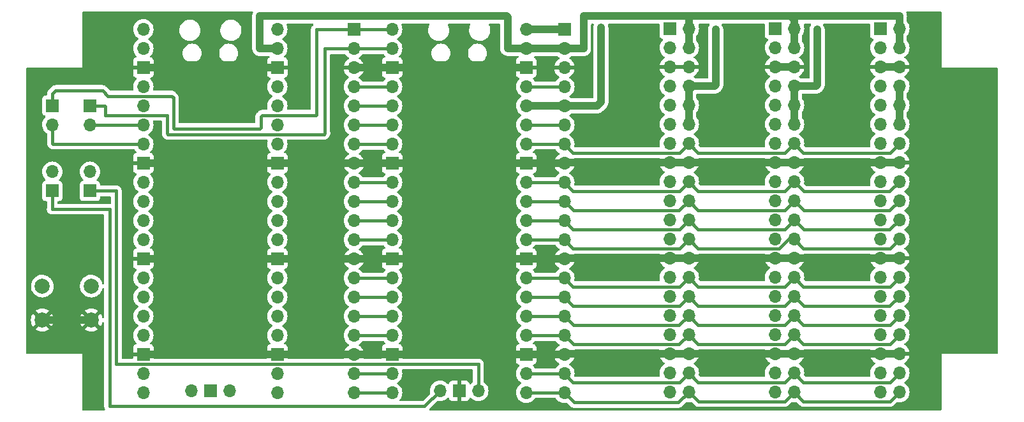
<source format=gbr>
%TF.GenerationSoftware,KiCad,Pcbnew,(6.0.8)*%
%TF.CreationDate,2022-10-02T10:43:25+09:00*%
%TF.ProjectId,KiCad,4b694361-642e-46b6-9963-61645f706362,rev?*%
%TF.SameCoordinates,Original*%
%TF.FileFunction,Copper,L2,Bot*%
%TF.FilePolarity,Positive*%
%FSLAX46Y46*%
G04 Gerber Fmt 4.6, Leading zero omitted, Abs format (unit mm)*
G04 Created by KiCad (PCBNEW (6.0.8)) date 2022-10-02 10:43:25*
%MOMM*%
%LPD*%
G01*
G04 APERTURE LIST*
%TA.AperFunction,ComponentPad*%
%ADD10O,1.700000X1.700000*%
%TD*%
%TA.AperFunction,ComponentPad*%
%ADD11R,1.700000X1.700000*%
%TD*%
%TA.AperFunction,ComponentPad*%
%ADD12C,2.000000*%
%TD*%
%TA.AperFunction,ViaPad*%
%ADD13C,0.800000*%
%TD*%
%TA.AperFunction,Conductor*%
%ADD14C,1.000000*%
%TD*%
%TA.AperFunction,Conductor*%
%ADD15C,0.400000*%
%TD*%
G04 APERTURE END LIST*
D10*
%TO.P,U1,1,GPIO0*%
%TO.N,/GP0*%
X118110000Y-57870000D03*
%TO.P,U1,2,GPIO1*%
%TO.N,/GP1*%
X118110000Y-60410000D03*
D11*
%TO.P,U1,3,GND*%
%TO.N,GND*%
X118110000Y-62950000D03*
D10*
%TO.P,U1,4,GPIO2*%
%TO.N,/GP2*%
X118110000Y-65490000D03*
%TO.P,U1,5,GPIO3*%
%TO.N,/GP3*%
X118110000Y-68030000D03*
%TO.P,U1,6,GPIO4*%
%TO.N,/GP4*%
X118110000Y-70570000D03*
%TO.P,U1,7,GPIO5*%
%TO.N,/GP5*%
X118110000Y-73110000D03*
D11*
%TO.P,U1,8,GND*%
%TO.N,GND*%
X118110000Y-75650000D03*
D10*
%TO.P,U1,9,GPIO6*%
%TO.N,/GP6*%
X118110000Y-78190000D03*
%TO.P,U1,10,GPIO7*%
%TO.N,/GP7*%
X118110000Y-80730000D03*
%TO.P,U1,11,GPIO8*%
%TO.N,/GP8*%
X118110000Y-83270000D03*
%TO.P,U1,12,GPIO9*%
%TO.N,/GP9*%
X118110000Y-85810000D03*
D11*
%TO.P,U1,13,GND*%
%TO.N,GND*%
X118110000Y-88350000D03*
D10*
%TO.P,U1,14,GPIO10*%
%TO.N,/GP10*%
X118110000Y-90890000D03*
%TO.P,U1,15,GPIO11*%
%TO.N,/GP11*%
X118110000Y-93430000D03*
%TO.P,U1,16,GPIO12*%
%TO.N,/GP12*%
X118110000Y-95970000D03*
%TO.P,U1,17,GPIO13*%
%TO.N,/GP13*%
X118110000Y-98510000D03*
D11*
%TO.P,U1,18,GND*%
%TO.N,GND*%
X118110000Y-101050000D03*
D10*
%TO.P,U1,19,GPIO14*%
%TO.N,/GP14*%
X118110000Y-103590000D03*
%TO.P,U1,20,GPIO15*%
%TO.N,/GP15*%
X118110000Y-106130000D03*
%TO.P,U1,21,GPIO16*%
%TO.N,/GP16*%
X135890000Y-106130000D03*
%TO.P,U1,22,GPIO17*%
%TO.N,/GP17*%
X135890000Y-103590000D03*
D11*
%TO.P,U1,23,GND*%
%TO.N,GND*%
X135890000Y-101050000D03*
D10*
%TO.P,U1,24,GPIO18*%
%TO.N,/GP18*%
X135890000Y-98510000D03*
%TO.P,U1,25,GPIO19*%
%TO.N,/GP19*%
X135890000Y-95970000D03*
%TO.P,U1,26,GPIO20*%
%TO.N,/GP20*%
X135890000Y-93430000D03*
%TO.P,U1,27,GPIO21*%
%TO.N,/GP21*%
X135890000Y-90890000D03*
D11*
%TO.P,U1,28,GND*%
%TO.N,GND*%
X135890000Y-88350000D03*
D10*
%TO.P,U1,29,GPIO22*%
%TO.N,/GP22*%
X135890000Y-85810000D03*
%TO.P,U1,30,RUN*%
%TO.N,/RUN*%
X135890000Y-83270000D03*
%TO.P,U1,31,GPIO26_ADC0*%
%TO.N,/GP26*%
X135890000Y-80730000D03*
%TO.P,U1,32,GPIO27_ADC1*%
%TO.N,/GP27*%
X135890000Y-78190000D03*
D11*
%TO.P,U1,33,AGND*%
%TO.N,GND*%
X135890000Y-75650000D03*
D10*
%TO.P,U1,34,GPIO28_ADC2*%
%TO.N,/GP28*%
X135890000Y-73110000D03*
%TO.P,U1,35,ADC_VREF*%
%TO.N,/ADC_VREF*%
X135890000Y-70570000D03*
%TO.P,U1,36,3V3*%
%TO.N,/3V3*%
X135890000Y-68030000D03*
%TO.P,U1,37,3V3_EN*%
%TO.N,/3V3_EN*%
X135890000Y-65490000D03*
D11*
%TO.P,U1,38,GND*%
%TO.N,GND*%
X135890000Y-62950000D03*
D10*
%TO.P,U1,39,VSYS*%
%TO.N,/VSYS*%
X135890000Y-60410000D03*
%TO.P,U1,40,VBUS*%
%TO.N,/VBUS*%
X135890000Y-57870000D03*
%TO.P,U1,41,SWCLK*%
%TO.N,Net-(JP3-Pad1)*%
X124460000Y-105900000D03*
D11*
%TO.P,U1,42,GND*%
%TO.N,GND*%
X127000000Y-105900000D03*
D10*
%TO.P,U1,43,SWDIO*%
%TO.N,Net-(JP4-Pad1)*%
X129540000Y-105900000D03*
%TD*%
%TO.P,U2,1,GPIO0*%
%TO.N,unconnected-(U2-Pad1)*%
X85090000Y-57870000D03*
%TO.P,U2,2,GPIO1*%
%TO.N,unconnected-(U2-Pad2)*%
X85090000Y-60410000D03*
D11*
%TO.P,U2,3,GND*%
%TO.N,GND*%
X85090000Y-62950000D03*
D10*
%TO.P,U2,4,GPIO2*%
%TO.N,Net-(JP3-Pad2)*%
X85090000Y-65490000D03*
%TO.P,U2,5,GPIO3*%
%TO.N,Net-(JP4-Pad2)*%
X85090000Y-68030000D03*
%TO.P,U2,6,GPIO4*%
%TO.N,Net-(JP1-Pad2)*%
X85090000Y-70570000D03*
%TO.P,U2,7,GPIO5*%
%TO.N,Net-(JP2-Pad2)*%
X85090000Y-73110000D03*
D11*
%TO.P,U2,8,GND*%
%TO.N,GND*%
X85090000Y-75650000D03*
D10*
%TO.P,U2,9,GPIO6*%
%TO.N,unconnected-(U2-Pad9)*%
X85090000Y-78190000D03*
%TO.P,U2,10,GPIO7*%
%TO.N,unconnected-(U2-Pad10)*%
X85090000Y-80730000D03*
%TO.P,U2,11,GPIO8*%
%TO.N,unconnected-(U2-Pad11)*%
X85090000Y-83270000D03*
%TO.P,U2,12,GPIO9*%
%TO.N,unconnected-(U2-Pad12)*%
X85090000Y-85810000D03*
D11*
%TO.P,U2,13,GND*%
%TO.N,GND*%
X85090000Y-88350000D03*
D10*
%TO.P,U2,14,GPIO10*%
%TO.N,unconnected-(U2-Pad14)*%
X85090000Y-90890000D03*
%TO.P,U2,15,GPIO11*%
%TO.N,unconnected-(U2-Pad15)*%
X85090000Y-93430000D03*
%TO.P,U2,16,GPIO12*%
%TO.N,unconnected-(U2-Pad16)*%
X85090000Y-95970000D03*
%TO.P,U2,17,GPIO13*%
%TO.N,unconnected-(U2-Pad17)*%
X85090000Y-98510000D03*
D11*
%TO.P,U2,18,GND*%
%TO.N,GND*%
X85090000Y-101050000D03*
D10*
%TO.P,U2,19,GPIO14*%
%TO.N,unconnected-(U2-Pad19)*%
X85090000Y-103590000D03*
%TO.P,U2,20,GPIO15*%
%TO.N,unconnected-(U2-Pad20)*%
X85090000Y-106130000D03*
%TO.P,U2,21,GPIO16*%
%TO.N,unconnected-(U2-Pad21)*%
X102870000Y-106130000D03*
%TO.P,U2,22,GPIO17*%
%TO.N,unconnected-(U2-Pad22)*%
X102870000Y-103590000D03*
D11*
%TO.P,U2,23,GND*%
%TO.N,GND*%
X102870000Y-101050000D03*
D10*
%TO.P,U2,24,GPIO18*%
%TO.N,unconnected-(U2-Pad24)*%
X102870000Y-98510000D03*
%TO.P,U2,25,GPIO19*%
%TO.N,unconnected-(U2-Pad25)*%
X102870000Y-95970000D03*
%TO.P,U2,26,GPIO20*%
%TO.N,unconnected-(U2-Pad26)*%
X102870000Y-93430000D03*
%TO.P,U2,27,GPIO21*%
%TO.N,unconnected-(U2-Pad27)*%
X102870000Y-90890000D03*
D11*
%TO.P,U2,28,GND*%
%TO.N,GND*%
X102870000Y-88350000D03*
D10*
%TO.P,U2,29,GPIO22*%
%TO.N,unconnected-(U2-Pad29)*%
X102870000Y-85810000D03*
%TO.P,U2,30,RUN*%
%TO.N,unconnected-(U2-Pad30)*%
X102870000Y-83270000D03*
%TO.P,U2,31,GPIO26_ADC0*%
%TO.N,unconnected-(U2-Pad31)*%
X102870000Y-80730000D03*
%TO.P,U2,32,GPIO27_ADC1*%
%TO.N,unconnected-(U2-Pad32)*%
X102870000Y-78190000D03*
D11*
%TO.P,U2,33,AGND*%
%TO.N,GND*%
X102870000Y-75650000D03*
D10*
%TO.P,U2,34,GPIO28_ADC2*%
%TO.N,unconnected-(U2-Pad34)*%
X102870000Y-73110000D03*
%TO.P,U2,35,ADC_VREF*%
%TO.N,unconnected-(U2-Pad35)*%
X102870000Y-70570000D03*
%TO.P,U2,36,3V3*%
%TO.N,unconnected-(U2-Pad36)*%
X102870000Y-68030000D03*
%TO.P,U2,37,3V3_EN*%
%TO.N,unconnected-(U2-Pad37)*%
X102870000Y-65490000D03*
D11*
%TO.P,U2,38,GND*%
%TO.N,GND*%
X102870000Y-62950000D03*
D10*
%TO.P,U2,39,VSYS*%
%TO.N,/VSYS*%
X102870000Y-60410000D03*
%TO.P,U2,40,VBUS*%
%TO.N,unconnected-(U2-Pad40)*%
X102870000Y-57870000D03*
%TO.P,U2,41,SWCLK*%
%TO.N,unconnected-(U2-Pad41)*%
X91440000Y-105900000D03*
D11*
%TO.P,U2,42,GND*%
%TO.N,unconnected-(U2-Pad42)*%
X93980000Y-105900000D03*
D10*
%TO.P,U2,43,SWDIO*%
%TO.N,unconnected-(U2-Pad43)*%
X96520000Y-105900000D03*
%TD*%
D11*
%TO.P,JP3,1,A*%
%TO.N,Net-(JP3-Pad1)*%
X73000000Y-79340000D03*
D10*
%TO.P,JP3,2,B*%
%TO.N,Net-(JP3-Pad2)*%
X73000000Y-76800000D03*
%TD*%
%TO.P,J4,20,Pin_20*%
%TO.N,/GP15*%
X113030000Y-106160000D03*
%TO.P,J4,19,Pin_19*%
%TO.N,/GP14*%
X113030000Y-103620000D03*
%TO.P,J4,18,Pin_18*%
%TO.N,GND*%
X113030000Y-101080000D03*
%TO.P,J4,17,Pin_17*%
%TO.N,/GP13*%
X113030000Y-98540000D03*
%TO.P,J4,16,Pin_16*%
%TO.N,/GP12*%
X113030000Y-96000000D03*
%TO.P,J4,15,Pin_15*%
%TO.N,/GP11*%
X113030000Y-93460000D03*
%TO.P,J4,14,Pin_14*%
%TO.N,/GP10*%
X113030000Y-90920000D03*
%TO.P,J4,13,Pin_13*%
%TO.N,GND*%
X113030000Y-88380000D03*
%TO.P,J4,12,Pin_12*%
%TO.N,/GP9*%
X113030000Y-85840000D03*
%TO.P,J4,11,Pin_11*%
%TO.N,/GP8*%
X113030000Y-83300000D03*
%TO.P,J4,10,Pin_10*%
%TO.N,/GP7*%
X113030000Y-80760000D03*
%TO.P,J4,9,Pin_9*%
%TO.N,/GP6*%
X113030000Y-78220000D03*
%TO.P,J4,8,Pin_8*%
%TO.N,GND*%
X113030000Y-75680000D03*
%TO.P,J4,7,Pin_7*%
%TO.N,/GP5*%
X113030000Y-73140000D03*
%TO.P,J4,6,Pin_6*%
%TO.N,/GP4*%
X113030000Y-70600000D03*
%TO.P,J4,5,Pin_5*%
%TO.N,/GP3*%
X113030000Y-68060000D03*
%TO.P,J4,4,Pin_4*%
%TO.N,/GP2*%
X113030000Y-65520000D03*
%TO.P,J4,3,Pin_3*%
%TO.N,GND*%
X113030000Y-62980000D03*
%TO.P,J4,2,Pin_2*%
%TO.N,/GP1*%
X113030000Y-60440000D03*
D11*
%TO.P,J4,1,Pin_1*%
%TO.N,/GP0*%
X113030000Y-57900000D03*
%TD*%
%TO.P,JP1,1,A*%
%TO.N,/GP1*%
X78000000Y-68000000D03*
D10*
%TO.P,JP1,2,B*%
%TO.N,Net-(JP1-Pad2)*%
X78000000Y-70540000D03*
%TD*%
D11*
%TO.P,J1,1,Pin_1*%
%TO.N,/GP0*%
X182875000Y-57785000D03*
D10*
%TO.P,J1,2,Pin_2*%
%TO.N,/GP1*%
X182875000Y-60325000D03*
%TO.P,J1,3,Pin_3*%
%TO.N,GND*%
X182875000Y-62865000D03*
%TO.P,J1,4,Pin_4*%
%TO.N,/GP2*%
X182875000Y-65405000D03*
%TO.P,J1,5,Pin_5*%
%TO.N,/GP3*%
X182875000Y-67945000D03*
%TO.P,J1,6,Pin_6*%
%TO.N,/GP4*%
X182875000Y-70485000D03*
%TO.P,J1,7,Pin_7*%
%TO.N,/GP5*%
X182875000Y-73025000D03*
%TO.P,J1,8,Pin_8*%
%TO.N,GND*%
X182875000Y-75565000D03*
%TO.P,J1,9,Pin_9*%
%TO.N,/GP6*%
X182875000Y-78105000D03*
%TO.P,J1,10,Pin_10*%
%TO.N,/GP7*%
X182875000Y-80645000D03*
%TO.P,J1,11,Pin_11*%
%TO.N,/GP8*%
X182875000Y-83185000D03*
%TO.P,J1,12,Pin_12*%
%TO.N,/GP9*%
X182875000Y-85725000D03*
%TO.P,J1,13,Pin_13*%
%TO.N,GND*%
X182875000Y-88265000D03*
%TO.P,J1,14,Pin_14*%
%TO.N,/GP10*%
X182875000Y-90805000D03*
%TO.P,J1,15,Pin_15*%
%TO.N,/GP11*%
X182875000Y-93345000D03*
%TO.P,J1,16,Pin_16*%
%TO.N,/GP12*%
X182875000Y-95885000D03*
%TO.P,J1,17,Pin_17*%
%TO.N,/GP13*%
X182875000Y-98425000D03*
%TO.P,J1,18,Pin_18*%
%TO.N,GND*%
X182875000Y-100965000D03*
%TO.P,J1,19,Pin_19*%
%TO.N,/GP14*%
X182875000Y-103505000D03*
%TO.P,J1,20,Pin_20*%
%TO.N,/GP15*%
X182875000Y-106045000D03*
%TO.P,J1,21,Pin_21*%
%TO.N,/GP16*%
X185415000Y-106045000D03*
%TO.P,J1,22,Pin_22*%
%TO.N,/GP17*%
X185415000Y-103505000D03*
%TO.P,J1,23,Pin_23*%
%TO.N,GND*%
X185415000Y-100965000D03*
%TO.P,J1,24,Pin_24*%
%TO.N,/GP18*%
X185415000Y-98425000D03*
%TO.P,J1,25,Pin_25*%
%TO.N,/GP19*%
X185415000Y-95885000D03*
%TO.P,J1,26,Pin_26*%
%TO.N,/GP20*%
X185415000Y-93345000D03*
%TO.P,J1,27,Pin_27*%
%TO.N,/GP21*%
X185415000Y-90805000D03*
%TO.P,J1,28,Pin_28*%
%TO.N,GND*%
X185415000Y-88265000D03*
%TO.P,J1,29,Pin_29*%
%TO.N,/GP22*%
X185415000Y-85725000D03*
%TO.P,J1,30,Pin_30*%
%TO.N,/RUN*%
X185415000Y-83185000D03*
%TO.P,J1,31,Pin_31*%
%TO.N,/GP26*%
X185415000Y-80645000D03*
%TO.P,J1,32,Pin_32*%
%TO.N,/GP27*%
X185415000Y-78105000D03*
%TO.P,J1,33,Pin_33*%
%TO.N,GND*%
X185415000Y-75565000D03*
%TO.P,J1,34,Pin_34*%
%TO.N,/GP28*%
X185415000Y-73025000D03*
%TO.P,J1,35,Pin_35*%
%TO.N,/3V3*%
X185415000Y-70485000D03*
%TO.P,J1,36,Pin_36*%
X185415000Y-67945000D03*
%TO.P,J1,37,Pin_37*%
X185415000Y-65405000D03*
%TO.P,J1,38,Pin_38*%
%TO.N,GND*%
X185415000Y-62865000D03*
%TO.P,J1,39,Pin_39*%
%TO.N,/VSYS*%
X185415000Y-60325000D03*
%TO.P,J1,40,Pin_40*%
X185415000Y-57785000D03*
%TD*%
%TO.P,JP4,2,B*%
%TO.N,Net-(JP4-Pad2)*%
X78000000Y-76800000D03*
D11*
%TO.P,JP4,1,A*%
%TO.N,Net-(JP4-Pad1)*%
X78000000Y-79340000D03*
%TD*%
D12*
%TO.P,SW1,1,1*%
%TO.N,/RUN*%
X71680000Y-91984000D03*
X78180000Y-91984000D03*
%TO.P,SW1,2,2*%
%TO.N,GND*%
X71680000Y-96484000D03*
X78180000Y-96484000D03*
%TD*%
D11*
%TO.P,J2,1,Pin_1*%
%TO.N,/GP0*%
X168910000Y-57785000D03*
D10*
%TO.P,J2,2,Pin_2*%
%TO.N,/GP1*%
X168910000Y-60325000D03*
%TO.P,J2,3,Pin_3*%
%TO.N,GND*%
X168910000Y-62865000D03*
%TO.P,J2,4,Pin_4*%
%TO.N,/GP2*%
X168910000Y-65405000D03*
%TO.P,J2,5,Pin_5*%
%TO.N,/GP3*%
X168910000Y-67945000D03*
%TO.P,J2,6,Pin_6*%
%TO.N,/GP4*%
X168910000Y-70485000D03*
%TO.P,J2,7,Pin_7*%
%TO.N,/GP5*%
X168910000Y-73025000D03*
%TO.P,J2,8,Pin_8*%
%TO.N,GND*%
X168910000Y-75565000D03*
%TO.P,J2,9,Pin_9*%
%TO.N,/GP6*%
X168910000Y-78105000D03*
%TO.P,J2,10,Pin_10*%
%TO.N,/GP7*%
X168910000Y-80645000D03*
%TO.P,J2,11,Pin_11*%
%TO.N,/GP8*%
X168910000Y-83185000D03*
%TO.P,J2,12,Pin_12*%
%TO.N,/GP9*%
X168910000Y-85725000D03*
%TO.P,J2,13,Pin_13*%
%TO.N,GND*%
X168910000Y-88265000D03*
%TO.P,J2,14,Pin_14*%
%TO.N,/GP10*%
X168910000Y-90805000D03*
%TO.P,J2,15,Pin_15*%
%TO.N,/GP11*%
X168910000Y-93345000D03*
%TO.P,J2,16,Pin_16*%
%TO.N,/GP12*%
X168910000Y-95885000D03*
%TO.P,J2,17,Pin_17*%
%TO.N,/GP13*%
X168910000Y-98425000D03*
%TO.P,J2,18,Pin_18*%
%TO.N,GND*%
X168910000Y-100965000D03*
%TO.P,J2,19,Pin_19*%
%TO.N,/GP14*%
X168910000Y-103505000D03*
%TO.P,J2,20,Pin_20*%
%TO.N,/GP15*%
X168910000Y-106045000D03*
%TO.P,J2,21,Pin_21*%
%TO.N,/GP16*%
X171450000Y-106045000D03*
%TO.P,J2,22,Pin_22*%
%TO.N,/GP17*%
X171450000Y-103505000D03*
%TO.P,J2,23,Pin_23*%
%TO.N,GND*%
X171450000Y-100965000D03*
%TO.P,J2,24,Pin_24*%
%TO.N,/GP18*%
X171450000Y-98425000D03*
%TO.P,J2,25,Pin_25*%
%TO.N,/GP19*%
X171450000Y-95885000D03*
%TO.P,J2,26,Pin_26*%
%TO.N,/GP20*%
X171450000Y-93345000D03*
%TO.P,J2,27,Pin_27*%
%TO.N,/GP21*%
X171450000Y-90805000D03*
%TO.P,J2,28,Pin_28*%
%TO.N,GND*%
X171450000Y-88265000D03*
%TO.P,J2,29,Pin_29*%
%TO.N,/GP22*%
X171450000Y-85725000D03*
%TO.P,J2,30,Pin_30*%
%TO.N,/RUN*%
X171450000Y-83185000D03*
%TO.P,J2,31,Pin_31*%
%TO.N,/GP26*%
X171450000Y-80645000D03*
%TO.P,J2,32,Pin_32*%
%TO.N,/GP27*%
X171450000Y-78105000D03*
%TO.P,J2,33,Pin_33*%
%TO.N,GND*%
X171450000Y-75565000D03*
%TO.P,J2,34,Pin_34*%
%TO.N,/GP28*%
X171450000Y-73025000D03*
%TO.P,J2,35,Pin_35*%
%TO.N,/3V3*%
X171450000Y-70485000D03*
%TO.P,J2,36,Pin_36*%
X171450000Y-67945000D03*
%TO.P,J2,37,Pin_37*%
X171450000Y-65405000D03*
%TO.P,J2,38,Pin_38*%
%TO.N,GND*%
X171450000Y-62865000D03*
%TO.P,J2,39,Pin_39*%
%TO.N,/VSYS*%
X171450000Y-60325000D03*
%TO.P,J2,40,Pin_40*%
X171450000Y-57785000D03*
%TD*%
D11*
%TO.P,J3,1,Pin_1*%
%TO.N,/GP0*%
X154935000Y-57785000D03*
D10*
%TO.P,J3,2,Pin_2*%
%TO.N,/GP1*%
X154935000Y-60325000D03*
%TO.P,J3,3,Pin_3*%
%TO.N,GND*%
X154935000Y-62865000D03*
%TO.P,J3,4,Pin_4*%
%TO.N,/GP2*%
X154935000Y-65405000D03*
%TO.P,J3,5,Pin_5*%
%TO.N,/GP3*%
X154935000Y-67945000D03*
%TO.P,J3,6,Pin_6*%
%TO.N,/GP4*%
X154935000Y-70485000D03*
%TO.P,J3,7,Pin_7*%
%TO.N,/GP5*%
X154935000Y-73025000D03*
%TO.P,J3,8,Pin_8*%
%TO.N,GND*%
X154935000Y-75565000D03*
%TO.P,J3,9,Pin_9*%
%TO.N,/GP6*%
X154935000Y-78105000D03*
%TO.P,J3,10,Pin_10*%
%TO.N,/GP7*%
X154935000Y-80645000D03*
%TO.P,J3,11,Pin_11*%
%TO.N,/GP8*%
X154935000Y-83185000D03*
%TO.P,J3,12,Pin_12*%
%TO.N,/GP9*%
X154935000Y-85725000D03*
%TO.P,J3,13,Pin_13*%
%TO.N,GND*%
X154935000Y-88265000D03*
%TO.P,J3,14,Pin_14*%
%TO.N,/GP10*%
X154935000Y-90805000D03*
%TO.P,J3,15,Pin_15*%
%TO.N,/GP11*%
X154935000Y-93345000D03*
%TO.P,J3,16,Pin_16*%
%TO.N,/GP12*%
X154935000Y-95885000D03*
%TO.P,J3,17,Pin_17*%
%TO.N,/GP13*%
X154935000Y-98425000D03*
%TO.P,J3,18,Pin_18*%
%TO.N,GND*%
X154935000Y-100965000D03*
%TO.P,J3,19,Pin_19*%
%TO.N,/GP14*%
X154935000Y-103505000D03*
%TO.P,J3,20,Pin_20*%
%TO.N,/GP15*%
X154935000Y-106045000D03*
%TO.P,J3,21,Pin_21*%
%TO.N,/GP16*%
X157475000Y-106045000D03*
%TO.P,J3,22,Pin_22*%
%TO.N,/GP17*%
X157475000Y-103505000D03*
%TO.P,J3,23,Pin_23*%
%TO.N,GND*%
X157475000Y-100965000D03*
%TO.P,J3,24,Pin_24*%
%TO.N,/GP18*%
X157475000Y-98425000D03*
%TO.P,J3,25,Pin_25*%
%TO.N,/GP19*%
X157475000Y-95885000D03*
%TO.P,J3,26,Pin_26*%
%TO.N,/GP20*%
X157475000Y-93345000D03*
%TO.P,J3,27,Pin_27*%
%TO.N,/GP21*%
X157475000Y-90805000D03*
%TO.P,J3,28,Pin_28*%
%TO.N,GND*%
X157475000Y-88265000D03*
%TO.P,J3,29,Pin_29*%
%TO.N,/GP22*%
X157475000Y-85725000D03*
%TO.P,J3,30,Pin_30*%
%TO.N,/RUN*%
X157475000Y-83185000D03*
%TO.P,J3,31,Pin_31*%
%TO.N,/GP26*%
X157475000Y-80645000D03*
%TO.P,J3,32,Pin_32*%
%TO.N,/GP27*%
X157475000Y-78105000D03*
%TO.P,J3,33,Pin_33*%
%TO.N,GND*%
X157475000Y-75565000D03*
%TO.P,J3,34,Pin_34*%
%TO.N,/GP28*%
X157475000Y-73025000D03*
%TO.P,J3,35,Pin_35*%
%TO.N,/3V3*%
X157475000Y-70485000D03*
%TO.P,J3,36,Pin_36*%
X157475000Y-67945000D03*
%TO.P,J3,37,Pin_37*%
X157475000Y-65405000D03*
%TO.P,J3,38,Pin_38*%
%TO.N,GND*%
X157475000Y-62865000D03*
%TO.P,J3,39,Pin_39*%
%TO.N,/VSYS*%
X157475000Y-60325000D03*
%TO.P,J3,40,Pin_40*%
X157475000Y-57785000D03*
%TD*%
D11*
%TO.P,JP2,1,A*%
%TO.N,/GP0*%
X73000000Y-68000000D03*
D10*
%TO.P,JP2,2,B*%
%TO.N,Net-(JP2-Pad2)*%
X73000000Y-70540000D03*
%TD*%
D11*
%TO.P,J5,1,Pin_1*%
%TO.N,/VBUS*%
X140970000Y-57900000D03*
D10*
%TO.P,J5,2,Pin_2*%
%TO.N,/VSYS*%
X140970000Y-60440000D03*
%TO.P,J5,3,Pin_3*%
%TO.N,GND*%
X140970000Y-62980000D03*
%TO.P,J5,4,Pin_4*%
%TO.N,/3V3_EN*%
X140970000Y-65520000D03*
%TO.P,J5,5,Pin_5*%
%TO.N,/3V3*%
X140970000Y-68060000D03*
%TO.P,J5,6,Pin_6*%
%TO.N,/ADC_VREF*%
X140970000Y-70600000D03*
%TO.P,J5,7,Pin_7*%
%TO.N,/GP28*%
X140970000Y-73140000D03*
%TO.P,J5,8,Pin_8*%
%TO.N,GND*%
X140970000Y-75680000D03*
%TO.P,J5,9,Pin_9*%
%TO.N,/GP27*%
X140970000Y-78220000D03*
%TO.P,J5,10,Pin_10*%
%TO.N,/GP26*%
X140970000Y-80760000D03*
%TO.P,J5,11,Pin_11*%
%TO.N,/RUN*%
X140970000Y-83300000D03*
%TO.P,J5,12,Pin_12*%
%TO.N,/GP22*%
X140970000Y-85840000D03*
%TO.P,J5,13,Pin_13*%
%TO.N,GND*%
X140970000Y-88380000D03*
%TO.P,J5,14,Pin_14*%
%TO.N,/GP21*%
X140970000Y-90920000D03*
%TO.P,J5,15,Pin_15*%
%TO.N,/GP20*%
X140970000Y-93460000D03*
%TO.P,J5,16,Pin_16*%
%TO.N,/GP19*%
X140970000Y-96000000D03*
%TO.P,J5,17,Pin_17*%
%TO.N,/GP18*%
X140970000Y-98540000D03*
%TO.P,J5,18,Pin_18*%
%TO.N,GND*%
X140970000Y-101080000D03*
%TO.P,J5,19,Pin_19*%
%TO.N,/GP17*%
X140970000Y-103620000D03*
%TO.P,J5,20,Pin_20*%
%TO.N,/GP16*%
X140970000Y-106160000D03*
%TD*%
D13*
%TO.N,/3V3*%
X161036000Y-57912000D03*
X174498000Y-57912000D03*
X145796000Y-57658000D03*
%TD*%
D14*
%TO.N,GND*%
X133409600Y-62950000D02*
X135890000Y-62950000D01*
X133121400Y-62661800D02*
X133409600Y-62950000D01*
X122758200Y-62661800D02*
X133121400Y-62661800D01*
X122470000Y-62950000D02*
X122758200Y-62661800D01*
X118110000Y-62950000D02*
X122470000Y-62950000D01*
X87570400Y-62950000D02*
X85090000Y-62950000D01*
X97231200Y-62611000D02*
X87909400Y-62611000D01*
X97570200Y-62950000D02*
X97231200Y-62611000D01*
X102870000Y-62950000D02*
X97570200Y-62950000D01*
X87909400Y-62611000D02*
X87570400Y-62950000D01*
X71680000Y-96484000D02*
X78180000Y-96484000D01*
X102900000Y-75680000D02*
X102870000Y-75650000D01*
X113030000Y-75680000D02*
X102900000Y-75680000D01*
X102870000Y-75650000D02*
X85090000Y-75650000D01*
X102870000Y-88350000D02*
X85090000Y-88350000D01*
X102870000Y-101050000D02*
X85090000Y-101050000D01*
X102900000Y-101080000D02*
X102870000Y-101050000D01*
X113030000Y-101080000D02*
X102900000Y-101080000D01*
X102900000Y-88380000D02*
X102870000Y-88350000D01*
X113030000Y-88380000D02*
X102900000Y-88380000D01*
X118080000Y-62980000D02*
X118110000Y-62950000D01*
X113030000Y-62980000D02*
X118080000Y-62980000D01*
X118110000Y-75650000D02*
X113060000Y-75650000D01*
X113060000Y-75650000D02*
X113030000Y-75680000D01*
X135890000Y-75650000D02*
X118110000Y-75650000D01*
X118110000Y-101050000D02*
X135890000Y-101050000D01*
X118080000Y-101080000D02*
X118110000Y-101050000D01*
X113030000Y-101080000D02*
X118080000Y-101080000D01*
D15*
%TO.N,/GP13*%
X113030000Y-98540000D02*
X118080000Y-98540000D01*
X118080000Y-98540000D02*
X118110000Y-98510000D01*
D14*
%TO.N,GND*%
X135890000Y-88350000D02*
X118110000Y-88350000D01*
X113060000Y-88350000D02*
X113030000Y-88380000D01*
X118110000Y-88350000D02*
X113060000Y-88350000D01*
X135920000Y-75680000D02*
X135890000Y-75650000D01*
X140970000Y-75680000D02*
X135920000Y-75680000D01*
X135920000Y-88380000D02*
X135890000Y-88350000D01*
X140970000Y-88380000D02*
X135920000Y-88380000D01*
X135920000Y-101080000D02*
X135890000Y-101050000D01*
X140970000Y-101080000D02*
X135920000Y-101080000D01*
X141085000Y-100965000D02*
X140970000Y-101080000D01*
X154935000Y-100965000D02*
X141085000Y-100965000D01*
X154935000Y-88265000D02*
X141085000Y-88265000D01*
X141085000Y-88265000D02*
X140970000Y-88380000D01*
X154935000Y-75565000D02*
X141085000Y-75565000D01*
X157475000Y-88265000D02*
X154935000Y-88265000D01*
X168910000Y-88265000D02*
X157475000Y-88265000D01*
X157475000Y-100965000D02*
X154935000Y-100965000D01*
X168910000Y-100965000D02*
X157475000Y-100965000D01*
X171450000Y-100965000D02*
X168910000Y-100965000D01*
X182875000Y-100965000D02*
X171450000Y-100965000D01*
X185415000Y-100965000D02*
X182875000Y-100965000D01*
X171450000Y-88265000D02*
X168910000Y-88265000D01*
X182875000Y-88265000D02*
X171450000Y-88265000D01*
X185415000Y-88265000D02*
X182875000Y-88265000D01*
D15*
%TO.N,/RUN*%
X172740000Y-84475000D02*
X184125000Y-84475000D01*
X184125000Y-84475000D02*
X185415000Y-83185000D01*
X171450000Y-83185000D02*
X172740000Y-84475000D01*
D14*
%TO.N,GND*%
X171450000Y-62865000D02*
X168910000Y-62865000D01*
X185415000Y-62865000D02*
X182875000Y-62865000D01*
X157475000Y-75565000D02*
X154935000Y-75565000D01*
X168910000Y-75565000D02*
X157475000Y-75565000D01*
X171450000Y-75565000D02*
X168910000Y-75565000D01*
X182875000Y-75565000D02*
X171450000Y-75565000D01*
X185415000Y-75565000D02*
X182875000Y-75565000D01*
%TO.N,/VBUS*%
X140940000Y-57870000D02*
X140970000Y-57900000D01*
X135890000Y-57870000D02*
X140940000Y-57870000D01*
%TO.N,/VSYS*%
X100533200Y-60401200D02*
X100542000Y-60410000D01*
X133273800Y-56134000D02*
X100533200Y-56134000D01*
X133426200Y-56286400D02*
X133273800Y-56134000D01*
X133426200Y-60401200D02*
X133426200Y-56286400D01*
X135881200Y-60401200D02*
X133426200Y-60401200D01*
X100542000Y-60410000D02*
X102870000Y-60410000D01*
X100533200Y-56134000D02*
X100533200Y-60401200D01*
X135890000Y-60410000D02*
X135881200Y-60401200D01*
D15*
%TO.N,/RUN*%
X142105000Y-84435000D02*
X140970000Y-83300000D01*
X157475000Y-83185000D02*
X156225000Y-84435000D01*
X156225000Y-84435000D02*
X142105000Y-84435000D01*
X170200000Y-84435000D02*
X158725000Y-84435000D01*
X158725000Y-84435000D02*
X157475000Y-83185000D01*
X171450000Y-83185000D02*
X170200000Y-84435000D01*
%TO.N,/GP26*%
X142145000Y-81935000D02*
X140970000Y-80760000D01*
X156185000Y-81935000D02*
X142145000Y-81935000D01*
X157475000Y-80645000D02*
X156185000Y-81935000D01*
%TO.N,/GP0*%
X73000000Y-66446000D02*
X73000000Y-68000000D01*
X73456800Y-65989200D02*
X73000000Y-66446000D01*
X79654400Y-65989200D02*
X73456800Y-65989200D01*
X80405200Y-66740000D02*
X79654400Y-65989200D01*
X88838000Y-66740000D02*
X80405200Y-66740000D01*
X89052400Y-66954400D02*
X88838000Y-66740000D01*
X89154000Y-71069200D02*
X89052400Y-70967600D01*
X100533200Y-71069200D02*
X89154000Y-71069200D01*
X100660200Y-70942200D02*
X100533200Y-71069200D01*
X89052400Y-70967600D02*
X89052400Y-66954400D01*
X100660200Y-69469000D02*
X100660200Y-70942200D01*
X100849200Y-69280000D02*
X100660200Y-69469000D01*
X107935800Y-69280000D02*
X100849200Y-69280000D01*
X108026200Y-69189600D02*
X107935800Y-69280000D01*
X108026200Y-57937400D02*
X108026200Y-69189600D01*
X108063600Y-57900000D02*
X108026200Y-57937400D01*
X113030000Y-57900000D02*
X108063600Y-57900000D01*
%TO.N,/GP1*%
X79963400Y-68000000D02*
X78000000Y-68000000D01*
X80060800Y-68097400D02*
X79963400Y-68000000D01*
X80010000Y-68148200D02*
X80060800Y-68097400D01*
X80010000Y-69291200D02*
X80010000Y-68148200D01*
X80021200Y-69280000D02*
X80010000Y-69291200D01*
X88177600Y-69280000D02*
X80021200Y-69280000D01*
X88239600Y-69342000D02*
X88177600Y-69280000D01*
X88239600Y-71704200D02*
X88239600Y-69342000D01*
X109053400Y-71820000D02*
X88355400Y-71820000D01*
X88355400Y-71820000D02*
X88239600Y-71704200D01*
X109194600Y-71678800D02*
X109053400Y-71820000D01*
X109169200Y-71653400D02*
X109194600Y-71678800D01*
X109169200Y-60426600D02*
X109169200Y-71653400D01*
X109182600Y-60440000D02*
X109169200Y-60426600D01*
X113030000Y-60440000D02*
X109182600Y-60440000D01*
D14*
%TO.N,/VSYS*%
X143510000Y-56134000D02*
X157480000Y-56134000D01*
X143498000Y-56146000D02*
X143510000Y-56134000D01*
X143498000Y-60440000D02*
X143498000Y-56146000D01*
D15*
%TO.N,Net-(JP3-Pad1)*%
X80594200Y-81762600D02*
X72974200Y-81762600D01*
X72974200Y-81762600D02*
X73000000Y-81736800D01*
X80594200Y-107950000D02*
X80594200Y-81762600D01*
X73000000Y-81736800D02*
X73000000Y-79340000D01*
X122410000Y-107950000D02*
X80594200Y-107950000D01*
X124460000Y-105900000D02*
X122410000Y-107950000D01*
%TO.N,Net-(JP4-Pad1)*%
X81512000Y-102340000D02*
X81512000Y-79353000D01*
X81499000Y-79340000D02*
X78000000Y-79340000D01*
X129540000Y-102336600D02*
X129536600Y-102340000D01*
X129540000Y-105900000D02*
X129540000Y-102336600D01*
X129536600Y-102340000D02*
X81512000Y-102340000D01*
X81512000Y-79353000D02*
X81499000Y-79340000D01*
D14*
%TO.N,/3V3*%
X145796000Y-67540000D02*
X145276000Y-68060000D01*
X145796000Y-57658000D02*
X145796000Y-67540000D01*
D15*
%TO.N,Net-(JP2-Pad2)*%
X73000000Y-73000000D02*
X73000000Y-70540000D01*
X85090000Y-73110000D02*
X73110000Y-73110000D01*
X73110000Y-73110000D02*
X73000000Y-73000000D01*
D14*
%TO.N,/3V3*%
X161036000Y-65278000D02*
X161036000Y-57912000D01*
X160909000Y-65405000D02*
X161036000Y-65278000D01*
X157475000Y-65405000D02*
X160909000Y-65405000D01*
X174498000Y-65278000D02*
X174498000Y-57912000D01*
X174371000Y-65405000D02*
X174498000Y-65278000D01*
X171450000Y-65405000D02*
X174371000Y-65405000D01*
X140970000Y-68060000D02*
X145276000Y-68060000D01*
D15*
%TO.N,/GP16*%
X142252000Y-107442000D02*
X140970000Y-106160000D01*
X156078000Y-107442000D02*
X142252000Y-107442000D01*
X157475000Y-106045000D02*
X156078000Y-107442000D01*
%TO.N,/GP17*%
X142105000Y-104755000D02*
X140970000Y-103620000D01*
X157475000Y-103505000D02*
X156225000Y-104755000D01*
X156225000Y-104755000D02*
X142105000Y-104755000D01*
%TO.N,/GP18*%
X156185000Y-99715000D02*
X142145000Y-99715000D01*
X157475000Y-98425000D02*
X156185000Y-99715000D01*
X142145000Y-99715000D02*
X140970000Y-98540000D01*
%TO.N,/GP19*%
X156185000Y-97175000D02*
X142145000Y-97175000D01*
X157475000Y-95885000D02*
X156185000Y-97175000D01*
X142145000Y-97175000D02*
X140970000Y-96000000D01*
%TO.N,/GP20*%
X142105000Y-94595000D02*
X140970000Y-93460000D01*
X156225000Y-94595000D02*
X142105000Y-94595000D01*
X157475000Y-93345000D02*
X156225000Y-94595000D01*
%TO.N,/GP21*%
X156225000Y-92055000D02*
X142105000Y-92055000D01*
X142105000Y-92055000D02*
X140970000Y-90920000D01*
X157475000Y-90805000D02*
X156225000Y-92055000D01*
%TO.N,/GP22*%
X142105000Y-86975000D02*
X140970000Y-85840000D01*
X156225000Y-86975000D02*
X142105000Y-86975000D01*
X157475000Y-85725000D02*
X156225000Y-86975000D01*
%TO.N,/GP27*%
X142105000Y-79355000D02*
X140970000Y-78220000D01*
X156225000Y-79355000D02*
X142105000Y-79355000D01*
X157475000Y-78105000D02*
X156225000Y-79355000D01*
%TO.N,/GP28*%
X156225000Y-74275000D02*
X142105000Y-74275000D01*
X142105000Y-74275000D02*
X140970000Y-73140000D01*
X157475000Y-73025000D02*
X156225000Y-74275000D01*
%TO.N,/3V3_EN*%
X135920000Y-65520000D02*
X135890000Y-65490000D01*
X140970000Y-65520000D02*
X135920000Y-65520000D01*
D14*
%TO.N,/3V3*%
X157475000Y-65405000D02*
X157475000Y-70485000D01*
X171450000Y-65405000D02*
X171450000Y-70485000D01*
X185415000Y-65405000D02*
X185415000Y-70485000D01*
X135920000Y-68060000D02*
X135890000Y-68030000D01*
X140970000Y-68060000D02*
X135920000Y-68060000D01*
%TO.N,/VSYS*%
X171450000Y-56642000D02*
X170942000Y-56134000D01*
X171450000Y-60325000D02*
X171450000Y-56642000D01*
X170942000Y-56134000D02*
X157480000Y-56134000D01*
X185420000Y-56134000D02*
X170942000Y-56134000D01*
X157475000Y-56139000D02*
X157480000Y-56134000D01*
X157475000Y-60325000D02*
X157475000Y-56139000D01*
X143498000Y-60440000D02*
X140970000Y-60440000D01*
X185415000Y-56139000D02*
X185420000Y-56134000D01*
X185415000Y-57785000D02*
X185415000Y-56139000D01*
X185415000Y-60325000D02*
X185415000Y-57785000D01*
X135920000Y-60440000D02*
X140970000Y-60440000D01*
D15*
%TO.N,Net-(JP1-Pad2)*%
X85060000Y-70540000D02*
X78000000Y-70540000D01*
X85090000Y-70570000D02*
X85060000Y-70540000D01*
%TO.N,/ADC_VREF*%
X140940000Y-70570000D02*
X140970000Y-70600000D01*
X135890000Y-70570000D02*
X140940000Y-70570000D01*
%TO.N,/GP28*%
X140940000Y-73110000D02*
X140970000Y-73140000D01*
X135890000Y-73110000D02*
X140940000Y-73110000D01*
%TO.N,/GP27*%
X140940000Y-78190000D02*
X140970000Y-78220000D01*
X135890000Y-78190000D02*
X140940000Y-78190000D01*
%TO.N,/GP26*%
X140940000Y-80730000D02*
X140970000Y-80760000D01*
X135890000Y-80730000D02*
X140940000Y-80730000D01*
%TO.N,/RUN*%
X135920000Y-83300000D02*
X140970000Y-83300000D01*
X135890000Y-83270000D02*
X135920000Y-83300000D01*
%TO.N,/GP22*%
X140940000Y-85810000D02*
X140970000Y-85840000D01*
X135890000Y-85810000D02*
X140940000Y-85810000D01*
%TO.N,/GP21*%
X140940000Y-90890000D02*
X140970000Y-90920000D01*
X135890000Y-90890000D02*
X140940000Y-90890000D01*
%TO.N,/GP20*%
X140940000Y-93430000D02*
X140970000Y-93460000D01*
X135890000Y-93430000D02*
X140940000Y-93430000D01*
%TO.N,/GP19*%
X135920000Y-96000000D02*
X140970000Y-96000000D01*
X135890000Y-95970000D02*
X135920000Y-96000000D01*
%TO.N,/GP18*%
X135920000Y-98540000D02*
X140970000Y-98540000D01*
X135890000Y-98510000D02*
X135920000Y-98540000D01*
%TO.N,/GP17*%
X135920000Y-103620000D02*
X140970000Y-103620000D01*
X135890000Y-103590000D02*
X135920000Y-103620000D01*
%TO.N,/GP16*%
X140940000Y-106130000D02*
X140970000Y-106160000D01*
X135890000Y-106130000D02*
X140940000Y-106130000D01*
%TO.N,/GP15*%
X118080000Y-106160000D02*
X118110000Y-106130000D01*
X113030000Y-106160000D02*
X118080000Y-106160000D01*
%TO.N,/GP14*%
X118080000Y-103620000D02*
X118110000Y-103590000D01*
X113030000Y-103620000D02*
X118080000Y-103620000D01*
%TO.N,/GP12*%
X118080000Y-96000000D02*
X118110000Y-95970000D01*
X113030000Y-96000000D02*
X118080000Y-96000000D01*
%TO.N,/GP11*%
X118080000Y-93460000D02*
X118110000Y-93430000D01*
X113030000Y-93460000D02*
X118080000Y-93460000D01*
%TO.N,/GP10*%
X118080000Y-90920000D02*
X118110000Y-90890000D01*
X113030000Y-90920000D02*
X118080000Y-90920000D01*
%TO.N,/GP9*%
X118080000Y-85840000D02*
X118110000Y-85810000D01*
X113030000Y-85840000D02*
X118080000Y-85840000D01*
%TO.N,/GP8*%
X118080000Y-83300000D02*
X118110000Y-83270000D01*
X113030000Y-83300000D02*
X118080000Y-83300000D01*
%TO.N,/GP7*%
X118080000Y-80760000D02*
X118110000Y-80730000D01*
X113030000Y-80760000D02*
X118080000Y-80760000D01*
%TO.N,/GP6*%
X118080000Y-78220000D02*
X118110000Y-78190000D01*
X113030000Y-78220000D02*
X118080000Y-78220000D01*
%TO.N,/GP5*%
X118080000Y-73140000D02*
X118110000Y-73110000D01*
X113030000Y-73140000D02*
X118080000Y-73140000D01*
%TO.N,/GP4*%
X118080000Y-70600000D02*
X118110000Y-70570000D01*
X113030000Y-70600000D02*
X118080000Y-70600000D01*
%TO.N,/GP3*%
X118080000Y-68060000D02*
X118110000Y-68030000D01*
X113030000Y-68060000D02*
X118080000Y-68060000D01*
%TO.N,/GP2*%
X113030000Y-65520000D02*
X118080000Y-65520000D01*
X118080000Y-65520000D02*
X118110000Y-65490000D01*
%TO.N,/GP1*%
X113030000Y-60440000D02*
X118080000Y-60440000D01*
X118080000Y-60440000D02*
X118110000Y-60410000D01*
%TO.N,/GP0*%
X118080000Y-57900000D02*
X118110000Y-57870000D01*
X113030000Y-57900000D02*
X118080000Y-57900000D01*
%TO.N,/GP16*%
X170180000Y-107315000D02*
X171450000Y-106045000D01*
X172700000Y-107295000D02*
X184165000Y-107295000D01*
X171450000Y-106045000D02*
X172700000Y-107295000D01*
X158745000Y-107315000D02*
X170180000Y-107315000D01*
X157475000Y-106045000D02*
X158745000Y-107315000D01*
X184165000Y-107295000D02*
X185415000Y-106045000D01*
%TO.N,/GP17*%
X170200000Y-104755000D02*
X171450000Y-103505000D01*
X184165000Y-104755000D02*
X185415000Y-103505000D01*
X158725000Y-104755000D02*
X170200000Y-104755000D01*
X171450000Y-103505000D02*
X172700000Y-104755000D01*
X157475000Y-103505000D02*
X158725000Y-104755000D01*
X172700000Y-104755000D02*
X184165000Y-104755000D01*
%TO.N,/GP18*%
X184165000Y-99675000D02*
X185415000Y-98425000D01*
X172700000Y-99675000D02*
X184165000Y-99675000D01*
X171450000Y-98425000D02*
X172700000Y-99675000D01*
X157475000Y-98425000D02*
X158725000Y-99675000D01*
X158725000Y-99675000D02*
X170200000Y-99675000D01*
X170200000Y-99675000D02*
X171450000Y-98425000D01*
%TO.N,/GP19*%
X172700000Y-97135000D02*
X184165000Y-97135000D01*
X157475000Y-95885000D02*
X158725000Y-97135000D01*
X171450000Y-95885000D02*
X172700000Y-97135000D01*
X158725000Y-97135000D02*
X170200000Y-97135000D01*
X184165000Y-97135000D02*
X185415000Y-95885000D01*
X170200000Y-97135000D02*
X171450000Y-95885000D01*
%TO.N,/GP20*%
X171450000Y-93345000D02*
X172740000Y-94635000D01*
X157475000Y-93345000D02*
X158725000Y-94595000D01*
X172740000Y-94635000D02*
X184125000Y-94635000D01*
X158725000Y-94595000D02*
X170200000Y-94595000D01*
X170200000Y-94595000D02*
X171450000Y-93345000D01*
X184125000Y-94635000D02*
X185415000Y-93345000D01*
%TO.N,/GP21*%
X184165000Y-92055000D02*
X172700000Y-92055000D01*
X158725000Y-92055000D02*
X170200000Y-92055000D01*
X172700000Y-92055000D02*
X171450000Y-90805000D01*
X157475000Y-90805000D02*
X158725000Y-92055000D01*
X185415000Y-90805000D02*
X184165000Y-92055000D01*
X170200000Y-92055000D02*
X171450000Y-90805000D01*
%TO.N,/GP22*%
X171450000Y-85725000D02*
X170677767Y-85725000D01*
X170677767Y-85725000D02*
X169427767Y-86975000D01*
X185415000Y-85725000D02*
X184165000Y-86975000D01*
X184165000Y-86975000D02*
X172700000Y-86975000D01*
X169427767Y-86975000D02*
X158725000Y-86975000D01*
X172700000Y-86975000D02*
X171450000Y-85725000D01*
X158725000Y-86975000D02*
X157475000Y-85725000D01*
%TO.N,/GP26*%
X170200000Y-81895000D02*
X158725000Y-81895000D01*
X185415000Y-80645000D02*
X184125000Y-81935000D01*
X172740000Y-81935000D02*
X171450000Y-80645000D01*
X184125000Y-81935000D02*
X172740000Y-81935000D01*
X171450000Y-80645000D02*
X170200000Y-81895000D01*
X158725000Y-81895000D02*
X157475000Y-80645000D01*
%TO.N,/GP27*%
X158725000Y-79355000D02*
X157475000Y-78105000D01*
X170200000Y-79355000D02*
X158725000Y-79355000D01*
X184125000Y-79395000D02*
X172740000Y-79395000D01*
X185415000Y-78105000D02*
X184125000Y-79395000D01*
X171450000Y-78105000D02*
X170200000Y-79355000D01*
X172740000Y-79395000D02*
X171450000Y-78105000D01*
%TO.N,/GP28*%
X184165000Y-74275000D02*
X172700000Y-74275000D01*
X158725000Y-74275000D02*
X157475000Y-73025000D01*
X171450000Y-73025000D02*
X170200000Y-74275000D01*
X170200000Y-74275000D02*
X158725000Y-74275000D01*
X172700000Y-74275000D02*
X171450000Y-73025000D01*
X185415000Y-73025000D02*
X184165000Y-74275000D01*
%TD*%
%TA.AperFunction,Conductor*%
%TO.N,GND*%
G36*
X99593471Y-55520502D02*
G01*
X99639964Y-55574158D01*
X99650068Y-55644432D01*
X99640990Y-55676534D01*
X99625893Y-55711421D01*
X99623327Y-55716972D01*
X99590613Y-55783455D01*
X99589003Y-55789636D01*
X99589001Y-55789641D01*
X99586846Y-55797915D01*
X99580552Y-55816196D01*
X99577351Y-55823595D01*
X99574614Y-55829919D01*
X99573309Y-55836164D01*
X99573309Y-55836165D01*
X99559461Y-55902451D01*
X99558055Y-55908444D01*
X99542565Y-55967913D01*
X99539378Y-55980148D01*
X99539044Y-55986528D01*
X99538596Y-55995070D01*
X99536106Y-56014246D01*
X99533049Y-56028880D01*
X99532700Y-56035539D01*
X99532700Y-56104286D01*
X99532527Y-56110880D01*
X99530302Y-56153344D01*
X99528741Y-56183126D01*
X99529696Y-56189440D01*
X99529696Y-56189443D01*
X99531283Y-56199933D01*
X99532700Y-56218775D01*
X99532700Y-60385030D01*
X99532651Y-60388549D01*
X99530476Y-60466421D01*
X99530240Y-60474853D01*
X99531348Y-60481138D01*
X99531349Y-60481148D01*
X99540716Y-60534266D01*
X99541985Y-60543408D01*
X99548080Y-60603416D01*
X99556691Y-60630893D01*
X99560539Y-60646681D01*
X99564427Y-60668735D01*
X99564429Y-60668741D01*
X99565536Y-60675021D01*
X99567886Y-60680956D01*
X99587738Y-60731098D01*
X99590820Y-60739801D01*
X99606723Y-60790545D01*
X99608862Y-60797372D01*
X99616984Y-60812023D01*
X99622815Y-60822543D01*
X99629767Y-60837249D01*
X99640360Y-60864005D01*
X99643857Y-60869349D01*
X99673386Y-60914474D01*
X99678154Y-60922378D01*
X99682723Y-60930621D01*
X99703915Y-60968851D01*
X99707403Y-60975144D01*
X99723440Y-60993855D01*
X99726133Y-60996997D01*
X99735896Y-61010000D01*
X99751655Y-61034082D01*
X99756117Y-61039038D01*
X99795020Y-61077941D01*
X99801593Y-61085038D01*
X99839677Y-61129471D01*
X99853288Y-61140029D01*
X99867600Y-61153005D01*
X99884881Y-61171280D01*
X99890111Y-61174942D01*
X99890112Y-61174943D01*
X99934295Y-61205880D01*
X99941660Y-61211450D01*
X99982366Y-61244649D01*
X99988403Y-61249573D01*
X99994055Y-61252528D01*
X99994060Y-61252531D01*
X100013910Y-61262908D01*
X100027807Y-61271357D01*
X100051379Y-61287863D01*
X100057230Y-61290395D01*
X100057241Y-61290401D01*
X100106736Y-61311819D01*
X100115072Y-61315795D01*
X100162872Y-61340785D01*
X100162880Y-61340788D01*
X100168530Y-61343742D01*
X100187000Y-61349038D01*
X100196203Y-61351677D01*
X100211506Y-61357156D01*
X100237919Y-61368586D01*
X100244163Y-61369890D01*
X100244168Y-61369892D01*
X100271340Y-61375568D01*
X100296967Y-61380922D01*
X100305917Y-61383136D01*
X100363913Y-61399766D01*
X100392612Y-61401974D01*
X100408705Y-61404265D01*
X100436880Y-61410151D01*
X100441719Y-61410405D01*
X100441722Y-61410405D01*
X100441871Y-61410413D01*
X100441887Y-61410413D01*
X100443539Y-61410500D01*
X100498564Y-61410500D01*
X100508231Y-61410871D01*
X100560210Y-61414871D01*
X100560214Y-61414871D01*
X100566570Y-61415360D01*
X100597172Y-61411494D01*
X100612965Y-61410500D01*
X101720808Y-61410500D01*
X101788929Y-61430502D01*
X101835422Y-61484158D01*
X101845526Y-61554432D01*
X101816032Y-61619012D01*
X101781317Y-61647020D01*
X101766354Y-61655212D01*
X101664276Y-61731715D01*
X101651715Y-61744276D01*
X101575214Y-61846351D01*
X101566676Y-61861946D01*
X101521522Y-61982394D01*
X101517895Y-61997649D01*
X101512369Y-62048514D01*
X101512000Y-62055328D01*
X101512000Y-62677885D01*
X101516475Y-62693124D01*
X101517865Y-62694329D01*
X101525548Y-62696000D01*
X104209884Y-62696000D01*
X104225123Y-62691525D01*
X104226328Y-62690135D01*
X104227999Y-62682452D01*
X104227999Y-62055331D01*
X104227629Y-62048510D01*
X104222105Y-61997648D01*
X104218479Y-61982396D01*
X104173324Y-61861946D01*
X104164786Y-61846351D01*
X104088285Y-61744276D01*
X104075724Y-61731715D01*
X103973649Y-61655214D01*
X103958052Y-61646675D01*
X103839578Y-61602261D01*
X103782813Y-61559620D01*
X103758113Y-61493058D01*
X103773320Y-61423709D01*
X103794712Y-61395184D01*
X103908495Y-61281401D01*
X104044035Y-61087829D01*
X104047047Y-61081371D01*
X104141580Y-60878645D01*
X104141581Y-60878643D01*
X104143903Y-60873663D01*
X104153978Y-60836064D01*
X104203639Y-60650723D01*
X104203639Y-60650722D01*
X104205063Y-60645408D01*
X104225659Y-60410000D01*
X104205063Y-60174592D01*
X104202209Y-60163939D01*
X104145326Y-59951647D01*
X104145325Y-59951645D01*
X104143903Y-59946337D01*
X104124281Y-59904258D01*
X104046358Y-59737152D01*
X104046356Y-59737149D01*
X104044035Y-59732171D01*
X103908495Y-59538599D01*
X103741401Y-59371505D01*
X103736893Y-59368348D01*
X103736890Y-59368346D01*
X103559092Y-59243851D01*
X103558181Y-59243213D01*
X103513853Y-59187756D01*
X103506544Y-59117137D01*
X103538575Y-59053776D01*
X103558181Y-59036787D01*
X103736890Y-58911654D01*
X103736893Y-58911652D01*
X103741401Y-58908495D01*
X103908495Y-58741401D01*
X104044035Y-58547829D01*
X104058260Y-58517325D01*
X104141580Y-58338645D01*
X104141581Y-58338643D01*
X104143903Y-58333663D01*
X104153734Y-58296975D01*
X104203639Y-58110723D01*
X104203639Y-58110722D01*
X104205063Y-58105408D01*
X104225659Y-57870000D01*
X104205063Y-57634592D01*
X104197916Y-57607919D01*
X104145326Y-57411647D01*
X104145325Y-57411645D01*
X104143903Y-57406337D01*
X104141580Y-57401355D01*
X104100729Y-57313750D01*
X104090068Y-57243558D01*
X104119048Y-57178746D01*
X104178468Y-57139889D01*
X104214924Y-57134500D01*
X107534819Y-57134500D01*
X107602940Y-57154502D01*
X107649433Y-57208158D01*
X107659537Y-57278432D01*
X107630043Y-57343012D01*
X107606185Y-57364340D01*
X107603215Y-57366381D01*
X107603213Y-57366383D01*
X107596949Y-57370688D01*
X107556049Y-57416593D01*
X107544807Y-57427717D01*
X107512633Y-57455784D01*
X107501804Y-57465231D01*
X107466244Y-57515828D01*
X107465517Y-57516863D01*
X107461584Y-57522158D01*
X107427305Y-57565876D01*
X107427303Y-57565880D01*
X107422616Y-57571857D01*
X107419490Y-57578780D01*
X107417705Y-57581728D01*
X107410313Y-57594688D01*
X107408680Y-57597734D01*
X107404313Y-57603947D01*
X107401554Y-57611024D01*
X107381380Y-57662766D01*
X107378825Y-57668845D01*
X107352845Y-57726384D01*
X107351460Y-57733855D01*
X107350436Y-57737123D01*
X107346323Y-57751564D01*
X107345483Y-57754837D01*
X107342724Y-57761913D01*
X107340917Y-57775639D01*
X107334484Y-57824506D01*
X107333452Y-57831023D01*
X107321948Y-57893092D01*
X107322385Y-57900672D01*
X107322385Y-57900673D01*
X107325491Y-57954544D01*
X107325700Y-57961796D01*
X107325700Y-68453500D01*
X107305698Y-68521621D01*
X107252042Y-68568114D01*
X107199700Y-68579500D01*
X104285109Y-68579500D01*
X104216988Y-68559498D01*
X104170495Y-68505842D01*
X104160391Y-68435568D01*
X104163402Y-68420889D01*
X104164436Y-68417033D01*
X104205063Y-68265408D01*
X104225659Y-68030000D01*
X104205063Y-67794592D01*
X104189952Y-67738197D01*
X104145326Y-67571647D01*
X104145325Y-67571645D01*
X104143903Y-67566337D01*
X104126089Y-67528134D01*
X104046358Y-67357152D01*
X104046356Y-67357149D01*
X104044035Y-67352171D01*
X103908495Y-67158599D01*
X103741401Y-66991505D01*
X103736893Y-66988348D01*
X103736890Y-66988346D01*
X103576764Y-66876225D01*
X103558181Y-66863213D01*
X103513853Y-66807756D01*
X103506544Y-66737137D01*
X103538575Y-66673776D01*
X103558181Y-66656787D01*
X103584848Y-66638115D01*
X103646141Y-66595197D01*
X103736890Y-66531654D01*
X103736893Y-66531652D01*
X103741401Y-66528495D01*
X103908495Y-66361401D01*
X104044035Y-66167829D01*
X104057130Y-66139748D01*
X104141580Y-65958645D01*
X104141581Y-65958643D01*
X104143903Y-65953663D01*
X104159470Y-65895568D01*
X104203639Y-65730723D01*
X104203639Y-65730722D01*
X104205063Y-65725408D01*
X104225659Y-65490000D01*
X104205063Y-65254592D01*
X104196552Y-65222827D01*
X104145326Y-65031647D01*
X104145325Y-65031645D01*
X104143903Y-65026337D01*
X104104267Y-64941337D01*
X104046358Y-64817152D01*
X104046356Y-64817149D01*
X104044035Y-64812171D01*
X103908495Y-64618599D01*
X103794712Y-64504816D01*
X103760686Y-64442504D01*
X103765751Y-64371689D01*
X103808298Y-64314853D01*
X103839578Y-64297739D01*
X103958052Y-64253325D01*
X103973649Y-64244786D01*
X104075724Y-64168285D01*
X104088285Y-64155724D01*
X104164786Y-64053649D01*
X104173324Y-64038054D01*
X104218478Y-63917606D01*
X104222105Y-63902351D01*
X104227631Y-63851486D01*
X104228000Y-63844672D01*
X104228000Y-63222115D01*
X104223525Y-63206876D01*
X104222135Y-63205671D01*
X104214452Y-63204000D01*
X101530116Y-63204000D01*
X101514877Y-63208475D01*
X101513672Y-63209865D01*
X101512001Y-63217548D01*
X101512001Y-63844669D01*
X101512371Y-63851490D01*
X101517895Y-63902352D01*
X101521521Y-63917604D01*
X101566676Y-64038054D01*
X101575214Y-64053649D01*
X101651715Y-64155724D01*
X101664276Y-64168285D01*
X101766351Y-64244786D01*
X101781948Y-64253325D01*
X101900422Y-64297739D01*
X101957187Y-64340380D01*
X101981887Y-64406942D01*
X101966680Y-64476291D01*
X101945288Y-64504816D01*
X101831505Y-64618599D01*
X101695965Y-64812171D01*
X101693644Y-64817149D01*
X101693642Y-64817152D01*
X101635733Y-64941337D01*
X101596097Y-65026337D01*
X101594675Y-65031645D01*
X101594674Y-65031647D01*
X101543448Y-65222827D01*
X101534937Y-65254592D01*
X101514341Y-65490000D01*
X101534937Y-65725408D01*
X101536361Y-65730722D01*
X101536361Y-65730723D01*
X101580531Y-65895568D01*
X101596097Y-65953663D01*
X101598419Y-65958643D01*
X101598420Y-65958645D01*
X101682871Y-66139748D01*
X101695965Y-66167829D01*
X101831505Y-66361401D01*
X101998599Y-66528495D01*
X102003107Y-66531652D01*
X102003110Y-66531654D01*
X102181820Y-66656788D01*
X102226148Y-66712245D01*
X102233457Y-66782865D01*
X102201426Y-66846225D01*
X102181822Y-66863211D01*
X101998599Y-66991505D01*
X101831505Y-67158599D01*
X101695965Y-67352171D01*
X101693644Y-67357149D01*
X101693642Y-67357152D01*
X101613911Y-67528134D01*
X101596097Y-67566337D01*
X101594675Y-67571645D01*
X101594674Y-67571647D01*
X101550048Y-67738197D01*
X101534937Y-67794592D01*
X101514341Y-68030000D01*
X101534937Y-68265408D01*
X101575565Y-68417033D01*
X101576598Y-68420889D01*
X101574908Y-68491865D01*
X101535114Y-68550661D01*
X101469850Y-68578609D01*
X101454891Y-68579500D01*
X100877837Y-68579500D01*
X100869266Y-68579208D01*
X100812270Y-68575322D01*
X100804794Y-68576627D01*
X100804790Y-68576627D01*
X100750068Y-68586178D01*
X100743542Y-68587141D01*
X100703104Y-68592035D01*
X100680880Y-68594724D01*
X100673773Y-68597409D01*
X100670480Y-68598218D01*
X100656009Y-68602177D01*
X100652733Y-68603166D01*
X100645246Y-68604473D01*
X100638288Y-68607528D01*
X100638286Y-68607528D01*
X100587442Y-68629846D01*
X100581337Y-68632338D01*
X100579109Y-68633180D01*
X100522277Y-68654655D01*
X100516024Y-68658953D01*
X100512993Y-68660537D01*
X100499916Y-68667817D01*
X100496957Y-68669567D01*
X100489997Y-68672622D01*
X100483970Y-68677247D01*
X100483966Y-68677249D01*
X100439900Y-68711062D01*
X100434581Y-68714927D01*
X100382549Y-68750688D01*
X100377492Y-68756364D01*
X100341600Y-68796648D01*
X100336619Y-68801924D01*
X100185125Y-68953418D01*
X100178860Y-68959271D01*
X100135804Y-68996831D01*
X100101413Y-69045765D01*
X100099517Y-69048463D01*
X100095584Y-69053758D01*
X100061305Y-69097476D01*
X100061303Y-69097480D01*
X100056616Y-69103457D01*
X100053490Y-69110380D01*
X100051705Y-69113328D01*
X100044313Y-69126288D01*
X100042680Y-69129334D01*
X100038313Y-69135547D01*
X100035554Y-69142624D01*
X100015380Y-69194366D01*
X100012825Y-69200445D01*
X99986845Y-69257984D01*
X99985460Y-69265455D01*
X99984436Y-69268723D01*
X99980323Y-69283164D01*
X99979483Y-69286437D01*
X99976724Y-69293513D01*
X99973472Y-69318214D01*
X99968484Y-69356106D01*
X99967452Y-69362623D01*
X99963078Y-69386225D01*
X99955948Y-69424692D01*
X99956385Y-69432272D01*
X99956385Y-69432273D01*
X99959491Y-69486144D01*
X99959700Y-69493396D01*
X99959700Y-70242700D01*
X99939698Y-70310821D01*
X99886042Y-70357314D01*
X99833700Y-70368700D01*
X89878900Y-70368700D01*
X89810779Y-70348698D01*
X89764286Y-70295042D01*
X89752900Y-70242700D01*
X89752900Y-66983037D01*
X89753192Y-66974466D01*
X89756561Y-66925046D01*
X89757078Y-66917470D01*
X89755773Y-66909994D01*
X89755773Y-66909990D01*
X89746222Y-66855268D01*
X89745259Y-66848742D01*
X89738589Y-66793626D01*
X89737676Y-66786080D01*
X89734991Y-66778973D01*
X89734182Y-66775680D01*
X89730223Y-66761209D01*
X89729234Y-66757933D01*
X89727927Y-66750446D01*
X89722085Y-66737137D01*
X89702554Y-66692642D01*
X89700062Y-66686537D01*
X89691559Y-66664035D01*
X89677745Y-66627477D01*
X89673447Y-66621224D01*
X89671863Y-66618193D01*
X89664583Y-66605116D01*
X89662833Y-66602157D01*
X89659778Y-66595197D01*
X89655153Y-66589170D01*
X89655151Y-66589166D01*
X89621338Y-66545100D01*
X89617473Y-66539781D01*
X89581712Y-66487749D01*
X89535751Y-66446799D01*
X89530476Y-66441819D01*
X89353582Y-66264925D01*
X89347728Y-66258659D01*
X89315165Y-66221331D01*
X89310169Y-66215604D01*
X89258527Y-66179310D01*
X89253242Y-66175384D01*
X89209524Y-66141105D01*
X89209520Y-66141103D01*
X89203543Y-66136416D01*
X89196620Y-66133290D01*
X89193672Y-66131505D01*
X89180712Y-66124113D01*
X89177666Y-66122480D01*
X89171453Y-66118113D01*
X89112633Y-66095180D01*
X89106554Y-66092624D01*
X89084860Y-66082829D01*
X89049016Y-66066645D01*
X89041545Y-66065260D01*
X89038277Y-66064236D01*
X89023836Y-66060123D01*
X89020563Y-66059283D01*
X89013487Y-66056524D01*
X88968817Y-66050644D01*
X88950894Y-66048284D01*
X88944377Y-66047252D01*
X88889775Y-66037132D01*
X88882308Y-66035748D01*
X88874728Y-66036185D01*
X88874727Y-66036185D01*
X88820856Y-66039291D01*
X88813604Y-66039500D01*
X86505109Y-66039500D01*
X86436988Y-66019498D01*
X86390495Y-65965842D01*
X86380391Y-65895568D01*
X86383402Y-65880889D01*
X86384436Y-65877033D01*
X86425063Y-65725408D01*
X86445659Y-65490000D01*
X86425063Y-65254592D01*
X86416552Y-65222827D01*
X86365326Y-65031647D01*
X86365325Y-65031645D01*
X86363903Y-65026337D01*
X86324267Y-64941337D01*
X86266358Y-64817152D01*
X86266356Y-64817149D01*
X86264035Y-64812171D01*
X86128495Y-64618599D01*
X86014712Y-64504816D01*
X85980686Y-64442504D01*
X85985751Y-64371689D01*
X86028298Y-64314853D01*
X86059578Y-64297739D01*
X86178052Y-64253325D01*
X86193649Y-64244786D01*
X86295724Y-64168285D01*
X86308285Y-64155724D01*
X86384786Y-64053649D01*
X86393324Y-64038054D01*
X86438478Y-63917606D01*
X86442105Y-63902351D01*
X86447631Y-63851486D01*
X86448000Y-63844672D01*
X86448000Y-63222115D01*
X86443525Y-63206876D01*
X86442135Y-63205671D01*
X86434452Y-63204000D01*
X83750116Y-63204000D01*
X83734877Y-63208475D01*
X83733672Y-63209865D01*
X83732001Y-63217548D01*
X83732001Y-63844669D01*
X83732371Y-63851490D01*
X83737895Y-63902352D01*
X83741521Y-63917604D01*
X83786676Y-64038054D01*
X83795214Y-64053649D01*
X83871715Y-64155724D01*
X83884276Y-64168285D01*
X83986351Y-64244786D01*
X84001948Y-64253325D01*
X84120422Y-64297739D01*
X84177187Y-64340380D01*
X84201887Y-64406942D01*
X84186680Y-64476291D01*
X84165288Y-64504816D01*
X84051505Y-64618599D01*
X83915965Y-64812171D01*
X83913644Y-64817149D01*
X83913642Y-64817152D01*
X83855733Y-64941337D01*
X83816097Y-65026337D01*
X83814675Y-65031645D01*
X83814674Y-65031647D01*
X83763448Y-65222827D01*
X83754937Y-65254592D01*
X83734341Y-65490000D01*
X83754937Y-65725408D01*
X83795565Y-65877033D01*
X83796598Y-65880889D01*
X83794908Y-65951865D01*
X83755114Y-66010661D01*
X83689850Y-66038609D01*
X83674891Y-66039500D01*
X80747547Y-66039500D01*
X80679426Y-66019498D01*
X80658452Y-66002595D01*
X80169982Y-65514125D01*
X80164128Y-65507859D01*
X80131565Y-65470531D01*
X80126569Y-65464804D01*
X80074927Y-65428510D01*
X80069642Y-65424584D01*
X80025924Y-65390305D01*
X80025920Y-65390303D01*
X80019943Y-65385616D01*
X80013020Y-65382490D01*
X80010072Y-65380705D01*
X79997112Y-65373313D01*
X79994066Y-65371680D01*
X79987853Y-65367313D01*
X79929033Y-65344380D01*
X79922954Y-65341824D01*
X79916808Y-65339049D01*
X79865416Y-65315845D01*
X79857945Y-65314460D01*
X79854677Y-65313436D01*
X79840236Y-65309323D01*
X79836963Y-65308483D01*
X79829887Y-65305724D01*
X79785217Y-65299844D01*
X79767294Y-65297484D01*
X79760777Y-65296452D01*
X79706175Y-65286332D01*
X79698708Y-65284948D01*
X79691128Y-65285385D01*
X79691127Y-65285385D01*
X79637256Y-65288491D01*
X79630004Y-65288700D01*
X73485441Y-65288700D01*
X73476871Y-65288408D01*
X73476011Y-65288349D01*
X73419870Y-65284522D01*
X73412393Y-65285827D01*
X73412390Y-65285827D01*
X73357670Y-65295377D01*
X73351146Y-65296340D01*
X73296021Y-65303011D01*
X73296018Y-65303012D01*
X73288480Y-65303924D01*
X73281378Y-65306608D01*
X73278042Y-65307427D01*
X73263585Y-65311383D01*
X73260328Y-65312366D01*
X73252847Y-65313672D01*
X73245895Y-65316724D01*
X73245894Y-65316724D01*
X73195033Y-65339049D01*
X73188928Y-65341540D01*
X73136989Y-65361167D01*
X73136985Y-65361169D01*
X73129877Y-65363855D01*
X73123613Y-65368160D01*
X73120574Y-65369749D01*
X73107501Y-65377024D01*
X73104550Y-65378769D01*
X73097598Y-65381821D01*
X73091570Y-65386446D01*
X73091569Y-65386447D01*
X73047527Y-65420242D01*
X73042191Y-65424119D01*
X72996414Y-65455581D01*
X72996408Y-65455586D01*
X72990149Y-65459888D01*
X72968198Y-65484525D01*
X72949200Y-65505848D01*
X72944219Y-65511125D01*
X72524919Y-65930424D01*
X72518653Y-65936277D01*
X72475604Y-65973831D01*
X72449720Y-66010661D01*
X72439317Y-66025463D01*
X72435384Y-66030758D01*
X72401105Y-66074476D01*
X72401103Y-66074480D01*
X72396416Y-66080457D01*
X72393290Y-66087380D01*
X72391505Y-66090328D01*
X72384113Y-66103288D01*
X72382480Y-66106334D01*
X72378113Y-66112547D01*
X72366172Y-66143174D01*
X72355180Y-66171366D01*
X72352625Y-66177445D01*
X72326645Y-66234984D01*
X72325260Y-66242455D01*
X72324236Y-66245723D01*
X72320123Y-66260164D01*
X72319283Y-66263437D01*
X72316524Y-66270513D01*
X72313387Y-66294343D01*
X72308284Y-66333106D01*
X72307252Y-66339623D01*
X72295748Y-66401692D01*
X72296185Y-66409272D01*
X72296185Y-66409273D01*
X72299291Y-66463144D01*
X72299500Y-66470396D01*
X72299500Y-66523501D01*
X72279498Y-66591622D01*
X72225842Y-66638115D01*
X72173500Y-66649501D01*
X72102624Y-66649501D01*
X72099230Y-66649870D01*
X72099224Y-66649870D01*
X72049278Y-66655295D01*
X72049274Y-66655296D01*
X72041420Y-66656149D01*
X71907176Y-66706474D01*
X71899997Y-66711854D01*
X71899994Y-66711856D01*
X71811454Y-66778214D01*
X71792454Y-66792454D01*
X71787072Y-66799635D01*
X71711856Y-66899994D01*
X71711854Y-66899997D01*
X71706474Y-66907176D01*
X71677894Y-66983414D01*
X71660832Y-67028929D01*
X71656149Y-67041420D01*
X71649500Y-67102623D01*
X71649501Y-68897376D01*
X71649870Y-68900770D01*
X71649870Y-68900776D01*
X71655146Y-68949343D01*
X71656149Y-68958580D01*
X71706474Y-69092824D01*
X71711854Y-69100003D01*
X71711856Y-69100006D01*
X71784391Y-69196788D01*
X71792454Y-69207546D01*
X71799635Y-69212928D01*
X71899994Y-69288144D01*
X71899997Y-69288146D01*
X71907176Y-69293526D01*
X71915580Y-69296676D01*
X71915581Y-69296677D01*
X71927228Y-69301043D01*
X72014385Y-69333716D01*
X72036248Y-69341912D01*
X72093013Y-69384553D01*
X72117714Y-69451114D01*
X72102507Y-69520463D01*
X72081115Y-69548989D01*
X71961505Y-69668599D01*
X71825965Y-69862171D01*
X71823644Y-69867149D01*
X71823642Y-69867152D01*
X71757339Y-70009339D01*
X71726097Y-70076337D01*
X71724675Y-70081645D01*
X71724674Y-70081647D01*
X71718015Y-70106500D01*
X71664937Y-70304592D01*
X71644341Y-70540000D01*
X71664937Y-70775408D01*
X71666361Y-70780722D01*
X71666361Y-70780723D01*
X71713603Y-70957033D01*
X71726097Y-71003663D01*
X71728419Y-71008643D01*
X71728420Y-71008645D01*
X71805145Y-71173180D01*
X71825965Y-71217829D01*
X71961505Y-71411401D01*
X72128599Y-71578495D01*
X72133107Y-71581652D01*
X72133110Y-71581654D01*
X72245771Y-71660540D01*
X72290099Y-71715997D01*
X72299500Y-71763753D01*
X72299500Y-72971359D01*
X72299208Y-72979929D01*
X72296509Y-73019525D01*
X72295322Y-73036930D01*
X72296627Y-73044406D01*
X72296627Y-73044409D01*
X72306178Y-73099132D01*
X72307141Y-73105658D01*
X72311297Y-73140000D01*
X72314724Y-73168320D01*
X72317409Y-73175427D01*
X72318218Y-73178720D01*
X72322177Y-73193191D01*
X72323166Y-73196467D01*
X72324473Y-73203954D01*
X72327528Y-73210913D01*
X72327528Y-73210914D01*
X72349847Y-73261760D01*
X72352339Y-73267866D01*
X72374655Y-73326923D01*
X72378954Y-73333178D01*
X72380535Y-73336203D01*
X72387825Y-73349299D01*
X72389566Y-73352243D01*
X72392621Y-73359202D01*
X72397246Y-73365230D01*
X72397247Y-73365231D01*
X72431042Y-73409273D01*
X72434919Y-73414609D01*
X72466381Y-73460386D01*
X72466386Y-73460392D01*
X72470688Y-73466651D01*
X72476362Y-73471706D01*
X72516657Y-73507608D01*
X72521933Y-73512589D01*
X72594411Y-73585067D01*
X72600264Y-73591332D01*
X72637831Y-73634396D01*
X72644042Y-73638761D01*
X72644045Y-73638764D01*
X72689493Y-73670705D01*
X72694788Y-73674638D01*
X72730742Y-73702829D01*
X72744457Y-73713583D01*
X72751379Y-73716708D01*
X72754306Y-73718481D01*
X72767325Y-73725906D01*
X72770329Y-73727517D01*
X72776547Y-73731887D01*
X72783624Y-73734646D01*
X72835363Y-73754818D01*
X72841445Y-73757375D01*
X72892057Y-73780228D01*
X72892059Y-73780229D01*
X72898983Y-73783355D01*
X72906455Y-73784740D01*
X72909733Y-73785767D01*
X72924114Y-73789863D01*
X72927430Y-73790715D01*
X72934513Y-73793476D01*
X72997111Y-73801717D01*
X73003614Y-73802747D01*
X73065692Y-73814252D01*
X73073272Y-73813815D01*
X73073273Y-73813815D01*
X73127138Y-73810709D01*
X73134391Y-73810500D01*
X83866247Y-73810500D01*
X83934368Y-73830502D01*
X83969460Y-73864229D01*
X84048346Y-73976890D01*
X84051505Y-73981401D01*
X84165288Y-74095184D01*
X84199314Y-74157496D01*
X84194249Y-74228311D01*
X84151702Y-74285147D01*
X84120422Y-74302261D01*
X84001948Y-74346675D01*
X83986351Y-74355214D01*
X83884276Y-74431715D01*
X83871715Y-74444276D01*
X83795214Y-74546351D01*
X83786676Y-74561946D01*
X83741522Y-74682394D01*
X83737895Y-74697649D01*
X83732369Y-74748514D01*
X83732000Y-74755328D01*
X83732000Y-75377885D01*
X83736475Y-75393124D01*
X83737865Y-75394329D01*
X83745548Y-75396000D01*
X86429884Y-75396000D01*
X86445123Y-75391525D01*
X86446328Y-75390135D01*
X86447999Y-75382452D01*
X86447999Y-74755331D01*
X86447629Y-74748510D01*
X86442105Y-74697648D01*
X86438479Y-74682396D01*
X86393324Y-74561946D01*
X86384786Y-74546351D01*
X86308285Y-74444276D01*
X86295724Y-74431715D01*
X86193649Y-74355214D01*
X86178052Y-74346675D01*
X86059578Y-74302261D01*
X86002813Y-74259620D01*
X85978113Y-74193058D01*
X85993320Y-74123709D01*
X86014712Y-74095184D01*
X86128495Y-73981401D01*
X86264035Y-73787829D01*
X86267580Y-73780228D01*
X86361580Y-73578645D01*
X86361581Y-73578643D01*
X86363903Y-73573663D01*
X86385344Y-73493645D01*
X86423639Y-73350723D01*
X86423639Y-73350722D01*
X86425063Y-73345408D01*
X86445659Y-73110000D01*
X86425063Y-72874592D01*
X86402288Y-72789592D01*
X86365326Y-72651647D01*
X86365325Y-72651645D01*
X86363903Y-72646337D01*
X86346089Y-72608134D01*
X86266358Y-72437152D01*
X86266356Y-72437149D01*
X86264035Y-72432171D01*
X86128495Y-72238599D01*
X85961401Y-72071505D01*
X85956893Y-72068348D01*
X85956890Y-72068346D01*
X85820073Y-71972546D01*
X85778181Y-71943213D01*
X85733853Y-71887756D01*
X85726544Y-71817137D01*
X85758575Y-71753776D01*
X85778181Y-71736787D01*
X85787049Y-71730578D01*
X85887073Y-71660540D01*
X85956890Y-71611654D01*
X85956893Y-71611652D01*
X85961401Y-71608495D01*
X86128495Y-71441401D01*
X86264035Y-71247829D01*
X86278025Y-71217829D01*
X86361580Y-71038645D01*
X86361581Y-71038643D01*
X86363903Y-71033663D01*
X86370607Y-71008645D01*
X86423639Y-70810723D01*
X86423639Y-70810722D01*
X86425063Y-70805408D01*
X86445659Y-70570000D01*
X86425063Y-70334592D01*
X86417025Y-70304592D01*
X86372685Y-70139111D01*
X86374375Y-70068134D01*
X86414169Y-70009339D01*
X86479434Y-69981391D01*
X86494392Y-69980500D01*
X87413100Y-69980500D01*
X87481221Y-70000502D01*
X87527714Y-70054158D01*
X87539100Y-70106500D01*
X87539100Y-71675559D01*
X87538808Y-71684129D01*
X87536151Y-71723108D01*
X87534922Y-71741130D01*
X87536227Y-71748606D01*
X87536227Y-71748609D01*
X87545778Y-71803332D01*
X87546741Y-71809858D01*
X87548240Y-71822245D01*
X87554324Y-71872520D01*
X87557009Y-71879627D01*
X87557818Y-71882920D01*
X87561777Y-71897391D01*
X87562766Y-71900667D01*
X87564073Y-71908154D01*
X87567128Y-71915113D01*
X87567128Y-71915114D01*
X87589447Y-71965960D01*
X87591939Y-71972066D01*
X87607963Y-72014471D01*
X87614255Y-72031123D01*
X87618554Y-72037378D01*
X87620135Y-72040403D01*
X87627425Y-72053499D01*
X87629166Y-72056443D01*
X87632221Y-72063402D01*
X87636846Y-72069430D01*
X87636847Y-72069431D01*
X87670642Y-72113473D01*
X87674519Y-72118809D01*
X87705981Y-72164586D01*
X87705986Y-72164592D01*
X87710288Y-72170851D01*
X87721063Y-72180451D01*
X87756246Y-72211798D01*
X87761523Y-72216779D01*
X87839823Y-72295080D01*
X87845676Y-72301346D01*
X87883231Y-72344396D01*
X87934873Y-72380690D01*
X87940158Y-72384616D01*
X87983876Y-72418895D01*
X87983880Y-72418897D01*
X87989857Y-72423584D01*
X87996780Y-72426710D01*
X87999728Y-72428495D01*
X88012688Y-72435887D01*
X88015734Y-72437520D01*
X88021947Y-72441887D01*
X88073972Y-72462171D01*
X88080766Y-72464820D01*
X88086845Y-72467375D01*
X88144384Y-72493355D01*
X88151855Y-72494740D01*
X88155123Y-72495764D01*
X88169564Y-72499877D01*
X88172837Y-72500717D01*
X88179913Y-72503476D01*
X88224583Y-72509356D01*
X88242506Y-72511716D01*
X88249023Y-72512748D01*
X88254818Y-72513822D01*
X88311092Y-72524252D01*
X88318672Y-72523815D01*
X88318673Y-72523815D01*
X88372544Y-72520709D01*
X88379796Y-72520500D01*
X101465608Y-72520500D01*
X101533729Y-72540502D01*
X101580222Y-72594158D01*
X101590326Y-72664432D01*
X101587315Y-72679111D01*
X101557712Y-72789592D01*
X101534937Y-72874592D01*
X101514341Y-73110000D01*
X101534937Y-73345408D01*
X101536361Y-73350722D01*
X101536361Y-73350723D01*
X101574657Y-73493645D01*
X101596097Y-73573663D01*
X101598419Y-73578643D01*
X101598420Y-73578645D01*
X101692421Y-73780228D01*
X101695965Y-73787829D01*
X101831505Y-73981401D01*
X101945288Y-74095184D01*
X101979314Y-74157496D01*
X101974249Y-74228311D01*
X101931702Y-74285147D01*
X101900422Y-74302261D01*
X101781948Y-74346675D01*
X101766351Y-74355214D01*
X101664276Y-74431715D01*
X101651715Y-74444276D01*
X101575214Y-74546351D01*
X101566676Y-74561946D01*
X101521522Y-74682394D01*
X101517895Y-74697649D01*
X101512369Y-74748514D01*
X101512000Y-74755328D01*
X101512000Y-75377885D01*
X101516475Y-75393124D01*
X101517865Y-75394329D01*
X101525548Y-75396000D01*
X104209884Y-75396000D01*
X104225123Y-75391525D01*
X104226328Y-75390135D01*
X104227999Y-75382452D01*
X104227999Y-74755331D01*
X104227629Y-74748510D01*
X104222105Y-74697648D01*
X104218479Y-74682396D01*
X104173324Y-74561946D01*
X104164786Y-74546351D01*
X104088285Y-74444276D01*
X104075724Y-74431715D01*
X103973649Y-74355214D01*
X103958052Y-74346675D01*
X103839578Y-74302261D01*
X103782813Y-74259620D01*
X103758113Y-74193058D01*
X103773320Y-74123709D01*
X103794712Y-74095184D01*
X103908495Y-73981401D01*
X104044035Y-73787829D01*
X104047580Y-73780228D01*
X104141580Y-73578645D01*
X104141581Y-73578643D01*
X104143903Y-73573663D01*
X104165344Y-73493645D01*
X104203639Y-73350723D01*
X104203639Y-73350722D01*
X104205063Y-73345408D01*
X104223034Y-73140000D01*
X111674341Y-73140000D01*
X111694937Y-73375408D01*
X111696361Y-73380722D01*
X111696361Y-73380723D01*
X111749394Y-73578645D01*
X111756097Y-73603663D01*
X111758419Y-73608643D01*
X111758420Y-73608645D01*
X111848933Y-73802748D01*
X111855965Y-73817829D01*
X111991505Y-74011401D01*
X112158599Y-74178495D01*
X112163107Y-74181652D01*
X112163110Y-74181654D01*
X112335880Y-74302629D01*
X112380208Y-74358086D01*
X112387517Y-74428706D01*
X112355486Y-74492066D01*
X112321790Y-74517605D01*
X112308458Y-74524545D01*
X112299738Y-74530036D01*
X112129433Y-74657905D01*
X112121726Y-74664748D01*
X111974590Y-74818717D01*
X111968104Y-74826727D01*
X111848098Y-75002649D01*
X111843000Y-75011623D01*
X111753338Y-75204783D01*
X111749775Y-75214470D01*
X111694389Y-75414183D01*
X111695912Y-75422607D01*
X111708292Y-75426000D01*
X114348344Y-75426000D01*
X114361875Y-75422027D01*
X114363180Y-75412947D01*
X114321214Y-75245875D01*
X114317894Y-75236124D01*
X114232972Y-75040814D01*
X114228105Y-75031739D01*
X114112426Y-74852926D01*
X114106136Y-74844757D01*
X113962806Y-74687240D01*
X113955273Y-74680215D01*
X113788139Y-74548222D01*
X113779557Y-74542520D01*
X113733863Y-74517296D01*
X113683892Y-74466864D01*
X113669120Y-74397421D01*
X113694236Y-74331015D01*
X113722485Y-74303774D01*
X113896890Y-74181654D01*
X113896893Y-74181652D01*
X113901401Y-74178495D01*
X114068495Y-74011401D01*
X114071654Y-74006890D01*
X114150540Y-73894229D01*
X114205997Y-73849901D01*
X114253753Y-73840500D01*
X116907253Y-73840500D01*
X116975374Y-73860502D01*
X117010466Y-73894229D01*
X117068346Y-73976890D01*
X117071505Y-73981401D01*
X117185288Y-74095184D01*
X117219314Y-74157496D01*
X117214249Y-74228311D01*
X117171702Y-74285147D01*
X117140422Y-74302261D01*
X117021948Y-74346675D01*
X117006351Y-74355214D01*
X116904276Y-74431715D01*
X116891715Y-74444276D01*
X116815214Y-74546351D01*
X116806676Y-74561946D01*
X116761522Y-74682394D01*
X116757895Y-74697649D01*
X116752369Y-74748514D01*
X116752000Y-74755328D01*
X116752000Y-75377885D01*
X116756475Y-75393124D01*
X116757865Y-75394329D01*
X116765548Y-75396000D01*
X119449884Y-75396000D01*
X119465123Y-75391525D01*
X119466328Y-75390135D01*
X119467999Y-75382452D01*
X119467999Y-74755331D01*
X119467629Y-74748510D01*
X119462105Y-74697648D01*
X119458479Y-74682396D01*
X119413324Y-74561946D01*
X119404786Y-74546351D01*
X119328285Y-74444276D01*
X119315724Y-74431715D01*
X119213649Y-74355214D01*
X119198052Y-74346675D01*
X119079578Y-74302261D01*
X119022813Y-74259620D01*
X118998113Y-74193058D01*
X119013320Y-74123709D01*
X119034712Y-74095184D01*
X119148495Y-73981401D01*
X119284035Y-73787829D01*
X119287580Y-73780228D01*
X119381580Y-73578645D01*
X119381581Y-73578643D01*
X119383903Y-73573663D01*
X119405344Y-73493645D01*
X119443639Y-73350723D01*
X119443639Y-73350722D01*
X119445063Y-73345408D01*
X119465659Y-73110000D01*
X119445063Y-72874592D01*
X119422288Y-72789592D01*
X119385326Y-72651647D01*
X119385325Y-72651645D01*
X119383903Y-72646337D01*
X119366089Y-72608134D01*
X119286358Y-72437152D01*
X119286356Y-72437149D01*
X119284035Y-72432171D01*
X119148495Y-72238599D01*
X118981401Y-72071505D01*
X118976893Y-72068348D01*
X118976890Y-72068346D01*
X118840073Y-71972546D01*
X118798181Y-71943213D01*
X118753853Y-71887756D01*
X118746544Y-71817137D01*
X118778575Y-71753776D01*
X118798181Y-71736787D01*
X118807049Y-71730578D01*
X118907073Y-71660540D01*
X118976890Y-71611654D01*
X118976893Y-71611652D01*
X118981401Y-71608495D01*
X119148495Y-71441401D01*
X119284035Y-71247829D01*
X119298025Y-71217829D01*
X119381580Y-71038645D01*
X119381581Y-71038643D01*
X119383903Y-71033663D01*
X119390607Y-71008645D01*
X119443639Y-70810723D01*
X119443639Y-70810722D01*
X119445063Y-70805408D01*
X119465659Y-70570000D01*
X119445063Y-70334592D01*
X119437025Y-70304592D01*
X119385326Y-70111647D01*
X119385325Y-70111645D01*
X119383903Y-70106337D01*
X119366089Y-70068134D01*
X119286358Y-69897152D01*
X119286356Y-69897149D01*
X119284035Y-69892171D01*
X119148495Y-69698599D01*
X118981401Y-69531505D01*
X118976893Y-69528348D01*
X118976890Y-69528346D01*
X118816246Y-69415862D01*
X118798181Y-69403213D01*
X118753853Y-69347756D01*
X118746544Y-69277137D01*
X118778575Y-69213776D01*
X118798181Y-69196787D01*
X118840372Y-69167245D01*
X118907316Y-69120370D01*
X118976890Y-69071654D01*
X118976893Y-69071652D01*
X118981401Y-69068495D01*
X119148495Y-68901401D01*
X119284035Y-68707829D01*
X119300453Y-68672622D01*
X119381580Y-68498645D01*
X119381581Y-68498643D01*
X119383903Y-68493663D01*
X119395425Y-68450664D01*
X119443639Y-68270723D01*
X119443639Y-68270722D01*
X119445063Y-68265408D01*
X119465659Y-68030000D01*
X119445063Y-67794592D01*
X119429952Y-67738197D01*
X119385326Y-67571647D01*
X119385325Y-67571645D01*
X119383903Y-67566337D01*
X119366089Y-67528134D01*
X119286358Y-67357152D01*
X119286356Y-67357149D01*
X119284035Y-67352171D01*
X119148495Y-67158599D01*
X118981401Y-66991505D01*
X118976893Y-66988348D01*
X118976890Y-66988346D01*
X118816764Y-66876225D01*
X118798181Y-66863213D01*
X118753853Y-66807756D01*
X118746544Y-66737137D01*
X118778575Y-66673776D01*
X118798181Y-66656787D01*
X118824848Y-66638115D01*
X118886141Y-66595197D01*
X118976890Y-66531654D01*
X118976893Y-66531652D01*
X118981401Y-66528495D01*
X119148495Y-66361401D01*
X119284035Y-66167829D01*
X119297130Y-66139748D01*
X119381580Y-65958645D01*
X119381581Y-65958643D01*
X119383903Y-65953663D01*
X119399470Y-65895568D01*
X119443639Y-65730723D01*
X119443639Y-65730722D01*
X119445063Y-65725408D01*
X119465659Y-65490000D01*
X119445063Y-65254592D01*
X119436552Y-65222827D01*
X119385326Y-65031647D01*
X119385325Y-65031645D01*
X119383903Y-65026337D01*
X119344267Y-64941337D01*
X119286358Y-64817152D01*
X119286356Y-64817149D01*
X119284035Y-64812171D01*
X119148495Y-64618599D01*
X119034712Y-64504816D01*
X119000686Y-64442504D01*
X119005751Y-64371689D01*
X119048298Y-64314853D01*
X119079578Y-64297739D01*
X119198052Y-64253325D01*
X119213649Y-64244786D01*
X119315724Y-64168285D01*
X119328285Y-64155724D01*
X119404786Y-64053649D01*
X119413324Y-64038054D01*
X119458478Y-63917606D01*
X119462105Y-63902351D01*
X119467631Y-63851486D01*
X119468000Y-63844672D01*
X119468000Y-63222115D01*
X119463525Y-63206876D01*
X119462135Y-63205671D01*
X119454452Y-63204000D01*
X116770116Y-63204000D01*
X116754877Y-63208475D01*
X116753672Y-63209865D01*
X116752001Y-63217548D01*
X116752001Y-63844669D01*
X116752371Y-63851490D01*
X116757895Y-63902352D01*
X116761521Y-63917604D01*
X116806676Y-64038054D01*
X116815214Y-64053649D01*
X116891715Y-64155724D01*
X116904276Y-64168285D01*
X117006351Y-64244786D01*
X117021948Y-64253325D01*
X117140422Y-64297739D01*
X117197187Y-64340380D01*
X117221887Y-64406942D01*
X117206680Y-64476291D01*
X117185288Y-64504816D01*
X117071505Y-64618599D01*
X116968454Y-64765772D01*
X116912998Y-64810099D01*
X116865242Y-64819500D01*
X114253753Y-64819500D01*
X114185632Y-64799498D01*
X114150540Y-64765771D01*
X114071654Y-64653110D01*
X114071652Y-64653107D01*
X114068495Y-64648599D01*
X113901401Y-64481505D01*
X113896893Y-64478348D01*
X113896890Y-64478346D01*
X113744568Y-64371689D01*
X113725336Y-64358223D01*
X113681008Y-64302766D01*
X113673699Y-64232147D01*
X113705730Y-64168786D01*
X113728019Y-64150860D01*
X113727737Y-64150465D01*
X113905328Y-64023792D01*
X113913200Y-64017139D01*
X114064052Y-63866812D01*
X114070730Y-63858965D01*
X114195003Y-63686020D01*
X114200313Y-63677183D01*
X114294670Y-63486267D01*
X114298469Y-63476672D01*
X114360377Y-63272910D01*
X114362555Y-63262837D01*
X114363986Y-63251962D01*
X114361775Y-63237778D01*
X114348617Y-63234000D01*
X111713225Y-63234000D01*
X111699694Y-63237973D01*
X111698257Y-63247966D01*
X111728565Y-63382446D01*
X111731645Y-63392275D01*
X111811770Y-63589603D01*
X111816413Y-63598794D01*
X111927694Y-63780388D01*
X111933777Y-63788699D01*
X112073213Y-63949667D01*
X112080580Y-63956883D01*
X112244434Y-64092916D01*
X112252876Y-64098828D01*
X112329612Y-64143669D01*
X112378335Y-64195308D01*
X112391406Y-64265091D01*
X112364674Y-64330863D01*
X112338312Y-64355669D01*
X112158599Y-64481505D01*
X111991505Y-64648599D01*
X111855965Y-64842171D01*
X111853644Y-64847149D01*
X111853642Y-64847152D01*
X111772409Y-65021355D01*
X111756097Y-65056337D01*
X111754675Y-65061645D01*
X111754674Y-65061647D01*
X111701507Y-65260072D01*
X111694937Y-65284592D01*
X111674341Y-65520000D01*
X111694937Y-65755408D01*
X111696361Y-65760722D01*
X111696361Y-65760723D01*
X111753463Y-65973831D01*
X111756097Y-65983663D01*
X111758419Y-65988643D01*
X111758420Y-65988645D01*
X111847333Y-66179317D01*
X111855965Y-66197829D01*
X111991505Y-66391401D01*
X112158599Y-66558495D01*
X112163107Y-66561652D01*
X112163110Y-66561654D01*
X112341820Y-66686788D01*
X112386148Y-66742245D01*
X112393457Y-66812865D01*
X112361426Y-66876225D01*
X112341822Y-66893211D01*
X112158599Y-67021505D01*
X111991505Y-67188599D01*
X111855965Y-67382171D01*
X111853644Y-67387149D01*
X111853642Y-67387152D01*
X111780320Y-67544390D01*
X111756097Y-67596337D01*
X111754675Y-67601645D01*
X111754674Y-67601647D01*
X111696361Y-67819277D01*
X111694937Y-67824592D01*
X111674341Y-68060000D01*
X111694937Y-68295408D01*
X111696361Y-68300722D01*
X111696361Y-68300723D01*
X111749394Y-68498645D01*
X111756097Y-68523663D01*
X111758419Y-68528643D01*
X111758420Y-68528645D01*
X111848996Y-68722883D01*
X111855965Y-68737829D01*
X111991505Y-68931401D01*
X112158599Y-69098495D01*
X112163107Y-69101652D01*
X112163110Y-69101654D01*
X112341820Y-69226788D01*
X112386148Y-69282245D01*
X112393457Y-69352865D01*
X112361426Y-69416225D01*
X112341822Y-69433211D01*
X112158599Y-69561505D01*
X111991505Y-69728599D01*
X111855965Y-69922171D01*
X111853644Y-69927149D01*
X111853642Y-69927152D01*
X111772409Y-70101355D01*
X111756097Y-70136337D01*
X111754675Y-70141645D01*
X111754674Y-70141647D01*
X111702975Y-70334592D01*
X111694937Y-70364592D01*
X111674341Y-70600000D01*
X111694937Y-70835408D01*
X111696361Y-70840722D01*
X111696361Y-70840723D01*
X111749394Y-71038645D01*
X111756097Y-71063663D01*
X111758419Y-71068643D01*
X111758420Y-71068645D01*
X111841976Y-71247829D01*
X111855965Y-71277829D01*
X111991505Y-71471401D01*
X112158599Y-71638495D01*
X112163107Y-71641652D01*
X112163110Y-71641654D01*
X112341820Y-71766788D01*
X112386148Y-71822245D01*
X112393457Y-71892865D01*
X112361426Y-71956225D01*
X112341822Y-71973211D01*
X112158599Y-72101505D01*
X111991505Y-72268599D01*
X111855965Y-72462171D01*
X111853644Y-72467149D01*
X111853642Y-72467152D01*
X111794418Y-72594158D01*
X111756097Y-72676337D01*
X111754675Y-72681645D01*
X111754674Y-72681647D01*
X111702975Y-72874592D01*
X111694937Y-72904592D01*
X111674341Y-73140000D01*
X104223034Y-73140000D01*
X104225659Y-73110000D01*
X104205063Y-72874592D01*
X104182288Y-72789592D01*
X104152685Y-72679111D01*
X104154375Y-72608134D01*
X104194169Y-72549339D01*
X104259434Y-72521391D01*
X104274392Y-72520500D01*
X109024759Y-72520500D01*
X109033329Y-72520792D01*
X109082754Y-72524162D01*
X109082758Y-72524162D01*
X109090330Y-72524678D01*
X109097806Y-72523373D01*
X109097809Y-72523373D01*
X109152532Y-72513822D01*
X109159058Y-72512859D01*
X109199496Y-72507965D01*
X109221720Y-72505276D01*
X109228827Y-72502591D01*
X109232120Y-72501782D01*
X109246591Y-72497823D01*
X109249867Y-72496834D01*
X109257354Y-72495527D01*
X109269426Y-72490228D01*
X109315160Y-72470153D01*
X109321266Y-72467661D01*
X109373218Y-72448030D01*
X109373220Y-72448029D01*
X109380323Y-72445345D01*
X109386578Y-72441046D01*
X109389603Y-72439465D01*
X109402707Y-72432171D01*
X109405647Y-72430432D01*
X109412602Y-72427379D01*
X109423659Y-72418895D01*
X109462673Y-72388958D01*
X109468009Y-72385081D01*
X109513786Y-72353619D01*
X109513792Y-72353614D01*
X109520051Y-72349312D01*
X109525973Y-72342666D01*
X109561015Y-72303336D01*
X109565996Y-72298061D01*
X109683606Y-72180451D01*
X109684073Y-72179985D01*
X109742212Y-72122452D01*
X109742213Y-72122451D01*
X109747610Y-72117110D01*
X109767005Y-72085461D01*
X109775282Y-72073552D01*
X109793496Y-72050323D01*
X109793499Y-72050319D01*
X109798184Y-72044343D01*
X109811676Y-72014462D01*
X109819071Y-72000495D01*
X109836198Y-71972546D01*
X109847484Y-71937183D01*
X109852681Y-71923644D01*
X109864831Y-71896735D01*
X109864831Y-71896734D01*
X109867955Y-71889816D01*
X109873927Y-71857594D01*
X109877782Y-71842247D01*
X109885436Y-71818264D01*
X109885436Y-71818263D01*
X109887746Y-71811025D01*
X109888271Y-71803332D01*
X109890271Y-71773990D01*
X109892089Y-71759601D01*
X109897468Y-71730578D01*
X109897468Y-71730574D01*
X109898852Y-71723108D01*
X109896966Y-71690390D01*
X109897049Y-71674571D01*
X109898762Y-71649447D01*
X109898762Y-71649443D01*
X109899278Y-71641870D01*
X109897973Y-71634394D01*
X109897973Y-71634389D01*
X109892897Y-71605305D01*
X109891230Y-71590897D01*
X109889531Y-71561429D01*
X109889530Y-71561425D01*
X109889093Y-71553841D01*
X109879452Y-71522502D01*
X109875762Y-71507131D01*
X109871576Y-71483146D01*
X109869700Y-71461483D01*
X109869700Y-61266500D01*
X109889702Y-61198379D01*
X109943358Y-61151886D01*
X109995700Y-61140500D01*
X111806247Y-61140500D01*
X111874368Y-61160502D01*
X111909460Y-61194229D01*
X111986911Y-61304840D01*
X111991505Y-61311401D01*
X112158599Y-61478495D01*
X112163107Y-61481652D01*
X112163110Y-61481654D01*
X112335880Y-61602629D01*
X112380208Y-61658086D01*
X112387517Y-61728706D01*
X112355486Y-61792066D01*
X112321790Y-61817605D01*
X112308458Y-61824545D01*
X112299738Y-61830036D01*
X112129433Y-61957905D01*
X112121726Y-61964748D01*
X111974590Y-62118717D01*
X111968104Y-62126727D01*
X111848098Y-62302649D01*
X111843000Y-62311623D01*
X111753338Y-62504783D01*
X111749775Y-62514470D01*
X111694389Y-62714183D01*
X111695912Y-62722607D01*
X111708292Y-62726000D01*
X114348344Y-62726000D01*
X114361875Y-62722027D01*
X114363180Y-62712947D01*
X114321214Y-62545875D01*
X114317894Y-62536124D01*
X114232972Y-62340814D01*
X114228105Y-62331739D01*
X114112426Y-62152926D01*
X114106136Y-62144757D01*
X113962806Y-61987240D01*
X113955273Y-61980215D01*
X113788139Y-61848222D01*
X113779557Y-61842520D01*
X113733863Y-61817296D01*
X113683892Y-61766864D01*
X113669120Y-61697421D01*
X113694236Y-61631015D01*
X113722485Y-61603774D01*
X113896890Y-61481654D01*
X113896893Y-61481652D01*
X113901401Y-61478495D01*
X114068495Y-61311401D01*
X114073089Y-61304840D01*
X114150540Y-61194229D01*
X114205997Y-61149901D01*
X114253753Y-61140500D01*
X116907253Y-61140500D01*
X116975374Y-61160502D01*
X117010466Y-61194229D01*
X117068346Y-61276890D01*
X117071505Y-61281401D01*
X117185288Y-61395184D01*
X117219314Y-61457496D01*
X117214249Y-61528311D01*
X117171702Y-61585147D01*
X117140422Y-61602261D01*
X117021948Y-61646675D01*
X117006351Y-61655214D01*
X116904276Y-61731715D01*
X116891715Y-61744276D01*
X116815214Y-61846351D01*
X116806676Y-61861946D01*
X116761522Y-61982394D01*
X116757895Y-61997649D01*
X116752369Y-62048514D01*
X116752000Y-62055328D01*
X116752000Y-62677885D01*
X116756475Y-62693124D01*
X116757865Y-62694329D01*
X116765548Y-62696000D01*
X119449884Y-62696000D01*
X119465123Y-62691525D01*
X119466328Y-62690135D01*
X119467999Y-62682452D01*
X119467999Y-62055331D01*
X119467629Y-62048510D01*
X119462105Y-61997648D01*
X119458479Y-61982396D01*
X119413324Y-61861946D01*
X119404786Y-61846351D01*
X119328285Y-61744276D01*
X119315724Y-61731715D01*
X119213649Y-61655214D01*
X119198052Y-61646675D01*
X119079578Y-61602261D01*
X119022813Y-61559620D01*
X118998113Y-61493058D01*
X119013320Y-61423709D01*
X119034712Y-61395184D01*
X119148495Y-61281401D01*
X119284035Y-61087829D01*
X119287047Y-61081371D01*
X119311002Y-61030000D01*
X123319723Y-61030000D01*
X123338793Y-61247977D01*
X123371110Y-61368586D01*
X123390380Y-61440500D01*
X123395425Y-61459330D01*
X123397747Y-61464310D01*
X123397748Y-61464312D01*
X123485206Y-61651864D01*
X123487898Y-61657638D01*
X123613402Y-61836877D01*
X123768123Y-61991598D01*
X123772631Y-61994755D01*
X123772634Y-61994757D01*
X123859143Y-62055331D01*
X123947361Y-62117102D01*
X123952343Y-62119425D01*
X123952348Y-62119428D01*
X124117894Y-62196623D01*
X124145670Y-62209575D01*
X124150978Y-62210997D01*
X124150980Y-62210998D01*
X124172406Y-62216739D01*
X124357023Y-62266207D01*
X124575000Y-62285277D01*
X124792977Y-62266207D01*
X124977594Y-62216739D01*
X124999020Y-62210998D01*
X124999022Y-62210997D01*
X125004330Y-62209575D01*
X125032106Y-62196623D01*
X125197652Y-62119428D01*
X125197657Y-62119425D01*
X125202639Y-62117102D01*
X125290857Y-62055331D01*
X125377366Y-61994757D01*
X125377369Y-61994755D01*
X125381877Y-61991598D01*
X125536598Y-61836877D01*
X125662102Y-61657638D01*
X125664795Y-61651864D01*
X125752252Y-61464312D01*
X125752253Y-61464310D01*
X125754575Y-61459330D01*
X125759621Y-61440500D01*
X125778890Y-61368586D01*
X125811207Y-61247977D01*
X125830277Y-61030000D01*
X128169723Y-61030000D01*
X128188793Y-61247977D01*
X128221110Y-61368586D01*
X128240380Y-61440500D01*
X128245425Y-61459330D01*
X128247747Y-61464310D01*
X128247748Y-61464312D01*
X128335206Y-61651864D01*
X128337898Y-61657638D01*
X128463402Y-61836877D01*
X128618123Y-61991598D01*
X128622631Y-61994755D01*
X128622634Y-61994757D01*
X128709143Y-62055331D01*
X128797361Y-62117102D01*
X128802343Y-62119425D01*
X128802348Y-62119428D01*
X128967894Y-62196623D01*
X128995670Y-62209575D01*
X129000978Y-62210997D01*
X129000980Y-62210998D01*
X129022406Y-62216739D01*
X129207023Y-62266207D01*
X129425000Y-62285277D01*
X129642977Y-62266207D01*
X129827594Y-62216739D01*
X129849020Y-62210998D01*
X129849022Y-62210997D01*
X129854330Y-62209575D01*
X129882106Y-62196623D01*
X130047652Y-62119428D01*
X130047657Y-62119425D01*
X130052639Y-62117102D01*
X130140857Y-62055331D01*
X130227366Y-61994757D01*
X130227369Y-61994755D01*
X130231877Y-61991598D01*
X130386598Y-61836877D01*
X130512102Y-61657638D01*
X130514795Y-61651864D01*
X130602252Y-61464312D01*
X130602253Y-61464310D01*
X130604575Y-61459330D01*
X130609621Y-61440500D01*
X130628890Y-61368586D01*
X130661207Y-61247977D01*
X130680277Y-61030000D01*
X130661207Y-60812023D01*
X130619746Y-60657287D01*
X130605998Y-60605980D01*
X130605997Y-60605978D01*
X130604575Y-60600670D01*
X130598421Y-60587472D01*
X130514425Y-60407343D01*
X130514423Y-60407340D01*
X130512102Y-60402362D01*
X130386598Y-60223123D01*
X130231877Y-60068402D01*
X130227369Y-60065245D01*
X130227366Y-60065243D01*
X130057148Y-59946055D01*
X130057145Y-59946053D01*
X130052639Y-59942898D01*
X130047657Y-59940575D01*
X130047652Y-59940572D01*
X129859312Y-59852748D01*
X129859311Y-59852747D01*
X129854330Y-59850425D01*
X129849022Y-59849003D01*
X129849020Y-59849002D01*
X129783255Y-59831380D01*
X129642977Y-59793793D01*
X129425000Y-59774723D01*
X129207023Y-59793793D01*
X129066745Y-59831380D01*
X129000980Y-59849002D01*
X129000978Y-59849003D01*
X128995670Y-59850425D01*
X128990690Y-59852747D01*
X128990688Y-59852748D01*
X128802343Y-59940575D01*
X128802340Y-59940577D01*
X128797362Y-59942898D01*
X128618123Y-60068402D01*
X128463402Y-60223123D01*
X128337898Y-60402362D01*
X128335577Y-60407340D01*
X128335575Y-60407343D01*
X128251579Y-60587472D01*
X128245425Y-60600670D01*
X128244003Y-60605978D01*
X128244002Y-60605980D01*
X128230254Y-60657287D01*
X128188793Y-60812023D01*
X128169723Y-61030000D01*
X125830277Y-61030000D01*
X125811207Y-60812023D01*
X125769746Y-60657287D01*
X125755998Y-60605980D01*
X125755997Y-60605978D01*
X125754575Y-60600670D01*
X125748421Y-60587472D01*
X125664425Y-60407343D01*
X125664423Y-60407340D01*
X125662102Y-60402362D01*
X125536598Y-60223123D01*
X125381877Y-60068402D01*
X125377369Y-60065245D01*
X125377366Y-60065243D01*
X125207148Y-59946055D01*
X125207145Y-59946053D01*
X125202639Y-59942898D01*
X125197657Y-59940575D01*
X125197652Y-59940572D01*
X125009312Y-59852748D01*
X125009311Y-59852747D01*
X125004330Y-59850425D01*
X124999022Y-59849003D01*
X124999020Y-59849002D01*
X124933255Y-59831380D01*
X124792977Y-59793793D01*
X124575000Y-59774723D01*
X124357023Y-59793793D01*
X124216745Y-59831380D01*
X124150980Y-59849002D01*
X124150978Y-59849003D01*
X124145670Y-59850425D01*
X124140690Y-59852747D01*
X124140688Y-59852748D01*
X123952343Y-59940575D01*
X123952340Y-59940577D01*
X123947362Y-59942898D01*
X123768123Y-60068402D01*
X123613402Y-60223123D01*
X123487898Y-60402362D01*
X123485577Y-60407340D01*
X123485575Y-60407343D01*
X123401579Y-60587472D01*
X123395425Y-60600670D01*
X123394003Y-60605978D01*
X123394002Y-60605980D01*
X123380254Y-60657287D01*
X123338793Y-60812023D01*
X123319723Y-61030000D01*
X119311002Y-61030000D01*
X119381580Y-60878645D01*
X119381581Y-60878643D01*
X119383903Y-60873663D01*
X119393978Y-60836064D01*
X119443639Y-60650723D01*
X119443639Y-60650722D01*
X119445063Y-60645408D01*
X119465659Y-60410000D01*
X119445063Y-60174592D01*
X119442209Y-60163939D01*
X119385326Y-59951647D01*
X119385325Y-59951645D01*
X119383903Y-59946337D01*
X119364281Y-59904258D01*
X119286358Y-59737152D01*
X119286356Y-59737149D01*
X119284035Y-59732171D01*
X119148495Y-59538599D01*
X118981401Y-59371505D01*
X118976893Y-59368348D01*
X118976890Y-59368346D01*
X118799092Y-59243851D01*
X118798181Y-59243213D01*
X118753853Y-59187756D01*
X118746544Y-59117137D01*
X118778575Y-59053776D01*
X118798181Y-59036787D01*
X118976890Y-58911654D01*
X118976893Y-58911652D01*
X118981401Y-58908495D01*
X119148495Y-58741401D01*
X119284035Y-58547829D01*
X119298260Y-58517325D01*
X119381580Y-58338645D01*
X119381581Y-58338643D01*
X119383903Y-58333663D01*
X119393734Y-58296975D01*
X119443639Y-58110723D01*
X119443639Y-58110722D01*
X119445063Y-58105408D01*
X119465659Y-57870000D01*
X119445063Y-57634592D01*
X119437916Y-57607919D01*
X119385326Y-57411647D01*
X119385325Y-57411645D01*
X119383903Y-57406337D01*
X119381580Y-57401355D01*
X119340729Y-57313750D01*
X119330068Y-57243558D01*
X119359048Y-57178746D01*
X119418468Y-57139889D01*
X119454924Y-57134500D01*
X122935243Y-57134500D01*
X123003364Y-57154502D01*
X123049857Y-57208158D01*
X123059961Y-57278432D01*
X123049532Y-57313547D01*
X122956136Y-57514752D01*
X122923351Y-57632971D01*
X122900289Y-57716132D01*
X122894592Y-57736673D01*
X122894043Y-57741810D01*
X122871308Y-57954544D01*
X122870119Y-57965665D01*
X122870416Y-57970817D01*
X122870416Y-57970821D01*
X122873582Y-58025723D01*
X122883376Y-58195580D01*
X122884513Y-58200626D01*
X122884514Y-58200632D01*
X122906226Y-58296975D01*
X122934006Y-58420242D01*
X122935948Y-58425024D01*
X122935949Y-58425028D01*
X123015317Y-58620487D01*
X123020649Y-58633618D01*
X123140979Y-58829978D01*
X123291763Y-59004048D01*
X123468953Y-59151154D01*
X123667790Y-59267345D01*
X123672615Y-59269187D01*
X123672616Y-59269188D01*
X123712853Y-59284553D01*
X123882934Y-59349501D01*
X123888000Y-59350532D01*
X123888001Y-59350532D01*
X123988697Y-59371018D01*
X124108607Y-59395414D01*
X124238352Y-59400172D01*
X124333585Y-59403664D01*
X124333589Y-59403664D01*
X124338749Y-59403853D01*
X124343869Y-59403197D01*
X124343871Y-59403197D01*
X124445352Y-59390197D01*
X124567178Y-59374591D01*
X124572126Y-59373106D01*
X124572133Y-59373105D01*
X124782811Y-59309898D01*
X124782810Y-59309898D01*
X124787761Y-59308413D01*
X124994574Y-59207096D01*
X125182062Y-59073363D01*
X125345190Y-58910803D01*
X125388363Y-58850722D01*
X125476559Y-58727983D01*
X125479577Y-58723783D01*
X125483567Y-58715711D01*
X125551935Y-58577377D01*
X125581615Y-58517325D01*
X125612643Y-58415200D01*
X125647059Y-58301927D01*
X125647060Y-58301921D01*
X125648563Y-58296975D01*
X125678622Y-58068649D01*
X125680300Y-58000000D01*
X125661430Y-57770478D01*
X125608864Y-57561204D01*
X125606585Y-57552132D01*
X125606585Y-57552131D01*
X125605326Y-57547120D01*
X125541804Y-57401028D01*
X125515556Y-57340661D01*
X125515554Y-57340658D01*
X125513496Y-57335924D01*
X125510690Y-57331586D01*
X125510688Y-57331582D01*
X125508977Y-57328938D01*
X125508614Y-57327715D01*
X125508245Y-57327027D01*
X125508387Y-57326951D01*
X125488771Y-57260878D01*
X125508568Y-57192697D01*
X125562084Y-57146044D01*
X125614770Y-57134500D01*
X128385243Y-57134500D01*
X128453364Y-57154502D01*
X128499857Y-57208158D01*
X128509961Y-57278432D01*
X128499532Y-57313547D01*
X128406136Y-57514752D01*
X128373351Y-57632971D01*
X128350289Y-57716132D01*
X128344592Y-57736673D01*
X128344043Y-57741810D01*
X128321308Y-57954544D01*
X128320119Y-57965665D01*
X128320416Y-57970817D01*
X128320416Y-57970821D01*
X128323582Y-58025723D01*
X128333376Y-58195580D01*
X128334513Y-58200626D01*
X128334514Y-58200632D01*
X128356226Y-58296975D01*
X128384006Y-58420242D01*
X128385948Y-58425024D01*
X128385949Y-58425028D01*
X128465317Y-58620487D01*
X128470649Y-58633618D01*
X128590979Y-58829978D01*
X128741763Y-59004048D01*
X128918953Y-59151154D01*
X129117790Y-59267345D01*
X129122615Y-59269187D01*
X129122616Y-59269188D01*
X129162853Y-59284553D01*
X129332934Y-59349501D01*
X129338000Y-59350532D01*
X129338001Y-59350532D01*
X129438697Y-59371018D01*
X129558607Y-59395414D01*
X129688352Y-59400172D01*
X129783585Y-59403664D01*
X129783589Y-59403664D01*
X129788749Y-59403853D01*
X129793869Y-59403197D01*
X129793871Y-59403197D01*
X129895352Y-59390197D01*
X130017178Y-59374591D01*
X130022126Y-59373106D01*
X130022133Y-59373105D01*
X130232811Y-59309898D01*
X130232810Y-59309898D01*
X130237761Y-59308413D01*
X130444574Y-59207096D01*
X130632062Y-59073363D01*
X130795190Y-58910803D01*
X130838363Y-58850722D01*
X130926559Y-58727983D01*
X130929577Y-58723783D01*
X130933567Y-58715711D01*
X131001935Y-58577377D01*
X131031615Y-58517325D01*
X131062643Y-58415200D01*
X131097059Y-58301927D01*
X131097060Y-58301921D01*
X131098563Y-58296975D01*
X131128622Y-58068649D01*
X131130300Y-58000000D01*
X131111430Y-57770478D01*
X131058864Y-57561204D01*
X131056585Y-57552132D01*
X131056585Y-57552131D01*
X131055326Y-57547120D01*
X130991804Y-57401028D01*
X130965556Y-57340661D01*
X130965554Y-57340658D01*
X130963496Y-57335924D01*
X130960690Y-57331586D01*
X130960688Y-57331582D01*
X130958977Y-57328938D01*
X130958614Y-57327715D01*
X130958245Y-57327027D01*
X130958387Y-57326951D01*
X130938771Y-57260878D01*
X130958568Y-57192697D01*
X131012084Y-57146044D01*
X131064770Y-57134500D01*
X132299700Y-57134500D01*
X132367821Y-57154502D01*
X132414314Y-57208158D01*
X132425700Y-57260500D01*
X132425700Y-60371486D01*
X132425527Y-60378080D01*
X132423994Y-60407343D01*
X132421741Y-60450326D01*
X132426403Y-60481148D01*
X132432819Y-60523574D01*
X132433591Y-60529684D01*
X132441080Y-60603416D01*
X132442988Y-60609504D01*
X132442990Y-60609512D01*
X132445553Y-60617690D01*
X132449901Y-60636523D01*
X132452135Y-60651297D01*
X132477723Y-60720844D01*
X132479699Y-60726649D01*
X132499953Y-60791282D01*
X132499954Y-60791285D01*
X132501862Y-60797372D01*
X132504953Y-60802949D01*
X132504956Y-60802955D01*
X132509109Y-60810446D01*
X132517161Y-60828034D01*
X132522319Y-60842052D01*
X132538627Y-60868353D01*
X132561360Y-60905018D01*
X132564476Y-60910330D01*
X132586913Y-60950808D01*
X132600403Y-60975144D01*
X132604555Y-60979988D01*
X132610132Y-60986495D01*
X132621551Y-61002098D01*
X132626063Y-61009376D01*
X132626066Y-61009380D01*
X132629426Y-61014799D01*
X132633804Y-61019429D01*
X132633812Y-61019439D01*
X132680340Y-61068641D01*
X132684459Y-61073215D01*
X132732677Y-61129471D01*
X132737718Y-61133381D01*
X132737722Y-61133385D01*
X132744492Y-61138636D01*
X132758813Y-61151622D01*
X132769081Y-61162480D01*
X132774310Y-61166142D01*
X132774312Y-61166143D01*
X132829769Y-61204974D01*
X132834725Y-61208628D01*
X132888229Y-61250130D01*
X132888234Y-61250133D01*
X132893281Y-61254048D01*
X132906704Y-61260653D01*
X132923334Y-61270489D01*
X132935579Y-61279063D01*
X132955915Y-61287863D01*
X133003584Y-61308491D01*
X133009172Y-61311073D01*
X133075655Y-61343787D01*
X133081836Y-61345397D01*
X133081841Y-61345399D01*
X133090115Y-61347554D01*
X133108396Y-61353848D01*
X133116262Y-61357252D01*
X133116266Y-61357253D01*
X133122119Y-61359786D01*
X133128364Y-61361091D01*
X133128365Y-61361091D01*
X133194651Y-61374939D01*
X133200644Y-61376345D01*
X133266163Y-61393411D01*
X133272348Y-61395022D01*
X133287272Y-61395804D01*
X133306446Y-61398294D01*
X133316345Y-61400362D01*
X133316347Y-61400362D01*
X133321080Y-61401351D01*
X133325962Y-61401607D01*
X133326071Y-61401613D01*
X133326087Y-61401613D01*
X133327739Y-61401700D01*
X133396486Y-61401700D01*
X133403080Y-61401873D01*
X133468944Y-61405325D01*
X133468948Y-61405325D01*
X133475326Y-61405659D01*
X133481640Y-61404704D01*
X133481643Y-61404704D01*
X133488129Y-61403723D01*
X133492136Y-61403117D01*
X133510975Y-61401700D01*
X134760367Y-61401700D01*
X134828488Y-61421702D01*
X134874981Y-61475358D01*
X134885085Y-61545632D01*
X134855591Y-61610212D01*
X134809693Y-61642137D01*
X134809818Y-61642366D01*
X134807685Y-61643534D01*
X134804598Y-61645681D01*
X134801950Y-61646674D01*
X134786351Y-61655214D01*
X134684276Y-61731715D01*
X134671715Y-61744276D01*
X134595214Y-61846351D01*
X134586676Y-61861946D01*
X134541522Y-61982394D01*
X134537895Y-61997649D01*
X134532369Y-62048514D01*
X134532000Y-62055328D01*
X134532000Y-62677885D01*
X134536475Y-62693124D01*
X134537865Y-62694329D01*
X134545548Y-62696000D01*
X137229884Y-62696000D01*
X137245123Y-62691525D01*
X137246328Y-62690135D01*
X137247999Y-62682452D01*
X137247999Y-62055331D01*
X137247629Y-62048510D01*
X137242105Y-61997648D01*
X137238479Y-61982396D01*
X137193324Y-61861946D01*
X137184786Y-61846351D01*
X137108285Y-61744276D01*
X137095724Y-61731715D01*
X137009810Y-61667326D01*
X136967295Y-61610467D01*
X136962269Y-61539648D01*
X136996329Y-61477355D01*
X137058660Y-61443365D01*
X137085375Y-61440500D01*
X140008414Y-61440500D01*
X140076535Y-61460502D01*
X140090156Y-61471479D01*
X140090499Y-61471071D01*
X140094702Y-61474598D01*
X140098599Y-61478495D01*
X140103107Y-61481652D01*
X140103110Y-61481654D01*
X140275880Y-61602629D01*
X140320208Y-61658086D01*
X140327517Y-61728706D01*
X140295486Y-61792066D01*
X140261790Y-61817605D01*
X140248458Y-61824545D01*
X140239738Y-61830036D01*
X140069433Y-61957905D01*
X140061726Y-61964748D01*
X139914590Y-62118717D01*
X139908104Y-62126727D01*
X139788098Y-62302649D01*
X139783000Y-62311623D01*
X139693338Y-62504783D01*
X139689775Y-62514470D01*
X139634389Y-62714183D01*
X139635912Y-62722607D01*
X139648292Y-62726000D01*
X142288344Y-62726000D01*
X142301875Y-62722027D01*
X142303180Y-62712947D01*
X142261214Y-62545875D01*
X142257894Y-62536124D01*
X142172972Y-62340814D01*
X142168105Y-62331739D01*
X142052426Y-62152926D01*
X142046136Y-62144757D01*
X141902806Y-61987240D01*
X141895273Y-61980215D01*
X141728139Y-61848222D01*
X141719557Y-61842520D01*
X141673863Y-61817296D01*
X141623892Y-61766864D01*
X141609120Y-61697421D01*
X141634236Y-61631015D01*
X141662485Y-61603774D01*
X141836890Y-61481654D01*
X141836893Y-61481652D01*
X141841401Y-61478495D01*
X141845298Y-61474598D01*
X141849501Y-61471071D01*
X141850943Y-61472790D01*
X141904803Y-61443379D01*
X141931586Y-61440500D01*
X143468286Y-61440500D01*
X143474880Y-61440673D01*
X143540745Y-61444125D01*
X143540749Y-61444125D01*
X143547126Y-61444459D01*
X143620373Y-61433381D01*
X143626484Y-61432609D01*
X143627679Y-61432488D01*
X143700216Y-61425120D01*
X143706308Y-61423211D01*
X143706312Y-61423210D01*
X143714490Y-61420647D01*
X143733324Y-61416299D01*
X143748097Y-61414065D01*
X143817644Y-61388477D01*
X143823438Y-61386505D01*
X143855858Y-61376345D01*
X143888082Y-61366247D01*
X143888086Y-61366245D01*
X143894172Y-61364338D01*
X143899749Y-61361247D01*
X143899755Y-61361244D01*
X143907246Y-61357091D01*
X143924835Y-61349038D01*
X143932864Y-61346084D01*
X143932863Y-61346084D01*
X143938852Y-61343881D01*
X144001825Y-61304836D01*
X144007130Y-61301724D01*
X144066359Y-61268893D01*
X144066360Y-61268892D01*
X144071944Y-61265797D01*
X144083296Y-61256067D01*
X144098898Y-61244649D01*
X144106176Y-61240137D01*
X144106180Y-61240134D01*
X144111599Y-61236774D01*
X144116229Y-61232396D01*
X144116239Y-61232388D01*
X144165441Y-61185860D01*
X144170015Y-61181741D01*
X144205155Y-61151622D01*
X144226271Y-61133523D01*
X144230181Y-61128482D01*
X144230185Y-61128478D01*
X144235436Y-61121708D01*
X144248422Y-61107387D01*
X144254641Y-61101506D01*
X144254641Y-61101505D01*
X144259280Y-61097119D01*
X144272709Y-61077941D01*
X144301774Y-61036431D01*
X144305428Y-61031475D01*
X144346930Y-60977971D01*
X144346933Y-60977966D01*
X144350848Y-60972919D01*
X144357453Y-60959496D01*
X144367289Y-60942866D01*
X144372198Y-60935855D01*
X144375863Y-60930621D01*
X144405292Y-60862613D01*
X144407874Y-60857026D01*
X144415242Y-60842052D01*
X144440587Y-60790545D01*
X144442197Y-60784364D01*
X144442199Y-60784359D01*
X144444354Y-60776085D01*
X144450648Y-60757804D01*
X144454052Y-60749938D01*
X144454053Y-60749934D01*
X144456586Y-60744081D01*
X144460842Y-60723711D01*
X144471739Y-60671549D01*
X144473145Y-60665556D01*
X144490211Y-60600037D01*
X144490211Y-60600036D01*
X144491822Y-60593852D01*
X144492604Y-60578928D01*
X144495094Y-60559754D01*
X144497162Y-60549855D01*
X144497162Y-60549853D01*
X144498151Y-60545120D01*
X144498500Y-60538461D01*
X144498500Y-60469714D01*
X144498673Y-60463120D01*
X144502125Y-60397256D01*
X144502125Y-60397252D01*
X144502459Y-60390874D01*
X144499917Y-60374064D01*
X144498500Y-60355225D01*
X144498500Y-57260500D01*
X144518502Y-57192379D01*
X144572158Y-57145886D01*
X144624500Y-57134500D01*
X144740548Y-57134500D01*
X144808669Y-57154502D01*
X144855162Y-57208158D01*
X144865266Y-57278432D01*
X144856185Y-57310540D01*
X144839951Y-57348055D01*
X144839949Y-57348060D01*
X144837414Y-57353919D01*
X144836108Y-57360171D01*
X144803590Y-57515828D01*
X144795849Y-57552880D01*
X144795500Y-57559539D01*
X144795500Y-66933500D01*
X144775498Y-67001621D01*
X144721842Y-67048114D01*
X144669500Y-67059500D01*
X141931586Y-67059500D01*
X141863465Y-67039498D01*
X141849844Y-67028521D01*
X141849501Y-67028929D01*
X141845296Y-67025400D01*
X141841401Y-67021505D01*
X141836893Y-67018348D01*
X141836890Y-67018346D01*
X141692824Y-66917470D01*
X141658181Y-66893213D01*
X141613853Y-66837756D01*
X141606544Y-66767137D01*
X141638575Y-66703776D01*
X141658181Y-66686787D01*
X141836890Y-66561654D01*
X141836893Y-66561652D01*
X141841401Y-66558495D01*
X142008495Y-66391401D01*
X142144035Y-66197829D01*
X142152668Y-66179317D01*
X142241580Y-65988645D01*
X142241581Y-65988643D01*
X142243903Y-65983663D01*
X142246538Y-65973831D01*
X142303639Y-65760723D01*
X142303639Y-65760722D01*
X142305063Y-65755408D01*
X142325659Y-65520000D01*
X142305063Y-65284592D01*
X142298493Y-65260072D01*
X142245326Y-65061647D01*
X142245325Y-65061645D01*
X142243903Y-65056337D01*
X142227591Y-65021355D01*
X142146358Y-64847152D01*
X142146356Y-64847149D01*
X142144035Y-64842171D01*
X142008495Y-64648599D01*
X141841401Y-64481505D01*
X141836893Y-64478348D01*
X141836890Y-64478346D01*
X141684568Y-64371689D01*
X141665336Y-64358223D01*
X141621008Y-64302766D01*
X141613699Y-64232147D01*
X141645730Y-64168786D01*
X141668019Y-64150860D01*
X141667737Y-64150465D01*
X141845328Y-64023792D01*
X141853200Y-64017139D01*
X142004052Y-63866812D01*
X142010730Y-63858965D01*
X142135003Y-63686020D01*
X142140313Y-63677183D01*
X142234670Y-63486267D01*
X142238469Y-63476672D01*
X142300377Y-63272910D01*
X142302555Y-63262837D01*
X142303986Y-63251962D01*
X142301775Y-63237778D01*
X142288617Y-63234000D01*
X139653225Y-63234000D01*
X139639694Y-63237973D01*
X139638257Y-63247966D01*
X139668565Y-63382446D01*
X139671645Y-63392275D01*
X139751770Y-63589603D01*
X139756413Y-63598794D01*
X139867694Y-63780388D01*
X139873777Y-63788699D01*
X140013213Y-63949667D01*
X140020580Y-63956883D01*
X140184434Y-64092916D01*
X140192876Y-64098828D01*
X140269612Y-64143669D01*
X140318335Y-64195308D01*
X140331406Y-64265091D01*
X140304674Y-64330863D01*
X140278312Y-64355669D01*
X140098599Y-64481505D01*
X139931505Y-64648599D01*
X139928348Y-64653107D01*
X139928346Y-64653110D01*
X139849460Y-64765771D01*
X139794003Y-64810099D01*
X139746247Y-64819500D01*
X137134758Y-64819500D01*
X137066637Y-64799498D01*
X137031547Y-64765772D01*
X136928495Y-64618599D01*
X136814712Y-64504816D01*
X136780686Y-64442504D01*
X136785751Y-64371689D01*
X136828298Y-64314853D01*
X136859578Y-64297739D01*
X136978052Y-64253325D01*
X136993649Y-64244786D01*
X137095724Y-64168285D01*
X137108285Y-64155724D01*
X137184786Y-64053649D01*
X137193324Y-64038054D01*
X137238478Y-63917606D01*
X137242105Y-63902351D01*
X137247631Y-63851486D01*
X137248000Y-63844672D01*
X137248000Y-63222115D01*
X137243525Y-63206876D01*
X137242135Y-63205671D01*
X137234452Y-63204000D01*
X134550116Y-63204000D01*
X134534877Y-63208475D01*
X134533672Y-63209865D01*
X134532001Y-63217548D01*
X134532001Y-63844669D01*
X134532371Y-63851490D01*
X134537895Y-63902352D01*
X134541521Y-63917604D01*
X134586676Y-64038054D01*
X134595214Y-64053649D01*
X134671715Y-64155724D01*
X134684276Y-64168285D01*
X134786351Y-64244786D01*
X134801948Y-64253325D01*
X134920422Y-64297739D01*
X134977187Y-64340380D01*
X135001887Y-64406942D01*
X134986680Y-64476291D01*
X134965288Y-64504816D01*
X134851505Y-64618599D01*
X134715965Y-64812171D01*
X134713644Y-64817149D01*
X134713642Y-64817152D01*
X134655733Y-64941337D01*
X134616097Y-65026337D01*
X134614675Y-65031645D01*
X134614674Y-65031647D01*
X134563448Y-65222827D01*
X134554937Y-65254592D01*
X134534341Y-65490000D01*
X134554937Y-65725408D01*
X134556361Y-65730722D01*
X134556361Y-65730723D01*
X134600531Y-65895568D01*
X134616097Y-65953663D01*
X134618419Y-65958643D01*
X134618420Y-65958645D01*
X134702871Y-66139748D01*
X134715965Y-66167829D01*
X134851505Y-66361401D01*
X135018599Y-66528495D01*
X135023107Y-66531652D01*
X135023110Y-66531654D01*
X135201820Y-66656788D01*
X135246148Y-66712245D01*
X135253457Y-66782865D01*
X135221426Y-66846225D01*
X135201822Y-66863211D01*
X135018599Y-66991505D01*
X134851505Y-67158599D01*
X134715965Y-67352171D01*
X134713644Y-67357149D01*
X134713642Y-67357152D01*
X134633911Y-67528134D01*
X134616097Y-67566337D01*
X134614675Y-67571645D01*
X134614674Y-67571647D01*
X134570048Y-67738197D01*
X134554937Y-67794592D01*
X134534341Y-68030000D01*
X134554937Y-68265408D01*
X134556361Y-68270722D01*
X134556361Y-68270723D01*
X134604576Y-68450664D01*
X134616097Y-68493663D01*
X134618419Y-68498643D01*
X134618420Y-68498645D01*
X134699548Y-68672622D01*
X134715965Y-68707829D01*
X134851505Y-68901401D01*
X135018599Y-69068495D01*
X135023107Y-69071652D01*
X135023110Y-69071654D01*
X135201820Y-69196788D01*
X135246148Y-69252245D01*
X135253457Y-69322865D01*
X135221426Y-69386225D01*
X135201822Y-69403211D01*
X135018599Y-69531505D01*
X134851505Y-69698599D01*
X134715965Y-69892171D01*
X134713644Y-69897149D01*
X134713642Y-69897152D01*
X134633911Y-70068134D01*
X134616097Y-70106337D01*
X134614675Y-70111645D01*
X134614674Y-70111647D01*
X134562975Y-70304592D01*
X134554937Y-70334592D01*
X134534341Y-70570000D01*
X134554937Y-70805408D01*
X134556361Y-70810722D01*
X134556361Y-70810723D01*
X134609394Y-71008645D01*
X134616097Y-71033663D01*
X134618419Y-71038643D01*
X134618420Y-71038645D01*
X134701976Y-71217829D01*
X134715965Y-71247829D01*
X134851505Y-71441401D01*
X135018599Y-71608495D01*
X135023107Y-71611652D01*
X135023110Y-71611654D01*
X135201820Y-71736788D01*
X135246148Y-71792245D01*
X135253457Y-71862865D01*
X135221426Y-71926225D01*
X135201822Y-71943211D01*
X135018599Y-72071505D01*
X134851505Y-72238599D01*
X134715965Y-72432171D01*
X134713644Y-72437149D01*
X134713642Y-72437152D01*
X134633911Y-72608134D01*
X134616097Y-72646337D01*
X134614675Y-72651645D01*
X134614674Y-72651647D01*
X134577712Y-72789592D01*
X134554937Y-72874592D01*
X134534341Y-73110000D01*
X134554937Y-73345408D01*
X134556361Y-73350722D01*
X134556361Y-73350723D01*
X134594657Y-73493645D01*
X134616097Y-73573663D01*
X134618419Y-73578643D01*
X134618420Y-73578645D01*
X134712421Y-73780228D01*
X134715965Y-73787829D01*
X134851505Y-73981401D01*
X134965288Y-74095184D01*
X134999314Y-74157496D01*
X134994249Y-74228311D01*
X134951702Y-74285147D01*
X134920422Y-74302261D01*
X134801948Y-74346675D01*
X134786351Y-74355214D01*
X134684276Y-74431715D01*
X134671715Y-74444276D01*
X134595214Y-74546351D01*
X134586676Y-74561946D01*
X134541522Y-74682394D01*
X134537895Y-74697649D01*
X134532369Y-74748514D01*
X134532000Y-74755328D01*
X134532000Y-75377885D01*
X134536475Y-75393124D01*
X134537865Y-75394329D01*
X134545548Y-75396000D01*
X137229884Y-75396000D01*
X137245123Y-75391525D01*
X137246328Y-75390135D01*
X137247999Y-75382452D01*
X137247999Y-74755331D01*
X137247629Y-74748510D01*
X137242105Y-74697648D01*
X137238479Y-74682396D01*
X137193324Y-74561946D01*
X137184786Y-74546351D01*
X137108285Y-74444276D01*
X137095724Y-74431715D01*
X136993649Y-74355214D01*
X136978052Y-74346675D01*
X136859578Y-74302261D01*
X136802813Y-74259620D01*
X136778113Y-74193058D01*
X136793320Y-74123709D01*
X136814712Y-74095184D01*
X136928495Y-73981401D01*
X136931654Y-73976890D01*
X137010540Y-73864229D01*
X137065997Y-73819901D01*
X137113753Y-73810500D01*
X139725242Y-73810500D01*
X139793363Y-73830502D01*
X139828453Y-73864228D01*
X139931505Y-74011401D01*
X140098599Y-74178495D01*
X140103107Y-74181652D01*
X140103110Y-74181654D01*
X140275880Y-74302629D01*
X140320208Y-74358086D01*
X140327517Y-74428706D01*
X140295486Y-74492066D01*
X140261790Y-74517605D01*
X140248458Y-74524545D01*
X140239738Y-74530036D01*
X140069433Y-74657905D01*
X140061726Y-74664748D01*
X139914590Y-74818717D01*
X139908104Y-74826727D01*
X139788098Y-75002649D01*
X139783000Y-75011623D01*
X139693338Y-75204783D01*
X139689775Y-75214470D01*
X139634389Y-75414183D01*
X139635912Y-75422607D01*
X139648292Y-75426000D01*
X142288344Y-75426000D01*
X142301875Y-75422027D01*
X142303180Y-75412947D01*
X142261214Y-75245875D01*
X142257894Y-75236124D01*
X142221204Y-75151742D01*
X142212384Y-75081296D01*
X142243051Y-75017264D01*
X142303467Y-74979976D01*
X142336754Y-74975500D01*
X153523456Y-74975500D01*
X153591577Y-74995502D01*
X153638070Y-75049158D01*
X153648174Y-75119432D01*
X153644873Y-75135172D01*
X153599389Y-75299183D01*
X153600912Y-75307607D01*
X153613292Y-75311000D01*
X158793344Y-75311000D01*
X158806875Y-75307027D01*
X158808180Y-75297947D01*
X158766546Y-75132196D01*
X158769350Y-75061255D01*
X158810063Y-75003091D01*
X158875758Y-74976172D01*
X158888750Y-74975500D01*
X167498456Y-74975500D01*
X167566577Y-74995502D01*
X167613070Y-75049158D01*
X167623174Y-75119432D01*
X167619873Y-75135172D01*
X167574389Y-75299183D01*
X167575912Y-75307607D01*
X167588292Y-75311000D01*
X172768344Y-75311000D01*
X172781875Y-75307027D01*
X172783180Y-75297947D01*
X172741546Y-75132196D01*
X172744350Y-75061255D01*
X172785063Y-75003091D01*
X172850758Y-74976172D01*
X172863750Y-74975500D01*
X181463456Y-74975500D01*
X181531577Y-74995502D01*
X181578070Y-75049158D01*
X181588174Y-75119432D01*
X181584873Y-75135172D01*
X181539389Y-75299183D01*
X181540912Y-75307607D01*
X181553292Y-75311000D01*
X186733344Y-75311000D01*
X186746875Y-75307027D01*
X186748180Y-75297947D01*
X186706214Y-75130875D01*
X186702894Y-75121124D01*
X186617972Y-74925814D01*
X186613105Y-74916739D01*
X186497426Y-74737926D01*
X186491136Y-74729757D01*
X186347806Y-74572240D01*
X186340273Y-74565215D01*
X186173139Y-74433222D01*
X186164557Y-74427520D01*
X186118863Y-74402296D01*
X186068892Y-74351864D01*
X186054120Y-74282421D01*
X186079236Y-74216015D01*
X186107485Y-74188774D01*
X186281890Y-74066654D01*
X186281893Y-74066652D01*
X186286401Y-74063495D01*
X186453495Y-73896401D01*
X186589035Y-73702829D01*
X186637754Y-73598353D01*
X186686580Y-73493645D01*
X186686581Y-73493643D01*
X186688903Y-73488663D01*
X186708403Y-73415889D01*
X186748639Y-73265723D01*
X186748639Y-73265722D01*
X186750063Y-73260408D01*
X186770659Y-73025000D01*
X186750063Y-72789592D01*
X186713101Y-72651647D01*
X186690326Y-72566647D01*
X186690325Y-72566645D01*
X186688903Y-72561337D01*
X186683308Y-72549339D01*
X186591358Y-72352152D01*
X186591356Y-72352149D01*
X186589035Y-72347171D01*
X186453495Y-72153599D01*
X186286401Y-71986505D01*
X186281893Y-71983348D01*
X186281890Y-71983346D01*
X186137651Y-71882349D01*
X186103181Y-71858213D01*
X186058853Y-71802756D01*
X186051544Y-71732137D01*
X186083575Y-71668776D01*
X186103181Y-71651787D01*
X186117653Y-71641654D01*
X186190141Y-71590897D01*
X186281890Y-71526654D01*
X186281893Y-71526652D01*
X186286401Y-71523495D01*
X186453495Y-71356401D01*
X186589035Y-71162829D01*
X186604880Y-71128851D01*
X186686580Y-70953645D01*
X186686581Y-70953643D01*
X186688903Y-70948663D01*
X186725864Y-70810723D01*
X186748639Y-70725723D01*
X186748639Y-70725722D01*
X186750063Y-70720408D01*
X186770659Y-70485000D01*
X186750063Y-70249592D01*
X186711722Y-70106500D01*
X186690326Y-70026647D01*
X186690325Y-70026645D01*
X186688903Y-70021337D01*
X186683308Y-70009339D01*
X186591358Y-69812152D01*
X186591356Y-69812149D01*
X186589035Y-69807171D01*
X186453495Y-69613599D01*
X186449599Y-69609703D01*
X186446069Y-69605496D01*
X186447788Y-69604054D01*
X186418379Y-69550197D01*
X186415500Y-69523414D01*
X186415500Y-68906586D01*
X186435502Y-68838465D01*
X186446477Y-68824847D01*
X186446069Y-68824504D01*
X186449600Y-68820296D01*
X186453495Y-68816401D01*
X186589035Y-68622829D01*
X186598666Y-68602177D01*
X186686580Y-68413645D01*
X186686581Y-68413643D01*
X186688903Y-68408663D01*
X186708352Y-68336080D01*
X186748639Y-68185723D01*
X186748639Y-68185722D01*
X186750063Y-68180408D01*
X186770659Y-67945000D01*
X186750063Y-67709592D01*
X186748639Y-67704277D01*
X186690326Y-67486647D01*
X186690325Y-67486645D01*
X186688903Y-67481337D01*
X186683308Y-67469339D01*
X186591358Y-67272152D01*
X186591356Y-67272149D01*
X186589035Y-67267171D01*
X186453495Y-67073599D01*
X186449599Y-67069703D01*
X186446069Y-67065496D01*
X186447788Y-67064054D01*
X186418379Y-67010197D01*
X186415500Y-66983414D01*
X186415500Y-66366586D01*
X186435502Y-66298465D01*
X186446477Y-66284847D01*
X186446069Y-66284504D01*
X186449600Y-66280296D01*
X186453495Y-66276401D01*
X186589035Y-66082829D01*
X186598159Y-66063264D01*
X186686580Y-65873645D01*
X186686581Y-65873643D01*
X186688903Y-65868663D01*
X186697510Y-65836543D01*
X186748639Y-65645723D01*
X186748639Y-65645722D01*
X186750063Y-65640408D01*
X186770659Y-65405000D01*
X186750063Y-65169592D01*
X186713101Y-65031647D01*
X186690326Y-64946647D01*
X186690325Y-64946645D01*
X186688903Y-64941337D01*
X186685000Y-64932967D01*
X186591358Y-64732152D01*
X186591356Y-64732149D01*
X186589035Y-64727171D01*
X186453495Y-64533599D01*
X186286401Y-64366505D01*
X186281893Y-64363348D01*
X186281890Y-64363346D01*
X186110336Y-64243223D01*
X186066008Y-64187766D01*
X186058699Y-64117147D01*
X186090730Y-64053786D01*
X186113019Y-64035860D01*
X186112737Y-64035465D01*
X186290328Y-63908792D01*
X186298200Y-63902139D01*
X186449052Y-63751812D01*
X186455730Y-63743965D01*
X186580003Y-63571020D01*
X186585313Y-63562183D01*
X186679670Y-63371267D01*
X186683469Y-63361672D01*
X186745377Y-63157910D01*
X186747555Y-63147837D01*
X186748986Y-63136962D01*
X186746775Y-63122778D01*
X186733617Y-63119000D01*
X181558225Y-63119000D01*
X181544694Y-63122973D01*
X181543257Y-63132966D01*
X181573565Y-63267446D01*
X181576645Y-63277275D01*
X181656770Y-63474603D01*
X181661413Y-63483794D01*
X181772694Y-63665388D01*
X181778777Y-63673699D01*
X181918213Y-63834667D01*
X181925580Y-63841883D01*
X182089434Y-63977916D01*
X182097876Y-63983828D01*
X182174612Y-64028669D01*
X182223335Y-64080308D01*
X182236406Y-64150091D01*
X182209674Y-64215863D01*
X182183312Y-64240669D01*
X182003599Y-64366505D01*
X181836505Y-64533599D01*
X181700965Y-64727171D01*
X181698644Y-64732149D01*
X181698642Y-64732152D01*
X181605000Y-64932967D01*
X181601097Y-64941337D01*
X181599675Y-64946645D01*
X181599674Y-64946647D01*
X181576899Y-65031647D01*
X181539937Y-65169592D01*
X181519341Y-65405000D01*
X181539937Y-65640408D01*
X181541361Y-65645722D01*
X181541361Y-65645723D01*
X181592491Y-65836543D01*
X181601097Y-65868663D01*
X181603419Y-65873643D01*
X181603420Y-65873645D01*
X181691842Y-66063264D01*
X181700965Y-66082829D01*
X181836505Y-66276401D01*
X182003599Y-66443495D01*
X182008107Y-66446652D01*
X182008110Y-66446654D01*
X182186820Y-66571788D01*
X182231148Y-66627245D01*
X182238457Y-66697865D01*
X182206426Y-66761225D01*
X182186822Y-66778211D01*
X182003599Y-66906505D01*
X181836505Y-67073599D01*
X181700965Y-67267171D01*
X181698644Y-67272149D01*
X181698642Y-67272152D01*
X181606692Y-67469339D01*
X181601097Y-67481337D01*
X181599675Y-67486645D01*
X181599674Y-67486647D01*
X181541361Y-67704277D01*
X181539937Y-67709592D01*
X181519341Y-67945000D01*
X181539937Y-68180408D01*
X181541361Y-68185722D01*
X181541361Y-68185723D01*
X181581649Y-68336080D01*
X181601097Y-68408663D01*
X181603419Y-68413643D01*
X181603420Y-68413645D01*
X181691335Y-68602177D01*
X181700965Y-68622829D01*
X181836505Y-68816401D01*
X182003599Y-68983495D01*
X182008107Y-68986652D01*
X182008110Y-68986654D01*
X182186820Y-69111788D01*
X182231148Y-69167245D01*
X182238457Y-69237865D01*
X182206426Y-69301225D01*
X182186822Y-69318211D01*
X182003599Y-69446505D01*
X181836505Y-69613599D01*
X181700965Y-69807171D01*
X181698644Y-69812149D01*
X181698642Y-69812152D01*
X181606692Y-70009339D01*
X181601097Y-70021337D01*
X181599675Y-70026645D01*
X181599674Y-70026647D01*
X181578278Y-70106500D01*
X181539937Y-70249592D01*
X181519341Y-70485000D01*
X181539937Y-70720408D01*
X181541361Y-70725722D01*
X181541361Y-70725723D01*
X181564137Y-70810723D01*
X181601097Y-70948663D01*
X181603419Y-70953643D01*
X181603420Y-70953645D01*
X181685121Y-71128851D01*
X181700965Y-71162829D01*
X181836505Y-71356401D01*
X182003599Y-71523495D01*
X182008107Y-71526652D01*
X182008110Y-71526654D01*
X182186820Y-71651788D01*
X182231148Y-71707245D01*
X182238457Y-71777865D01*
X182206426Y-71841225D01*
X182186822Y-71858211D01*
X182003599Y-71986505D01*
X181836505Y-72153599D01*
X181700965Y-72347171D01*
X181698644Y-72352149D01*
X181698642Y-72352152D01*
X181606692Y-72549339D01*
X181601097Y-72561337D01*
X181599675Y-72566645D01*
X181599674Y-72566647D01*
X181576899Y-72651647D01*
X181539937Y-72789592D01*
X181519341Y-73025000D01*
X181539937Y-73260408D01*
X181541361Y-73265722D01*
X181541361Y-73265723D01*
X181549829Y-73297327D01*
X181576755Y-73397813D01*
X181581598Y-73415889D01*
X181579908Y-73486865D01*
X181540114Y-73545661D01*
X181474850Y-73573609D01*
X181459891Y-73574500D01*
X173042346Y-73574500D01*
X172974225Y-73554498D01*
X172953251Y-73537595D01*
X172813469Y-73397813D01*
X172779443Y-73335501D01*
X172780856Y-73276111D01*
X172783638Y-73265726D01*
X172783639Y-73265723D01*
X172785063Y-73260408D01*
X172805659Y-73025000D01*
X172785063Y-72789592D01*
X172748101Y-72651647D01*
X172725326Y-72566647D01*
X172725325Y-72566645D01*
X172723903Y-72561337D01*
X172718308Y-72549339D01*
X172626358Y-72352152D01*
X172626356Y-72352149D01*
X172624035Y-72347171D01*
X172488495Y-72153599D01*
X172321401Y-71986505D01*
X172316893Y-71983348D01*
X172316890Y-71983346D01*
X172172651Y-71882349D01*
X172138181Y-71858213D01*
X172093853Y-71802756D01*
X172086544Y-71732137D01*
X172118575Y-71668776D01*
X172138181Y-71651787D01*
X172152653Y-71641654D01*
X172225141Y-71590897D01*
X172316890Y-71526654D01*
X172316893Y-71526652D01*
X172321401Y-71523495D01*
X172488495Y-71356401D01*
X172624035Y-71162829D01*
X172639880Y-71128851D01*
X172721580Y-70953645D01*
X172721581Y-70953643D01*
X172723903Y-70948663D01*
X172760864Y-70810723D01*
X172783639Y-70725723D01*
X172783639Y-70725722D01*
X172785063Y-70720408D01*
X172805659Y-70485000D01*
X172785063Y-70249592D01*
X172746722Y-70106500D01*
X172725326Y-70026647D01*
X172725325Y-70026645D01*
X172723903Y-70021337D01*
X172718308Y-70009339D01*
X172626358Y-69812152D01*
X172626356Y-69812149D01*
X172624035Y-69807171D01*
X172488495Y-69613599D01*
X172484599Y-69609703D01*
X172481069Y-69605496D01*
X172482788Y-69604054D01*
X172453379Y-69550197D01*
X172450500Y-69523414D01*
X172450500Y-68906586D01*
X172470502Y-68838465D01*
X172481477Y-68824847D01*
X172481069Y-68824504D01*
X172484600Y-68820296D01*
X172488495Y-68816401D01*
X172624035Y-68622829D01*
X172633666Y-68602177D01*
X172721580Y-68413645D01*
X172721581Y-68413643D01*
X172723903Y-68408663D01*
X172743352Y-68336080D01*
X172783639Y-68185723D01*
X172783639Y-68185722D01*
X172785063Y-68180408D01*
X172805659Y-67945000D01*
X172785063Y-67709592D01*
X172783639Y-67704277D01*
X172725326Y-67486647D01*
X172725325Y-67486645D01*
X172723903Y-67481337D01*
X172718308Y-67469339D01*
X172626358Y-67272152D01*
X172626356Y-67272149D01*
X172624035Y-67267171D01*
X172488495Y-67073599D01*
X172484599Y-67069703D01*
X172481069Y-67065496D01*
X172482788Y-67064054D01*
X172453379Y-67010197D01*
X172450500Y-66983414D01*
X172450500Y-66531500D01*
X172470502Y-66463379D01*
X172524158Y-66416886D01*
X172576500Y-66405500D01*
X174354830Y-66405500D01*
X174358349Y-66405549D01*
X174438271Y-66407782D01*
X174438274Y-66407782D01*
X174444653Y-66407960D01*
X174450938Y-66406852D01*
X174450948Y-66406851D01*
X174504066Y-66397484D01*
X174513208Y-66396215D01*
X174573216Y-66390120D01*
X174600693Y-66381509D01*
X174616479Y-66377662D01*
X174620703Y-66376917D01*
X174638535Y-66373773D01*
X174638541Y-66373771D01*
X174644821Y-66372664D01*
X174700898Y-66350462D01*
X174709601Y-66347380D01*
X174761085Y-66331246D01*
X174761089Y-66331244D01*
X174767172Y-66329338D01*
X174792342Y-66315385D01*
X174807049Y-66308433D01*
X174808303Y-66307937D01*
X174833805Y-66297840D01*
X174884277Y-66264812D01*
X174892181Y-66260044D01*
X174939363Y-66233891D01*
X174939366Y-66233889D01*
X174944944Y-66230797D01*
X174966797Y-66212067D01*
X174979800Y-66202304D01*
X174999835Y-66189193D01*
X175003882Y-66186545D01*
X175007475Y-66183310D01*
X175007479Y-66183307D01*
X175007599Y-66183199D01*
X175007609Y-66183189D01*
X175008838Y-66182083D01*
X175047747Y-66143173D01*
X175054846Y-66136599D01*
X175094425Y-66102677D01*
X175094428Y-66102674D01*
X175099271Y-66098523D01*
X175118186Y-66074138D01*
X175128644Y-66062277D01*
X175194016Y-65996904D01*
X175196539Y-65994450D01*
X175239670Y-65953663D01*
X175259280Y-65935119D01*
X175293880Y-65885705D01*
X175299450Y-65878340D01*
X175333539Y-65836543D01*
X175337573Y-65831597D01*
X175350910Y-65806087D01*
X175359353Y-65792200D01*
X175372202Y-65773849D01*
X175375863Y-65768621D01*
X175399822Y-65713256D01*
X175403795Y-65704928D01*
X175428784Y-65657127D01*
X175428785Y-65657124D01*
X175431741Y-65651470D01*
X175439675Y-65623799D01*
X175445155Y-65608495D01*
X175456586Y-65582081D01*
X175468922Y-65523033D01*
X175471140Y-65514070D01*
X175478042Y-65490000D01*
X175487766Y-65456087D01*
X175489974Y-65427388D01*
X175492265Y-65411295D01*
X175498151Y-65383120D01*
X175498500Y-65376461D01*
X175498500Y-65321436D01*
X175498871Y-65311769D01*
X175502871Y-65259790D01*
X175502871Y-65259786D01*
X175503360Y-65253430D01*
X175499494Y-65222827D01*
X175498500Y-65207035D01*
X175498500Y-57861200D01*
X175483120Y-57709784D01*
X175422338Y-57515828D01*
X175369984Y-57421379D01*
X175326893Y-57343641D01*
X175326892Y-57343640D01*
X175323797Y-57338056D01*
X175319641Y-57333207D01*
X175319087Y-57332410D01*
X175296634Y-57265057D01*
X175314159Y-57196258D01*
X175366098Y-57147855D01*
X175422552Y-57134500D01*
X181398500Y-57134500D01*
X181466621Y-57154502D01*
X181513114Y-57208158D01*
X181524500Y-57260500D01*
X181524501Y-57970821D01*
X181524501Y-58682376D01*
X181524870Y-58685770D01*
X181524870Y-58685776D01*
X181529455Y-58727983D01*
X181531149Y-58743580D01*
X181581474Y-58877824D01*
X181586854Y-58885003D01*
X181586856Y-58885006D01*
X181661362Y-58984418D01*
X181667454Y-58992546D01*
X181674635Y-58997928D01*
X181774994Y-59073144D01*
X181774997Y-59073146D01*
X181782176Y-59078526D01*
X181885173Y-59117137D01*
X181911248Y-59126912D01*
X181968013Y-59169553D01*
X181992714Y-59236114D01*
X181977507Y-59305463D01*
X181956115Y-59333989D01*
X181836505Y-59453599D01*
X181700965Y-59647171D01*
X181698644Y-59652149D01*
X181698642Y-59652152D01*
X181631929Y-59795217D01*
X181601097Y-59861337D01*
X181599675Y-59866645D01*
X181599674Y-59866647D01*
X181541361Y-60084277D01*
X181539937Y-60089592D01*
X181519341Y-60325000D01*
X181539937Y-60560408D01*
X181541361Y-60565722D01*
X181541361Y-60565723D01*
X181595212Y-60766698D01*
X181601097Y-60788663D01*
X181603419Y-60793643D01*
X181603420Y-60793645D01*
X181687018Y-60972919D01*
X181700965Y-61002829D01*
X181836505Y-61196401D01*
X182003599Y-61363495D01*
X182008107Y-61366652D01*
X182008110Y-61366654D01*
X182180880Y-61487629D01*
X182225208Y-61543086D01*
X182232517Y-61613706D01*
X182200486Y-61677066D01*
X182166790Y-61702605D01*
X182153458Y-61709545D01*
X182144738Y-61715036D01*
X181974433Y-61842905D01*
X181966726Y-61849748D01*
X181819590Y-62003717D01*
X181813104Y-62011727D01*
X181693098Y-62187649D01*
X181688000Y-62196623D01*
X181598338Y-62389783D01*
X181594775Y-62399470D01*
X181539389Y-62599183D01*
X181540912Y-62607607D01*
X181553292Y-62611000D01*
X186733344Y-62611000D01*
X186746875Y-62607027D01*
X186748180Y-62597947D01*
X186706214Y-62430875D01*
X186702894Y-62421124D01*
X186617972Y-62225814D01*
X186613105Y-62216739D01*
X186497426Y-62037926D01*
X186491136Y-62029757D01*
X186347806Y-61872240D01*
X186340273Y-61865215D01*
X186173139Y-61733222D01*
X186164557Y-61727520D01*
X186118863Y-61702296D01*
X186068892Y-61651864D01*
X186054120Y-61582421D01*
X186079236Y-61516015D01*
X186107485Y-61488774D01*
X186281890Y-61366654D01*
X186281893Y-61366652D01*
X186286401Y-61363495D01*
X186453495Y-61196401D01*
X186589035Y-61002829D01*
X186602983Y-60972919D01*
X186686580Y-60793645D01*
X186686581Y-60793643D01*
X186688903Y-60788663D01*
X186694789Y-60766698D01*
X186748639Y-60565723D01*
X186748639Y-60565722D01*
X186750063Y-60560408D01*
X186770659Y-60325000D01*
X186750063Y-60089592D01*
X186748639Y-60084277D01*
X186690326Y-59866647D01*
X186690325Y-59866645D01*
X186688903Y-59861337D01*
X186658071Y-59795217D01*
X186591358Y-59652152D01*
X186591356Y-59652149D01*
X186589035Y-59647171D01*
X186453495Y-59453599D01*
X186449599Y-59449703D01*
X186446069Y-59445496D01*
X186447788Y-59444054D01*
X186418379Y-59390197D01*
X186415500Y-59363414D01*
X186415500Y-58746586D01*
X186435502Y-58678465D01*
X186446477Y-58664847D01*
X186446069Y-58664504D01*
X186449599Y-58660297D01*
X186453495Y-58656401D01*
X186589035Y-58462829D01*
X186598469Y-58442599D01*
X186686580Y-58253645D01*
X186686581Y-58253643D01*
X186688903Y-58248663D01*
X186703127Y-58195580D01*
X186748639Y-58025723D01*
X186748639Y-58025722D01*
X186750063Y-58020408D01*
X186770659Y-57785000D01*
X186750063Y-57549592D01*
X186742020Y-57519573D01*
X186690326Y-57326647D01*
X186690325Y-57326645D01*
X186688903Y-57321337D01*
X186678104Y-57298179D01*
X186591358Y-57112152D01*
X186591356Y-57112149D01*
X186589035Y-57107171D01*
X186453495Y-56913599D01*
X186449599Y-56909703D01*
X186446069Y-56905496D01*
X186447788Y-56904054D01*
X186418379Y-56850197D01*
X186415500Y-56823414D01*
X186415500Y-56259126D01*
X186415673Y-56252532D01*
X186417758Y-56212747D01*
X186418420Y-56200124D01*
X186418617Y-56197062D01*
X186419690Y-56183126D01*
X186423791Y-56129823D01*
X186424871Y-56115786D01*
X186424871Y-56115785D01*
X186425360Y-56109430D01*
X186424561Y-56103102D01*
X186424416Y-56097181D01*
X186424125Y-56091243D01*
X186424459Y-56084874D01*
X186411316Y-55997968D01*
X186410900Y-55994968D01*
X186408247Y-55973963D01*
X186399885Y-55907776D01*
X186397827Y-55901732D01*
X186396492Y-55895948D01*
X186395019Y-55890211D01*
X186394065Y-55883903D01*
X186387128Y-55865048D01*
X186363728Y-55801448D01*
X186362700Y-55798547D01*
X186336438Y-55721403D01*
X186334382Y-55715363D01*
X186331152Y-55709857D01*
X186328670Y-55704437D01*
X186326083Y-55699132D01*
X186323881Y-55693148D01*
X186320521Y-55687728D01*
X186317720Y-55681986D01*
X186320343Y-55680707D01*
X186304830Y-55624372D01*
X186325980Y-55556599D01*
X186380413Y-55511019D01*
X186430812Y-55500500D01*
X190874000Y-55500500D01*
X190942121Y-55520502D01*
X190988614Y-55574158D01*
X191000000Y-55626500D01*
X191000000Y-63000000D01*
X198373500Y-63000000D01*
X198441621Y-63020002D01*
X198488114Y-63073658D01*
X198499500Y-63126000D01*
X198499500Y-100874000D01*
X198479498Y-100942121D01*
X198425842Y-100988614D01*
X198373500Y-101000000D01*
X191000000Y-101000000D01*
X191000000Y-108373500D01*
X190979998Y-108441621D01*
X190926342Y-108488114D01*
X190874000Y-108499500D01*
X123155346Y-108499500D01*
X123087225Y-108479498D01*
X123040732Y-108425842D01*
X123030628Y-108355568D01*
X123060122Y-108290988D01*
X123066251Y-108284405D01*
X124087187Y-107263469D01*
X124149499Y-107229443D01*
X124208889Y-107230856D01*
X124218242Y-107233362D01*
X124224592Y-107235063D01*
X124460000Y-107255659D01*
X124695408Y-107235063D01*
X124700723Y-107233639D01*
X124918353Y-107175326D01*
X124918355Y-107175325D01*
X124923663Y-107173903D01*
X124928645Y-107171580D01*
X125132843Y-107076361D01*
X125132848Y-107076358D01*
X125137830Y-107074035D01*
X125142339Y-107070878D01*
X125326890Y-106941654D01*
X125326893Y-106941652D01*
X125331401Y-106938495D01*
X125445184Y-106824712D01*
X125507496Y-106790686D01*
X125578311Y-106795751D01*
X125635147Y-106838298D01*
X125652261Y-106869578D01*
X125696675Y-106988052D01*
X125705214Y-107003649D01*
X125781715Y-107105724D01*
X125794276Y-107118285D01*
X125896351Y-107194786D01*
X125911946Y-107203324D01*
X126032394Y-107248478D01*
X126047649Y-107252105D01*
X126098514Y-107257631D01*
X126105328Y-107258000D01*
X126727885Y-107258000D01*
X126743124Y-107253525D01*
X126744329Y-107252135D01*
X126746000Y-107244452D01*
X126746000Y-104560116D01*
X126741525Y-104544877D01*
X126740135Y-104543672D01*
X126732452Y-104542001D01*
X126105331Y-104542001D01*
X126098510Y-104542371D01*
X126047648Y-104547895D01*
X126032396Y-104551521D01*
X125911946Y-104596676D01*
X125896351Y-104605214D01*
X125794276Y-104681715D01*
X125781715Y-104694276D01*
X125705214Y-104796351D01*
X125696675Y-104811948D01*
X125652261Y-104930422D01*
X125609620Y-104987187D01*
X125543058Y-105011887D01*
X125473709Y-104996680D01*
X125445184Y-104975288D01*
X125331401Y-104861505D01*
X125326893Y-104858348D01*
X125326890Y-104858346D01*
X125142339Y-104729122D01*
X125142336Y-104729120D01*
X125137830Y-104725965D01*
X125132848Y-104723642D01*
X125132843Y-104723639D01*
X124928645Y-104628420D01*
X124928644Y-104628419D01*
X124923663Y-104626097D01*
X124918355Y-104624675D01*
X124918353Y-104624674D01*
X124700723Y-104566361D01*
X124700722Y-104566361D01*
X124695408Y-104564937D01*
X124460000Y-104544341D01*
X124224592Y-104564937D01*
X124219278Y-104566361D01*
X124219277Y-104566361D01*
X124001647Y-104624674D01*
X124001645Y-104624675D01*
X123996337Y-104626097D01*
X123991357Y-104628419D01*
X123991355Y-104628420D01*
X123787152Y-104723642D01*
X123787149Y-104723644D01*
X123782171Y-104725965D01*
X123588599Y-104861505D01*
X123421505Y-105028599D01*
X123285965Y-105222171D01*
X123283644Y-105227149D01*
X123283642Y-105227152D01*
X123200350Y-105405771D01*
X123186097Y-105436337D01*
X123184675Y-105441645D01*
X123184674Y-105441647D01*
X123148580Y-105576355D01*
X123124937Y-105664592D01*
X123104341Y-105900000D01*
X123124937Y-106135408D01*
X123126361Y-106140723D01*
X123126362Y-106140726D01*
X123129144Y-106151111D01*
X123127452Y-106222087D01*
X123096533Y-106272811D01*
X122156746Y-107212597D01*
X122094436Y-107246621D01*
X122067653Y-107249500D01*
X119204586Y-107249500D01*
X119136465Y-107229498D01*
X119089972Y-107175842D01*
X119079868Y-107105568D01*
X119109362Y-107040988D01*
X119115491Y-107034405D01*
X119148495Y-107001401D01*
X119284035Y-106807829D01*
X119288910Y-106797376D01*
X119381580Y-106598645D01*
X119381581Y-106598643D01*
X119383903Y-106593663D01*
X119388209Y-106577595D01*
X119443639Y-106370723D01*
X119443639Y-106370722D01*
X119445063Y-106365408D01*
X119465659Y-106130000D01*
X119445063Y-105894592D01*
X119443639Y-105889277D01*
X119385326Y-105671647D01*
X119385325Y-105671645D01*
X119383903Y-105666337D01*
X119365953Y-105627844D01*
X119286358Y-105457152D01*
X119286356Y-105457149D01*
X119284035Y-105452171D01*
X119148495Y-105258599D01*
X118981401Y-105091505D01*
X118976893Y-105088348D01*
X118976890Y-105088346D01*
X118804345Y-104967529D01*
X118798181Y-104963213D01*
X118753853Y-104907756D01*
X118746544Y-104837137D01*
X118778575Y-104773776D01*
X118798181Y-104756787D01*
X118976890Y-104631654D01*
X118976893Y-104631652D01*
X118981401Y-104628495D01*
X119148495Y-104461401D01*
X119284035Y-104267829D01*
X119323672Y-104182829D01*
X119381580Y-104058645D01*
X119381581Y-104058643D01*
X119383903Y-104053663D01*
X119405344Y-103973645D01*
X119443639Y-103830723D01*
X119443639Y-103830722D01*
X119445063Y-103825408D01*
X119465659Y-103590000D01*
X119445063Y-103354592D01*
X119403402Y-103199109D01*
X119405092Y-103128135D01*
X119444886Y-103069339D01*
X119510150Y-103041391D01*
X119525109Y-103040500D01*
X128713500Y-103040500D01*
X128781621Y-103060502D01*
X128828114Y-103114158D01*
X128839500Y-103166500D01*
X128839500Y-104676247D01*
X128819498Y-104744368D01*
X128785771Y-104779460D01*
X128673110Y-104858346D01*
X128673107Y-104858348D01*
X128668599Y-104861505D01*
X128554816Y-104975288D01*
X128492504Y-105009314D01*
X128421689Y-105004249D01*
X128364853Y-104961702D01*
X128347739Y-104930422D01*
X128303325Y-104811948D01*
X128294786Y-104796351D01*
X128218285Y-104694276D01*
X128205724Y-104681715D01*
X128103649Y-104605214D01*
X128088054Y-104596676D01*
X127967606Y-104551522D01*
X127952351Y-104547895D01*
X127901486Y-104542369D01*
X127894672Y-104542000D01*
X127272115Y-104542000D01*
X127256876Y-104546475D01*
X127255671Y-104547865D01*
X127254000Y-104555548D01*
X127254000Y-107239884D01*
X127258475Y-107255123D01*
X127259865Y-107256328D01*
X127267548Y-107257999D01*
X127894669Y-107257999D01*
X127901490Y-107257629D01*
X127952352Y-107252105D01*
X127967604Y-107248479D01*
X128088054Y-107203324D01*
X128103649Y-107194786D01*
X128205724Y-107118285D01*
X128218285Y-107105724D01*
X128294786Y-107003649D01*
X128303325Y-106988052D01*
X128347739Y-106869578D01*
X128390380Y-106812813D01*
X128456942Y-106788113D01*
X128526291Y-106803320D01*
X128554816Y-106824712D01*
X128668599Y-106938495D01*
X128673107Y-106941652D01*
X128673110Y-106941654D01*
X128857661Y-107070878D01*
X128862170Y-107074035D01*
X128867152Y-107076358D01*
X128867157Y-107076361D01*
X129071355Y-107171580D01*
X129076337Y-107173903D01*
X129081645Y-107175325D01*
X129081647Y-107175326D01*
X129299277Y-107233639D01*
X129304592Y-107235063D01*
X129540000Y-107255659D01*
X129775408Y-107235063D01*
X129780723Y-107233639D01*
X129998353Y-107175326D01*
X129998355Y-107175325D01*
X130003663Y-107173903D01*
X130008645Y-107171580D01*
X130212843Y-107076361D01*
X130212848Y-107076358D01*
X130217830Y-107074035D01*
X130222339Y-107070878D01*
X130406890Y-106941654D01*
X130406893Y-106941652D01*
X130411401Y-106938495D01*
X130578495Y-106771401D01*
X130714035Y-106577829D01*
X130723471Y-106557595D01*
X130811580Y-106368645D01*
X130811581Y-106368643D01*
X130813903Y-106363663D01*
X130870856Y-106151111D01*
X130873639Y-106140723D01*
X130873639Y-106140722D01*
X130875063Y-106135408D01*
X130895659Y-105900000D01*
X130875063Y-105664592D01*
X130851420Y-105576355D01*
X130815326Y-105441647D01*
X130815325Y-105441645D01*
X130813903Y-105436337D01*
X130799650Y-105405771D01*
X130716358Y-105227152D01*
X130716356Y-105227149D01*
X130714035Y-105222171D01*
X130578495Y-105028599D01*
X130411401Y-104861505D01*
X130406893Y-104858348D01*
X130406890Y-104858346D01*
X130294229Y-104779460D01*
X130249901Y-104724003D01*
X130240500Y-104676247D01*
X130240500Y-102412729D01*
X130242610Y-102389766D01*
X130242868Y-102388373D01*
X130244252Y-102380908D01*
X130240709Y-102319461D01*
X130240500Y-102312209D01*
X130240500Y-102294084D01*
X130238580Y-102278217D01*
X130237879Y-102270373D01*
X130237540Y-102264496D01*
X130237550Y-102262598D01*
X130237606Y-102262271D01*
X130237561Y-102260529D01*
X130237569Y-102258895D01*
X130237569Y-102258859D01*
X130238192Y-102258862D01*
X130238533Y-102256882D01*
X130237105Y-102256964D01*
X130237100Y-102256882D01*
X130234492Y-102211641D01*
X130231256Y-102201121D01*
X130226599Y-102179212D01*
X130226189Y-102175821D01*
X130226188Y-102175818D01*
X130225276Y-102168280D01*
X130204480Y-102113246D01*
X130201926Y-102105782D01*
X130186874Y-102056852D01*
X130186872Y-102056847D01*
X130184639Y-102049589D01*
X130178986Y-102040145D01*
X130169235Y-102019971D01*
X130168031Y-102016783D01*
X130168027Y-102016776D01*
X130165345Y-102009677D01*
X130132039Y-101961217D01*
X130127768Y-101954563D01*
X130121846Y-101944669D01*
X134532001Y-101944669D01*
X134532371Y-101951490D01*
X134537895Y-102002352D01*
X134541521Y-102017604D01*
X134586676Y-102138054D01*
X134595214Y-102153649D01*
X134671715Y-102255724D01*
X134684276Y-102268285D01*
X134786351Y-102344786D01*
X134801948Y-102353325D01*
X134920422Y-102397739D01*
X134977187Y-102440380D01*
X135001887Y-102506942D01*
X134986680Y-102576291D01*
X134965288Y-102604816D01*
X134851505Y-102718599D01*
X134715965Y-102912171D01*
X134713644Y-102917149D01*
X134713642Y-102917152D01*
X134644919Y-103064529D01*
X134616097Y-103126337D01*
X134614675Y-103131645D01*
X134614674Y-103131647D01*
X134577712Y-103269592D01*
X134554937Y-103354592D01*
X134534341Y-103590000D01*
X134554937Y-103825408D01*
X134556361Y-103830722D01*
X134556361Y-103830723D01*
X134594657Y-103973645D01*
X134616097Y-104053663D01*
X134618419Y-104058643D01*
X134618420Y-104058645D01*
X134676329Y-104182829D01*
X134715965Y-104267829D01*
X134851505Y-104461401D01*
X135018599Y-104628495D01*
X135023107Y-104631652D01*
X135023110Y-104631654D01*
X135201820Y-104756788D01*
X135246148Y-104812245D01*
X135253457Y-104882865D01*
X135221426Y-104946225D01*
X135201822Y-104963211D01*
X135018599Y-105091505D01*
X134851505Y-105258599D01*
X134715965Y-105452171D01*
X134713644Y-105457149D01*
X134713642Y-105457152D01*
X134634047Y-105627844D01*
X134616097Y-105666337D01*
X134614675Y-105671645D01*
X134614674Y-105671647D01*
X134556361Y-105889277D01*
X134554937Y-105894592D01*
X134534341Y-106130000D01*
X134554937Y-106365408D01*
X134556361Y-106370722D01*
X134556361Y-106370723D01*
X134611792Y-106577595D01*
X134616097Y-106593663D01*
X134618419Y-106598643D01*
X134618420Y-106598645D01*
X134711091Y-106797376D01*
X134715965Y-106807829D01*
X134851505Y-107001401D01*
X135018599Y-107168495D01*
X135023107Y-107171652D01*
X135023110Y-107171654D01*
X135207661Y-107300878D01*
X135212170Y-107304035D01*
X135217152Y-107306358D01*
X135217157Y-107306361D01*
X135372156Y-107378638D01*
X135426337Y-107403903D01*
X135431645Y-107405325D01*
X135431647Y-107405326D01*
X135649277Y-107463639D01*
X135654592Y-107465063D01*
X135890000Y-107485659D01*
X136125408Y-107465063D01*
X136130723Y-107463639D01*
X136348353Y-107405326D01*
X136348355Y-107405325D01*
X136353663Y-107403903D01*
X136407844Y-107378638D01*
X136562843Y-107306361D01*
X136562848Y-107306358D01*
X136567830Y-107304035D01*
X136572339Y-107300878D01*
X136756890Y-107171654D01*
X136756893Y-107171652D01*
X136761401Y-107168495D01*
X136928495Y-107001401D01*
X136931654Y-106996890D01*
X137010540Y-106884229D01*
X137065997Y-106839901D01*
X137113753Y-106830500D01*
X139725242Y-106830500D01*
X139793363Y-106850502D01*
X139828453Y-106884228D01*
X139931505Y-107031401D01*
X140098599Y-107198495D01*
X140103107Y-107201652D01*
X140103110Y-107201654D01*
X140287661Y-107330878D01*
X140292170Y-107334035D01*
X140297152Y-107336358D01*
X140297157Y-107336361D01*
X140501355Y-107431580D01*
X140506337Y-107433903D01*
X140511645Y-107435325D01*
X140511647Y-107435326D01*
X140729277Y-107493639D01*
X140734592Y-107495063D01*
X140970000Y-107515659D01*
X141205408Y-107495063D01*
X141210719Y-107493640D01*
X141210730Y-107493638D01*
X141221108Y-107490857D01*
X141292084Y-107492548D01*
X141342813Y-107523469D01*
X141736424Y-107917081D01*
X141742277Y-107923347D01*
X141774835Y-107960669D01*
X141779831Y-107966396D01*
X141831473Y-108002690D01*
X141836758Y-108006616D01*
X141880476Y-108040895D01*
X141880480Y-108040897D01*
X141886457Y-108045584D01*
X141893380Y-108048710D01*
X141896328Y-108050495D01*
X141909288Y-108057887D01*
X141912334Y-108059520D01*
X141918547Y-108063887D01*
X141934303Y-108070030D01*
X141977366Y-108086820D01*
X141983445Y-108089375D01*
X142040984Y-108115355D01*
X142048455Y-108116740D01*
X142051723Y-108117764D01*
X142066164Y-108121877D01*
X142069437Y-108122717D01*
X142076513Y-108125476D01*
X142121183Y-108131356D01*
X142139106Y-108133716D01*
X142145623Y-108134748D01*
X142151418Y-108135822D01*
X142207692Y-108146252D01*
X142215272Y-108145815D01*
X142215273Y-108145815D01*
X142269144Y-108142709D01*
X142276396Y-108142500D01*
X156049359Y-108142500D01*
X156057929Y-108142792D01*
X156107354Y-108146162D01*
X156107358Y-108146162D01*
X156114930Y-108146678D01*
X156122406Y-108145373D01*
X156122409Y-108145373D01*
X156177132Y-108135822D01*
X156183658Y-108134859D01*
X156224096Y-108129965D01*
X156246320Y-108127276D01*
X156253427Y-108124591D01*
X156256720Y-108123782D01*
X156271191Y-108119823D01*
X156274467Y-108118834D01*
X156281954Y-108117527D01*
X156297329Y-108110778D01*
X156339760Y-108092153D01*
X156345866Y-108089661D01*
X156397818Y-108070030D01*
X156397820Y-108070029D01*
X156404923Y-108067345D01*
X156411178Y-108063046D01*
X156414203Y-108061465D01*
X156427299Y-108054175D01*
X156430243Y-108052434D01*
X156437202Y-108049379D01*
X156448259Y-108040895D01*
X156487273Y-108010958D01*
X156492609Y-108007081D01*
X156538386Y-107975619D01*
X156538392Y-107975614D01*
X156544651Y-107971312D01*
X156585609Y-107925342D01*
X156590589Y-107920067D01*
X157102187Y-107408469D01*
X157164499Y-107374443D01*
X157223889Y-107375856D01*
X157233242Y-107378362D01*
X157239592Y-107380063D01*
X157475000Y-107400659D01*
X157710408Y-107380063D01*
X157716758Y-107378362D01*
X157726111Y-107375856D01*
X157797087Y-107377548D01*
X157847813Y-107408469D01*
X158229411Y-107790067D01*
X158235264Y-107796332D01*
X158272831Y-107839396D01*
X158279042Y-107843761D01*
X158279045Y-107843764D01*
X158324493Y-107875705D01*
X158329788Y-107879638D01*
X158379457Y-107918583D01*
X158386384Y-107921711D01*
X158389315Y-107923486D01*
X158402318Y-107930903D01*
X158405332Y-107932519D01*
X158411547Y-107936887D01*
X158418623Y-107939646D01*
X158418627Y-107939648D01*
X158470364Y-107959819D01*
X158476445Y-107962375D01*
X158514299Y-107979467D01*
X158533984Y-107988355D01*
X158541450Y-107989739D01*
X158544699Y-107990757D01*
X158559164Y-107994877D01*
X158562437Y-107995717D01*
X158569513Y-107998476D01*
X158614183Y-108004356D01*
X158632106Y-108006716D01*
X158638623Y-108007748D01*
X158680035Y-108015423D01*
X158700692Y-108019252D01*
X158708272Y-108018815D01*
X158708273Y-108018815D01*
X158762144Y-108015709D01*
X158769396Y-108015500D01*
X170151359Y-108015500D01*
X170159929Y-108015792D01*
X170209354Y-108019162D01*
X170209358Y-108019162D01*
X170216930Y-108019678D01*
X170224406Y-108018373D01*
X170224409Y-108018373D01*
X170279132Y-108008822D01*
X170285658Y-108007859D01*
X170328429Y-108002683D01*
X170348320Y-108000276D01*
X170355427Y-107997591D01*
X170358720Y-107996782D01*
X170373191Y-107992823D01*
X170376467Y-107991834D01*
X170383954Y-107990527D01*
X170396019Y-107985231D01*
X170441760Y-107965153D01*
X170447866Y-107962661D01*
X170499818Y-107943030D01*
X170499820Y-107943029D01*
X170506923Y-107940345D01*
X170513178Y-107936046D01*
X170516203Y-107934465D01*
X170529299Y-107927175D01*
X170532243Y-107925434D01*
X170539202Y-107922379D01*
X170546107Y-107917081D01*
X170589273Y-107883958D01*
X170594609Y-107880081D01*
X170640386Y-107848619D01*
X170640392Y-107848614D01*
X170646651Y-107844312D01*
X170687609Y-107798342D01*
X170692589Y-107793067D01*
X171077187Y-107408469D01*
X171139499Y-107374443D01*
X171198889Y-107375856D01*
X171208242Y-107378362D01*
X171214592Y-107380063D01*
X171450000Y-107400659D01*
X171685408Y-107380063D01*
X171690719Y-107378640D01*
X171690730Y-107378638D01*
X171701108Y-107375857D01*
X171772084Y-107377548D01*
X171822813Y-107408469D01*
X172184424Y-107770081D01*
X172190277Y-107776347D01*
X172227831Y-107819396D01*
X172279473Y-107855690D01*
X172284758Y-107859616D01*
X172328476Y-107893895D01*
X172328480Y-107893897D01*
X172334457Y-107898584D01*
X172341380Y-107901710D01*
X172344328Y-107903495D01*
X172357288Y-107910887D01*
X172360334Y-107912520D01*
X172366547Y-107916887D01*
X172417843Y-107936887D01*
X172425366Y-107939820D01*
X172431445Y-107942375D01*
X172488984Y-107968355D01*
X172496455Y-107969740D01*
X172499723Y-107970764D01*
X172514164Y-107974877D01*
X172517437Y-107975717D01*
X172524513Y-107978476D01*
X172569183Y-107984356D01*
X172587106Y-107986716D01*
X172593623Y-107987748D01*
X172632087Y-107994877D01*
X172655692Y-107999252D01*
X172663272Y-107998815D01*
X172663273Y-107998815D01*
X172717144Y-107995709D01*
X172724396Y-107995500D01*
X184136359Y-107995500D01*
X184144929Y-107995792D01*
X184194354Y-107999162D01*
X184194358Y-107999162D01*
X184201930Y-107999678D01*
X184209406Y-107998373D01*
X184209409Y-107998373D01*
X184264132Y-107988822D01*
X184270658Y-107987859D01*
X184311096Y-107982965D01*
X184333320Y-107980276D01*
X184340427Y-107977591D01*
X184343720Y-107976782D01*
X184358191Y-107972823D01*
X184361467Y-107971834D01*
X184368954Y-107970527D01*
X184381197Y-107965153D01*
X184426760Y-107945153D01*
X184432866Y-107942661D01*
X184484818Y-107923030D01*
X184484820Y-107923029D01*
X184491923Y-107920345D01*
X184498178Y-107916046D01*
X184501203Y-107914465D01*
X184514299Y-107907175D01*
X184517243Y-107905434D01*
X184524202Y-107902379D01*
X184535259Y-107893895D01*
X184574273Y-107863958D01*
X184579609Y-107860081D01*
X184625386Y-107828619D01*
X184625392Y-107828614D01*
X184631651Y-107824312D01*
X184672609Y-107778342D01*
X184677589Y-107773067D01*
X185042187Y-107408469D01*
X185104499Y-107374443D01*
X185163889Y-107375856D01*
X185173242Y-107378362D01*
X185179592Y-107380063D01*
X185415000Y-107400659D01*
X185650408Y-107380063D01*
X185655723Y-107378639D01*
X185873353Y-107320326D01*
X185873355Y-107320325D01*
X185878663Y-107318903D01*
X185883645Y-107316580D01*
X186087843Y-107221361D01*
X186087848Y-107221358D01*
X186092830Y-107219035D01*
X186102836Y-107212029D01*
X186281890Y-107086654D01*
X186281893Y-107086652D01*
X186286401Y-107083495D01*
X186453495Y-106916401D01*
X186589035Y-106722829D01*
X186631184Y-106632442D01*
X186686580Y-106513645D01*
X186686581Y-106513643D01*
X186688903Y-106508663D01*
X186699129Y-106470501D01*
X186748639Y-106285723D01*
X186748639Y-106285722D01*
X186750063Y-106280408D01*
X186770659Y-106045000D01*
X186750063Y-105809592D01*
X186712679Y-105670072D01*
X186690326Y-105586647D01*
X186690325Y-105586645D01*
X186688903Y-105581337D01*
X186671089Y-105543134D01*
X186591358Y-105372152D01*
X186591356Y-105372149D01*
X186589035Y-105367171D01*
X186453495Y-105173599D01*
X186286401Y-105006505D01*
X186281893Y-105003348D01*
X186281890Y-105003346D01*
X186103181Y-104878213D01*
X186058853Y-104822756D01*
X186051544Y-104752137D01*
X186083575Y-104688776D01*
X186103181Y-104671787D01*
X186117653Y-104661654D01*
X186168433Y-104626097D01*
X186281890Y-104546654D01*
X186281893Y-104546652D01*
X186286401Y-104543495D01*
X186453495Y-104376401D01*
X186589035Y-104182829D01*
X186610265Y-104137303D01*
X186686580Y-103973645D01*
X186686581Y-103973643D01*
X186688903Y-103968663D01*
X186708403Y-103895889D01*
X186748639Y-103745723D01*
X186748639Y-103745722D01*
X186750063Y-103740408D01*
X186770659Y-103505000D01*
X186750063Y-103269592D01*
X186712160Y-103128135D01*
X186690326Y-103046647D01*
X186690325Y-103046645D01*
X186688903Y-103041337D01*
X186673224Y-103007713D01*
X186591358Y-102832152D01*
X186591356Y-102832149D01*
X186589035Y-102827171D01*
X186453495Y-102633599D01*
X186286401Y-102466505D01*
X186281893Y-102463348D01*
X186281890Y-102463346D01*
X186110336Y-102343223D01*
X186066008Y-102287766D01*
X186058699Y-102217147D01*
X186090730Y-102153786D01*
X186113019Y-102135860D01*
X186112737Y-102135465D01*
X186290328Y-102008792D01*
X186298200Y-102002139D01*
X186449052Y-101851812D01*
X186455730Y-101843965D01*
X186580003Y-101671020D01*
X186585313Y-101662183D01*
X186679670Y-101471267D01*
X186683469Y-101461672D01*
X186745377Y-101257910D01*
X186747555Y-101247837D01*
X186748986Y-101236962D01*
X186746775Y-101222778D01*
X186733617Y-101219000D01*
X181558225Y-101219000D01*
X181544694Y-101222973D01*
X181543257Y-101232966D01*
X181573565Y-101367446D01*
X181576645Y-101377275D01*
X181656770Y-101574603D01*
X181661413Y-101583794D01*
X181772694Y-101765388D01*
X181778777Y-101773699D01*
X181918213Y-101934667D01*
X181925580Y-101941883D01*
X182089434Y-102077916D01*
X182097876Y-102083828D01*
X182174612Y-102128669D01*
X182223335Y-102180308D01*
X182236406Y-102250091D01*
X182209674Y-102315863D01*
X182183312Y-102340669D01*
X182003599Y-102466505D01*
X181836505Y-102633599D01*
X181700965Y-102827171D01*
X181698644Y-102832149D01*
X181698642Y-102832152D01*
X181616776Y-103007713D01*
X181601097Y-103041337D01*
X181599675Y-103046645D01*
X181599674Y-103046647D01*
X181577840Y-103128135D01*
X181539937Y-103269592D01*
X181519341Y-103505000D01*
X181539937Y-103740408D01*
X181541361Y-103745722D01*
X181541361Y-103745723D01*
X181549829Y-103777327D01*
X181576755Y-103877813D01*
X181581598Y-103895889D01*
X181579908Y-103966865D01*
X181540114Y-104025661D01*
X181474850Y-104053609D01*
X181459891Y-104054500D01*
X173042346Y-104054500D01*
X172974225Y-104034498D01*
X172953251Y-104017595D01*
X172813469Y-103877813D01*
X172779443Y-103815501D01*
X172780856Y-103756111D01*
X172783638Y-103745726D01*
X172783639Y-103745723D01*
X172785063Y-103740408D01*
X172805659Y-103505000D01*
X172785063Y-103269592D01*
X172747160Y-103128135D01*
X172725326Y-103046647D01*
X172725325Y-103046645D01*
X172723903Y-103041337D01*
X172708224Y-103007713D01*
X172626358Y-102832152D01*
X172626356Y-102832149D01*
X172624035Y-102827171D01*
X172488495Y-102633599D01*
X172321401Y-102466505D01*
X172316893Y-102463348D01*
X172316890Y-102463346D01*
X172145336Y-102343223D01*
X172101008Y-102287766D01*
X172093699Y-102217147D01*
X172125730Y-102153786D01*
X172148019Y-102135860D01*
X172147737Y-102135465D01*
X172325328Y-102008792D01*
X172333200Y-102002139D01*
X172484052Y-101851812D01*
X172490730Y-101843965D01*
X172615003Y-101671020D01*
X172620313Y-101662183D01*
X172714670Y-101471267D01*
X172718469Y-101461672D01*
X172780377Y-101257910D01*
X172782555Y-101247837D01*
X172783986Y-101236962D01*
X172781775Y-101222778D01*
X172768617Y-101219000D01*
X167593225Y-101219000D01*
X167579694Y-101222973D01*
X167578257Y-101232966D01*
X167608565Y-101367446D01*
X167611645Y-101377275D01*
X167691770Y-101574603D01*
X167696413Y-101583794D01*
X167807694Y-101765388D01*
X167813777Y-101773699D01*
X167953213Y-101934667D01*
X167960580Y-101941883D01*
X168124434Y-102077916D01*
X168132876Y-102083828D01*
X168209612Y-102128669D01*
X168258335Y-102180308D01*
X168271406Y-102250091D01*
X168244674Y-102315863D01*
X168218312Y-102340669D01*
X168038599Y-102466505D01*
X167871505Y-102633599D01*
X167735965Y-102827171D01*
X167733644Y-102832149D01*
X167733642Y-102832152D01*
X167651776Y-103007713D01*
X167636097Y-103041337D01*
X167634675Y-103046645D01*
X167634674Y-103046647D01*
X167612840Y-103128135D01*
X167574937Y-103269592D01*
X167554341Y-103505000D01*
X167574937Y-103740408D01*
X167576361Y-103745722D01*
X167576361Y-103745723D01*
X167584829Y-103777327D01*
X167611755Y-103877813D01*
X167616598Y-103895889D01*
X167614908Y-103966865D01*
X167575114Y-104025661D01*
X167509850Y-104053609D01*
X167494891Y-104054500D01*
X159067346Y-104054500D01*
X158999225Y-104034498D01*
X158978251Y-104017595D01*
X158838469Y-103877813D01*
X158804443Y-103815501D01*
X158805856Y-103756111D01*
X158808638Y-103745726D01*
X158808639Y-103745723D01*
X158810063Y-103740408D01*
X158830659Y-103505000D01*
X158810063Y-103269592D01*
X158772160Y-103128135D01*
X158750326Y-103046647D01*
X158750325Y-103046645D01*
X158748903Y-103041337D01*
X158733224Y-103007713D01*
X158651358Y-102832152D01*
X158651356Y-102832149D01*
X158649035Y-102827171D01*
X158513495Y-102633599D01*
X158346401Y-102466505D01*
X158341893Y-102463348D01*
X158341890Y-102463346D01*
X158170336Y-102343223D01*
X158126008Y-102287766D01*
X158118699Y-102217147D01*
X158150730Y-102153786D01*
X158173019Y-102135860D01*
X158172737Y-102135465D01*
X158350328Y-102008792D01*
X158358200Y-102002139D01*
X158509052Y-101851812D01*
X158515730Y-101843965D01*
X158640003Y-101671020D01*
X158645313Y-101662183D01*
X158739670Y-101471267D01*
X158743469Y-101461672D01*
X158805377Y-101257910D01*
X158807555Y-101247837D01*
X158808986Y-101236962D01*
X158806775Y-101222778D01*
X158793617Y-101219000D01*
X153618225Y-101219000D01*
X153604694Y-101222973D01*
X153603257Y-101232966D01*
X153633565Y-101367446D01*
X153636645Y-101377275D01*
X153716770Y-101574603D01*
X153721413Y-101583794D01*
X153832694Y-101765388D01*
X153838777Y-101773699D01*
X153978213Y-101934667D01*
X153985580Y-101941883D01*
X154149434Y-102077916D01*
X154157876Y-102083828D01*
X154234612Y-102128669D01*
X154283335Y-102180308D01*
X154296406Y-102250091D01*
X154269674Y-102315863D01*
X154243312Y-102340669D01*
X154063599Y-102466505D01*
X153896505Y-102633599D01*
X153760965Y-102827171D01*
X153758644Y-102832149D01*
X153758642Y-102832152D01*
X153676776Y-103007713D01*
X153661097Y-103041337D01*
X153659675Y-103046645D01*
X153659674Y-103046647D01*
X153637840Y-103128135D01*
X153599937Y-103269592D01*
X153579341Y-103505000D01*
X153599937Y-103740408D01*
X153601361Y-103745722D01*
X153601361Y-103745723D01*
X153609829Y-103777327D01*
X153636755Y-103877813D01*
X153641598Y-103895889D01*
X153639908Y-103966865D01*
X153600114Y-104025661D01*
X153534850Y-104053609D01*
X153519891Y-104054500D01*
X142447347Y-104054500D01*
X142379226Y-104034498D01*
X142358252Y-104017595D01*
X142333469Y-103992812D01*
X142299443Y-103930500D01*
X142300857Y-103871108D01*
X142303638Y-103860730D01*
X142303640Y-103860719D01*
X142305063Y-103855408D01*
X142325659Y-103620000D01*
X142305063Y-103384592D01*
X142297025Y-103354592D01*
X142245326Y-103161647D01*
X142245325Y-103161645D01*
X142243903Y-103156337D01*
X142227591Y-103121355D01*
X142146358Y-102947152D01*
X142146356Y-102947149D01*
X142144035Y-102942171D01*
X142008495Y-102748599D01*
X141841401Y-102581505D01*
X141836893Y-102578348D01*
X141836890Y-102578346D01*
X141684568Y-102471689D01*
X141665336Y-102458223D01*
X141621008Y-102402766D01*
X141613699Y-102332147D01*
X141645730Y-102268786D01*
X141668019Y-102250860D01*
X141667737Y-102250465D01*
X141845328Y-102123792D01*
X141853200Y-102117139D01*
X142004052Y-101966812D01*
X142010730Y-101958965D01*
X142135003Y-101786020D01*
X142140313Y-101777183D01*
X142234670Y-101586267D01*
X142238469Y-101576672D01*
X142300377Y-101372910D01*
X142302555Y-101362837D01*
X142303986Y-101351962D01*
X142301775Y-101337778D01*
X142288617Y-101334000D01*
X139653225Y-101334000D01*
X139639694Y-101337973D01*
X139638257Y-101347966D01*
X139668565Y-101482446D01*
X139671645Y-101492275D01*
X139751770Y-101689603D01*
X139756413Y-101698794D01*
X139867694Y-101880388D01*
X139873777Y-101888699D01*
X140013213Y-102049667D01*
X140020580Y-102056883D01*
X140184434Y-102192916D01*
X140192876Y-102198828D01*
X140269612Y-102243669D01*
X140318335Y-102295308D01*
X140331406Y-102365091D01*
X140304674Y-102430863D01*
X140278312Y-102455669D01*
X140098599Y-102581505D01*
X139931505Y-102748599D01*
X139928348Y-102753107D01*
X139928346Y-102753110D01*
X139849460Y-102865771D01*
X139794003Y-102910099D01*
X139746247Y-102919500D01*
X137134758Y-102919500D01*
X137066637Y-102899498D01*
X137031547Y-102865772D01*
X136928495Y-102718599D01*
X136814712Y-102604816D01*
X136780686Y-102542504D01*
X136785751Y-102471689D01*
X136828298Y-102414853D01*
X136859578Y-102397739D01*
X136978052Y-102353325D01*
X136993649Y-102344786D01*
X137095724Y-102268285D01*
X137108285Y-102255724D01*
X137184786Y-102153649D01*
X137193324Y-102138054D01*
X137238478Y-102017606D01*
X137242105Y-102002351D01*
X137247631Y-101951486D01*
X137248000Y-101944672D01*
X137248000Y-101322115D01*
X137243525Y-101306876D01*
X137242135Y-101305671D01*
X137234452Y-101304000D01*
X134550116Y-101304000D01*
X134534877Y-101308475D01*
X134533672Y-101309865D01*
X134532001Y-101317548D01*
X134532001Y-101944669D01*
X130121846Y-101944669D01*
X130101473Y-101910628D01*
X130097569Y-101904105D01*
X130089830Y-101896285D01*
X130075546Y-101879020D01*
X130073615Y-101876210D01*
X130073614Y-101876209D01*
X130069312Y-101869949D01*
X130025405Y-101830829D01*
X130019685Y-101825400D01*
X129983657Y-101788993D01*
X129983656Y-101788992D01*
X129978310Y-101783590D01*
X129968920Y-101777836D01*
X129950939Y-101764482D01*
X129942721Y-101757160D01*
X129890747Y-101729641D01*
X129883873Y-101725720D01*
X129840226Y-101698974D01*
X129840227Y-101698974D01*
X129833746Y-101695003D01*
X129823264Y-101691658D01*
X129802616Y-101682978D01*
X129792881Y-101677824D01*
X129735835Y-101663495D01*
X129728228Y-101661327D01*
X129679467Y-101645766D01*
X129679463Y-101645765D01*
X129672224Y-101643455D01*
X129664646Y-101642938D01*
X129664644Y-101642938D01*
X129661252Y-101642707D01*
X129639130Y-101639203D01*
X129635816Y-101638371D01*
X129635812Y-101638370D01*
X129628441Y-101636519D01*
X129620843Y-101636479D01*
X129620842Y-101636479D01*
X129599518Y-101636367D01*
X129569625Y-101636211D01*
X129561731Y-101635921D01*
X129503070Y-101631922D01*
X129492228Y-101633815D01*
X129469904Y-101635689D01*
X129458895Y-101635631D01*
X129451505Y-101637405D01*
X129443962Y-101638278D01*
X129443884Y-101637605D01*
X129427868Y-101639500D01*
X119594000Y-101639500D01*
X119525879Y-101619498D01*
X119479386Y-101565842D01*
X119468000Y-101513500D01*
X119468000Y-101322115D01*
X119463525Y-101306876D01*
X119462135Y-101305671D01*
X119454452Y-101304000D01*
X116770116Y-101304000D01*
X116754877Y-101308475D01*
X116753672Y-101309865D01*
X116752001Y-101317548D01*
X116752001Y-101513500D01*
X116731999Y-101581621D01*
X116678343Y-101628114D01*
X116626001Y-101639500D01*
X114449349Y-101639500D01*
X114381228Y-101619498D01*
X114334735Y-101565842D01*
X114324631Y-101495568D01*
X114328791Y-101476871D01*
X114360377Y-101372910D01*
X114362555Y-101362837D01*
X114363986Y-101351962D01*
X114361775Y-101337778D01*
X114348617Y-101334000D01*
X111713225Y-101334000D01*
X111699694Y-101337973D01*
X111698257Y-101347966D01*
X111729320Y-101485799D01*
X111724784Y-101556650D01*
X111682662Y-101613802D01*
X111616329Y-101639108D01*
X111606403Y-101639500D01*
X104354000Y-101639500D01*
X104285879Y-101619498D01*
X104239386Y-101565842D01*
X104228000Y-101513500D01*
X104228000Y-101322115D01*
X104223525Y-101306876D01*
X104222135Y-101305671D01*
X104214452Y-101304000D01*
X101530116Y-101304000D01*
X101514877Y-101308475D01*
X101513672Y-101309865D01*
X101512001Y-101317548D01*
X101512001Y-101513500D01*
X101491999Y-101581621D01*
X101438343Y-101628114D01*
X101386001Y-101639500D01*
X86574000Y-101639500D01*
X86505879Y-101619498D01*
X86459386Y-101565842D01*
X86448000Y-101513500D01*
X86448000Y-101322115D01*
X86443525Y-101306876D01*
X86442135Y-101305671D01*
X86434452Y-101304000D01*
X83750116Y-101304000D01*
X83734877Y-101308475D01*
X83733672Y-101309865D01*
X83732001Y-101317548D01*
X83732001Y-101513500D01*
X83711999Y-101581621D01*
X83658343Y-101628114D01*
X83606001Y-101639500D01*
X82338500Y-101639500D01*
X82270379Y-101619498D01*
X82223886Y-101565842D01*
X82212500Y-101513500D01*
X82212500Y-100777885D01*
X83732000Y-100777885D01*
X83736475Y-100793124D01*
X83737865Y-100794329D01*
X83745548Y-100796000D01*
X86429884Y-100796000D01*
X86445123Y-100791525D01*
X86446328Y-100790135D01*
X86447999Y-100782452D01*
X86447999Y-100777885D01*
X101512000Y-100777885D01*
X101516475Y-100793124D01*
X101517865Y-100794329D01*
X101525548Y-100796000D01*
X104209884Y-100796000D01*
X104225123Y-100791525D01*
X104226328Y-100790135D01*
X104227999Y-100782452D01*
X104227999Y-100155331D01*
X104227629Y-100148510D01*
X104222105Y-100097648D01*
X104218479Y-100082396D01*
X104173324Y-99961946D01*
X104164786Y-99946351D01*
X104088285Y-99844276D01*
X104075724Y-99831715D01*
X103973649Y-99755214D01*
X103958052Y-99746675D01*
X103839578Y-99702261D01*
X103782813Y-99659620D01*
X103758113Y-99593058D01*
X103773320Y-99523709D01*
X103794712Y-99495184D01*
X103908495Y-99381401D01*
X104044035Y-99187829D01*
X104083672Y-99102829D01*
X104141580Y-98978645D01*
X104141581Y-98978643D01*
X104143903Y-98973663D01*
X104165344Y-98893645D01*
X104203639Y-98750723D01*
X104203639Y-98750722D01*
X104205063Y-98745408D01*
X104223034Y-98540000D01*
X111674341Y-98540000D01*
X111694937Y-98775408D01*
X111696361Y-98780722D01*
X111696361Y-98780723D01*
X111749394Y-98978645D01*
X111756097Y-99003663D01*
X111758419Y-99008643D01*
X111758420Y-99008645D01*
X111841976Y-99187829D01*
X111855965Y-99217829D01*
X111991505Y-99411401D01*
X112158599Y-99578495D01*
X112163107Y-99581652D01*
X112163110Y-99581654D01*
X112335880Y-99702629D01*
X112380208Y-99758086D01*
X112387517Y-99828706D01*
X112355486Y-99892066D01*
X112321790Y-99917605D01*
X112308458Y-99924545D01*
X112299738Y-99930036D01*
X112129433Y-100057905D01*
X112121726Y-100064748D01*
X111974590Y-100218717D01*
X111968104Y-100226727D01*
X111848098Y-100402649D01*
X111843000Y-100411623D01*
X111753338Y-100604783D01*
X111749775Y-100614470D01*
X111694389Y-100814183D01*
X111695912Y-100822607D01*
X111708292Y-100826000D01*
X114348344Y-100826000D01*
X114361875Y-100822027D01*
X114363180Y-100812947D01*
X114321214Y-100645875D01*
X114317894Y-100636124D01*
X114232972Y-100440814D01*
X114228105Y-100431739D01*
X114112426Y-100252926D01*
X114106136Y-100244757D01*
X113962806Y-100087240D01*
X113955273Y-100080215D01*
X113788139Y-99948222D01*
X113779557Y-99942520D01*
X113733863Y-99917296D01*
X113683892Y-99866864D01*
X113669120Y-99797421D01*
X113694236Y-99731015D01*
X113722485Y-99703774D01*
X113896890Y-99581654D01*
X113896893Y-99581652D01*
X113901401Y-99578495D01*
X114068495Y-99411401D01*
X114071654Y-99406890D01*
X114150540Y-99294229D01*
X114205997Y-99249901D01*
X114253753Y-99240500D01*
X116907253Y-99240500D01*
X116975374Y-99260502D01*
X117010466Y-99294229D01*
X117068346Y-99376890D01*
X117071505Y-99381401D01*
X117185288Y-99495184D01*
X117219314Y-99557496D01*
X117214249Y-99628311D01*
X117171702Y-99685147D01*
X117140422Y-99702261D01*
X117021948Y-99746675D01*
X117006351Y-99755214D01*
X116904276Y-99831715D01*
X116891715Y-99844276D01*
X116815214Y-99946351D01*
X116806676Y-99961946D01*
X116761522Y-100082394D01*
X116757895Y-100097649D01*
X116752369Y-100148514D01*
X116752000Y-100155328D01*
X116752000Y-100777885D01*
X116756475Y-100793124D01*
X116757865Y-100794329D01*
X116765548Y-100796000D01*
X119449884Y-100796000D01*
X119465123Y-100791525D01*
X119466328Y-100790135D01*
X119467999Y-100782452D01*
X119467999Y-100777885D01*
X134532000Y-100777885D01*
X134536475Y-100793124D01*
X134537865Y-100794329D01*
X134545548Y-100796000D01*
X137229884Y-100796000D01*
X137245123Y-100791525D01*
X137246328Y-100790135D01*
X137247999Y-100782452D01*
X137247999Y-100155331D01*
X137247629Y-100148510D01*
X137242105Y-100097648D01*
X137238479Y-100082396D01*
X137193324Y-99961946D01*
X137184786Y-99946351D01*
X137108285Y-99844276D01*
X137095724Y-99831715D01*
X136993649Y-99755214D01*
X136978052Y-99746675D01*
X136859578Y-99702261D01*
X136802813Y-99659620D01*
X136778113Y-99593058D01*
X136793320Y-99523709D01*
X136814712Y-99495184D01*
X136928495Y-99381401D01*
X136931654Y-99376890D01*
X136989534Y-99294229D01*
X137044991Y-99249901D01*
X137092747Y-99240500D01*
X139746247Y-99240500D01*
X139814368Y-99260502D01*
X139849460Y-99294229D01*
X139928346Y-99406890D01*
X139931505Y-99411401D01*
X140098599Y-99578495D01*
X140103107Y-99581652D01*
X140103110Y-99581654D01*
X140275880Y-99702629D01*
X140320208Y-99758086D01*
X140327517Y-99828706D01*
X140295486Y-99892066D01*
X140261790Y-99917605D01*
X140248458Y-99924545D01*
X140239738Y-99930036D01*
X140069433Y-100057905D01*
X140061726Y-100064748D01*
X139914590Y-100218717D01*
X139908104Y-100226727D01*
X139788098Y-100402649D01*
X139783000Y-100411623D01*
X139693338Y-100604783D01*
X139689775Y-100614470D01*
X139634389Y-100814183D01*
X139635912Y-100822607D01*
X139648292Y-100826000D01*
X142288344Y-100826000D01*
X142301875Y-100822027D01*
X142303180Y-100812947D01*
X142261214Y-100645875D01*
X142257894Y-100636123D01*
X142238597Y-100591742D01*
X142229778Y-100521295D01*
X142260444Y-100457263D01*
X142320861Y-100419976D01*
X142354147Y-100415500D01*
X153512363Y-100415500D01*
X153580484Y-100435502D01*
X153626977Y-100489158D01*
X153637081Y-100559432D01*
X153633780Y-100575172D01*
X153599389Y-100699183D01*
X153600912Y-100707607D01*
X153613292Y-100711000D01*
X158793344Y-100711000D01*
X158806875Y-100707027D01*
X158808180Y-100697947D01*
X158766546Y-100532196D01*
X158769350Y-100461255D01*
X158810063Y-100403091D01*
X158875758Y-100376172D01*
X158888750Y-100375500D01*
X167498456Y-100375500D01*
X167566577Y-100395502D01*
X167613070Y-100449158D01*
X167623174Y-100519432D01*
X167619873Y-100535172D01*
X167574389Y-100699183D01*
X167575912Y-100707607D01*
X167588292Y-100711000D01*
X172768344Y-100711000D01*
X172781875Y-100707027D01*
X172783180Y-100697947D01*
X172741546Y-100532196D01*
X172744350Y-100461255D01*
X172785063Y-100403091D01*
X172850758Y-100376172D01*
X172863750Y-100375500D01*
X181463456Y-100375500D01*
X181531577Y-100395502D01*
X181578070Y-100449158D01*
X181588174Y-100519432D01*
X181584873Y-100535172D01*
X181539389Y-100699183D01*
X181540912Y-100707607D01*
X181553292Y-100711000D01*
X186733344Y-100711000D01*
X186746875Y-100707027D01*
X186748180Y-100697947D01*
X186706214Y-100530875D01*
X186702894Y-100521124D01*
X186617972Y-100325814D01*
X186613105Y-100316739D01*
X186497426Y-100137926D01*
X186491136Y-100129757D01*
X186347806Y-99972240D01*
X186340273Y-99965215D01*
X186173139Y-99833222D01*
X186164557Y-99827520D01*
X186118863Y-99802296D01*
X186068892Y-99751864D01*
X186054120Y-99682421D01*
X186079236Y-99616015D01*
X186107485Y-99588774D01*
X186281890Y-99466654D01*
X186281893Y-99466652D01*
X186286401Y-99463495D01*
X186453495Y-99296401D01*
X186589035Y-99102829D01*
X186630640Y-99013609D01*
X186686580Y-98893645D01*
X186686581Y-98893643D01*
X186688903Y-98888663D01*
X186699129Y-98850501D01*
X186748639Y-98665723D01*
X186748639Y-98665722D01*
X186750063Y-98660408D01*
X186770659Y-98425000D01*
X186750063Y-98189592D01*
X186718381Y-98071350D01*
X186690326Y-97966647D01*
X186690325Y-97966645D01*
X186688903Y-97961337D01*
X186589035Y-97747171D01*
X186453495Y-97553599D01*
X186286401Y-97386505D01*
X186281893Y-97383348D01*
X186281890Y-97383346D01*
X186103181Y-97258213D01*
X186058853Y-97202756D01*
X186051544Y-97132137D01*
X186083575Y-97068776D01*
X186103181Y-97051787D01*
X186117653Y-97041654D01*
X186239962Y-96956012D01*
X186281890Y-96926654D01*
X186281893Y-96926652D01*
X186286401Y-96923495D01*
X186453495Y-96756401D01*
X186589035Y-96562829D01*
X186619820Y-96496812D01*
X186686580Y-96353645D01*
X186686581Y-96353643D01*
X186688903Y-96348663D01*
X186699129Y-96310501D01*
X186748639Y-96125723D01*
X186748639Y-96125722D01*
X186750063Y-96120408D01*
X186770659Y-95885000D01*
X186750063Y-95649592D01*
X186748639Y-95644277D01*
X186690326Y-95426647D01*
X186690325Y-95426645D01*
X186688903Y-95421337D01*
X186671089Y-95383134D01*
X186591358Y-95212152D01*
X186591356Y-95212149D01*
X186589035Y-95207171D01*
X186453495Y-95013599D01*
X186286401Y-94846505D01*
X186281893Y-94843348D01*
X186281890Y-94843346D01*
X186103181Y-94718213D01*
X186058853Y-94662756D01*
X186051544Y-94592137D01*
X186083575Y-94528776D01*
X186103181Y-94511787D01*
X186117653Y-94501654D01*
X186170574Y-94464598D01*
X186281890Y-94386654D01*
X186281893Y-94386652D01*
X186286401Y-94383495D01*
X186453495Y-94216401D01*
X186589035Y-94022829D01*
X186630640Y-93933609D01*
X186686580Y-93813645D01*
X186686581Y-93813643D01*
X186688903Y-93808663D01*
X186708403Y-93735889D01*
X186748639Y-93585723D01*
X186748639Y-93585722D01*
X186750063Y-93580408D01*
X186770659Y-93345000D01*
X186750063Y-93109592D01*
X186713101Y-92971647D01*
X186690326Y-92886647D01*
X186690325Y-92886645D01*
X186688903Y-92881337D01*
X186671089Y-92843134D01*
X186591358Y-92672152D01*
X186591356Y-92672149D01*
X186589035Y-92667171D01*
X186453495Y-92473599D01*
X186286401Y-92306505D01*
X186281893Y-92303348D01*
X186281890Y-92303346D01*
X186145373Y-92207756D01*
X186103181Y-92178213D01*
X186058853Y-92122756D01*
X186051544Y-92052137D01*
X186083575Y-91988776D01*
X186103181Y-91971787D01*
X186117653Y-91961654D01*
X186170574Y-91924598D01*
X186281890Y-91846654D01*
X186281893Y-91846652D01*
X186286401Y-91843495D01*
X186453495Y-91676401D01*
X186589035Y-91482829D01*
X186637754Y-91378353D01*
X186686580Y-91273645D01*
X186686581Y-91273643D01*
X186688903Y-91268663D01*
X186708403Y-91195889D01*
X186748639Y-91045723D01*
X186748639Y-91045722D01*
X186750063Y-91040408D01*
X186770659Y-90805000D01*
X186750063Y-90569592D01*
X186739464Y-90530035D01*
X186690326Y-90346647D01*
X186690325Y-90346645D01*
X186688903Y-90341337D01*
X186685000Y-90332967D01*
X186591358Y-90132152D01*
X186591356Y-90132149D01*
X186589035Y-90127171D01*
X186453495Y-89933599D01*
X186286401Y-89766505D01*
X186281893Y-89763348D01*
X186281890Y-89763346D01*
X186110336Y-89643223D01*
X186066008Y-89587766D01*
X186058699Y-89517147D01*
X186090730Y-89453786D01*
X186113019Y-89435860D01*
X186112737Y-89435465D01*
X186290328Y-89308792D01*
X186298200Y-89302139D01*
X186449052Y-89151812D01*
X186455730Y-89143965D01*
X186580003Y-88971020D01*
X186585313Y-88962183D01*
X186679670Y-88771267D01*
X186683469Y-88761672D01*
X186745377Y-88557910D01*
X186747555Y-88547837D01*
X186748986Y-88536962D01*
X186746775Y-88522778D01*
X186733617Y-88519000D01*
X181558225Y-88519000D01*
X181544694Y-88522973D01*
X181543257Y-88532966D01*
X181573565Y-88667446D01*
X181576645Y-88677275D01*
X181656770Y-88874603D01*
X181661413Y-88883794D01*
X181772694Y-89065388D01*
X181778777Y-89073699D01*
X181918213Y-89234667D01*
X181925580Y-89241883D01*
X182089434Y-89377916D01*
X182097876Y-89383828D01*
X182174612Y-89428669D01*
X182223335Y-89480308D01*
X182236406Y-89550091D01*
X182209674Y-89615863D01*
X182183312Y-89640669D01*
X182003599Y-89766505D01*
X181836505Y-89933599D01*
X181700965Y-90127171D01*
X181698644Y-90132149D01*
X181698642Y-90132152D01*
X181605000Y-90332967D01*
X181601097Y-90341337D01*
X181599675Y-90346645D01*
X181599674Y-90346647D01*
X181550536Y-90530035D01*
X181539937Y-90569592D01*
X181519341Y-90805000D01*
X181539937Y-91040408D01*
X181541361Y-91045722D01*
X181541361Y-91045723D01*
X181545592Y-91061512D01*
X181576755Y-91177813D01*
X181581598Y-91195889D01*
X181579908Y-91266865D01*
X181540114Y-91325661D01*
X181474850Y-91353609D01*
X181459891Y-91354500D01*
X173042346Y-91354500D01*
X172974225Y-91334498D01*
X172953251Y-91317595D01*
X172813469Y-91177813D01*
X172779443Y-91115501D01*
X172780856Y-91056111D01*
X172783638Y-91045726D01*
X172783639Y-91045723D01*
X172785063Y-91040408D01*
X172805659Y-90805000D01*
X172785063Y-90569592D01*
X172774464Y-90530035D01*
X172725326Y-90346647D01*
X172725325Y-90346645D01*
X172723903Y-90341337D01*
X172720000Y-90332967D01*
X172626358Y-90132152D01*
X172626356Y-90132149D01*
X172624035Y-90127171D01*
X172488495Y-89933599D01*
X172321401Y-89766505D01*
X172316893Y-89763348D01*
X172316890Y-89763346D01*
X172145336Y-89643223D01*
X172101008Y-89587766D01*
X172093699Y-89517147D01*
X172125730Y-89453786D01*
X172148019Y-89435860D01*
X172147737Y-89435465D01*
X172325328Y-89308792D01*
X172333200Y-89302139D01*
X172484052Y-89151812D01*
X172490730Y-89143965D01*
X172615003Y-88971020D01*
X172620313Y-88962183D01*
X172714670Y-88771267D01*
X172718469Y-88761672D01*
X172780377Y-88557910D01*
X172782555Y-88547837D01*
X172783986Y-88536962D01*
X172781775Y-88522778D01*
X172768617Y-88519000D01*
X167593225Y-88519000D01*
X167579694Y-88522973D01*
X167578257Y-88532966D01*
X167608565Y-88667446D01*
X167611645Y-88677275D01*
X167691770Y-88874603D01*
X167696413Y-88883794D01*
X167807694Y-89065388D01*
X167813777Y-89073699D01*
X167953213Y-89234667D01*
X167960580Y-89241883D01*
X168124434Y-89377916D01*
X168132876Y-89383828D01*
X168209612Y-89428669D01*
X168258335Y-89480308D01*
X168271406Y-89550091D01*
X168244674Y-89615863D01*
X168218312Y-89640669D01*
X168038599Y-89766505D01*
X167871505Y-89933599D01*
X167735965Y-90127171D01*
X167733644Y-90132149D01*
X167733642Y-90132152D01*
X167640000Y-90332967D01*
X167636097Y-90341337D01*
X167634675Y-90346645D01*
X167634674Y-90346647D01*
X167585536Y-90530035D01*
X167574937Y-90569592D01*
X167554341Y-90805000D01*
X167574937Y-91040408D01*
X167576361Y-91045722D01*
X167576361Y-91045723D01*
X167580592Y-91061512D01*
X167611755Y-91177813D01*
X167616598Y-91195889D01*
X167614908Y-91266865D01*
X167575114Y-91325661D01*
X167509850Y-91353609D01*
X167494891Y-91354500D01*
X159067346Y-91354500D01*
X158999225Y-91334498D01*
X158978251Y-91317595D01*
X158838469Y-91177813D01*
X158804443Y-91115501D01*
X158805856Y-91056111D01*
X158808638Y-91045726D01*
X158808639Y-91045723D01*
X158810063Y-91040408D01*
X158830659Y-90805000D01*
X158810063Y-90569592D01*
X158799464Y-90530035D01*
X158750326Y-90346647D01*
X158750325Y-90346645D01*
X158748903Y-90341337D01*
X158745000Y-90332967D01*
X158651358Y-90132152D01*
X158651356Y-90132149D01*
X158649035Y-90127171D01*
X158513495Y-89933599D01*
X158346401Y-89766505D01*
X158341893Y-89763348D01*
X158341890Y-89763346D01*
X158170336Y-89643223D01*
X158126008Y-89587766D01*
X158118699Y-89517147D01*
X158150730Y-89453786D01*
X158173019Y-89435860D01*
X158172737Y-89435465D01*
X158350328Y-89308792D01*
X158358200Y-89302139D01*
X158509052Y-89151812D01*
X158515730Y-89143965D01*
X158640003Y-88971020D01*
X158645313Y-88962183D01*
X158739670Y-88771267D01*
X158743469Y-88761672D01*
X158805377Y-88557910D01*
X158807555Y-88547837D01*
X158808986Y-88536962D01*
X158806775Y-88522778D01*
X158793617Y-88519000D01*
X153618225Y-88519000D01*
X153604694Y-88522973D01*
X153603257Y-88532966D01*
X153633565Y-88667446D01*
X153636645Y-88677275D01*
X153716770Y-88874603D01*
X153721413Y-88883794D01*
X153832694Y-89065388D01*
X153838777Y-89073699D01*
X153978213Y-89234667D01*
X153985580Y-89241883D01*
X154149434Y-89377916D01*
X154157876Y-89383828D01*
X154234612Y-89428669D01*
X154283335Y-89480308D01*
X154296406Y-89550091D01*
X154269674Y-89615863D01*
X154243312Y-89640669D01*
X154063599Y-89766505D01*
X153896505Y-89933599D01*
X153760965Y-90127171D01*
X153758644Y-90132149D01*
X153758642Y-90132152D01*
X153665000Y-90332967D01*
X153661097Y-90341337D01*
X153659675Y-90346645D01*
X153659674Y-90346647D01*
X153610536Y-90530035D01*
X153599937Y-90569592D01*
X153579341Y-90805000D01*
X153599937Y-91040408D01*
X153601361Y-91045722D01*
X153601361Y-91045723D01*
X153605592Y-91061512D01*
X153636755Y-91177813D01*
X153641598Y-91195889D01*
X153639908Y-91266865D01*
X153600114Y-91325661D01*
X153534850Y-91353609D01*
X153519891Y-91354500D01*
X142447347Y-91354500D01*
X142379226Y-91334498D01*
X142358252Y-91317595D01*
X142333469Y-91292812D01*
X142299443Y-91230500D01*
X142300857Y-91171108D01*
X142303638Y-91160730D01*
X142303640Y-91160719D01*
X142305063Y-91155408D01*
X142325659Y-90920000D01*
X142305063Y-90684592D01*
X142297025Y-90654592D01*
X142245326Y-90461647D01*
X142245325Y-90461645D01*
X142243903Y-90456337D01*
X142227591Y-90421355D01*
X142146358Y-90247152D01*
X142146356Y-90247149D01*
X142144035Y-90242171D01*
X142008495Y-90048599D01*
X141841401Y-89881505D01*
X141836893Y-89878348D01*
X141836890Y-89878346D01*
X141684568Y-89771689D01*
X141665336Y-89758223D01*
X141621008Y-89702766D01*
X141613699Y-89632147D01*
X141645730Y-89568786D01*
X141668019Y-89550860D01*
X141667737Y-89550465D01*
X141845328Y-89423792D01*
X141853200Y-89417139D01*
X142004052Y-89266812D01*
X142010730Y-89258965D01*
X142135003Y-89086020D01*
X142140313Y-89077183D01*
X142234670Y-88886267D01*
X142238469Y-88876672D01*
X142300377Y-88672910D01*
X142302555Y-88662837D01*
X142303986Y-88651962D01*
X142301775Y-88637778D01*
X142288617Y-88634000D01*
X139653225Y-88634000D01*
X139639694Y-88637973D01*
X139638257Y-88647966D01*
X139668565Y-88782446D01*
X139671645Y-88792275D01*
X139751770Y-88989603D01*
X139756413Y-88998794D01*
X139867694Y-89180388D01*
X139873777Y-89188699D01*
X140013213Y-89349667D01*
X140020580Y-89356883D01*
X140184434Y-89492916D01*
X140192876Y-89498828D01*
X140269612Y-89543669D01*
X140318335Y-89595308D01*
X140331406Y-89665091D01*
X140304674Y-89730863D01*
X140278312Y-89755669D01*
X140098599Y-89881505D01*
X139931505Y-90048599D01*
X139928348Y-90053107D01*
X139928346Y-90053110D01*
X139870466Y-90135771D01*
X139815009Y-90180099D01*
X139767253Y-90189500D01*
X137113753Y-90189500D01*
X137045632Y-90169498D01*
X137010540Y-90135771D01*
X136931654Y-90023110D01*
X136931651Y-90023106D01*
X136928495Y-90018599D01*
X136814712Y-89904816D01*
X136780686Y-89842504D01*
X136785751Y-89771689D01*
X136828298Y-89714853D01*
X136859578Y-89697739D01*
X136978052Y-89653325D01*
X136993649Y-89644786D01*
X137095724Y-89568285D01*
X137108285Y-89555724D01*
X137184786Y-89453649D01*
X137193324Y-89438054D01*
X137238478Y-89317606D01*
X137242105Y-89302351D01*
X137247631Y-89251486D01*
X137248000Y-89244672D01*
X137248000Y-88622115D01*
X137243525Y-88606876D01*
X137242135Y-88605671D01*
X137234452Y-88604000D01*
X134550116Y-88604000D01*
X134534877Y-88608475D01*
X134533672Y-88609865D01*
X134532001Y-88617548D01*
X134532001Y-89244669D01*
X134532371Y-89251490D01*
X134537895Y-89302352D01*
X134541521Y-89317604D01*
X134586676Y-89438054D01*
X134595214Y-89453649D01*
X134671715Y-89555724D01*
X134684276Y-89568285D01*
X134786351Y-89644786D01*
X134801948Y-89653325D01*
X134920422Y-89697739D01*
X134977187Y-89740380D01*
X135001887Y-89806942D01*
X134986680Y-89876291D01*
X134965288Y-89904816D01*
X134851505Y-90018599D01*
X134715965Y-90212171D01*
X134713644Y-90217149D01*
X134713642Y-90217152D01*
X134655733Y-90341337D01*
X134616097Y-90426337D01*
X134614675Y-90431645D01*
X134614674Y-90431647D01*
X134577712Y-90569592D01*
X134554937Y-90654592D01*
X134534341Y-90890000D01*
X134554937Y-91125408D01*
X134556361Y-91130722D01*
X134556361Y-91130723D01*
X134594657Y-91273645D01*
X134616097Y-91353663D01*
X134618419Y-91358643D01*
X134618420Y-91358645D01*
X134686106Y-91503796D01*
X134715965Y-91567829D01*
X134851505Y-91761401D01*
X135018599Y-91928495D01*
X135023107Y-91931652D01*
X135023110Y-91931654D01*
X135201820Y-92056788D01*
X135246148Y-92112245D01*
X135253457Y-92182865D01*
X135221426Y-92246225D01*
X135201822Y-92263211D01*
X135018599Y-92391505D01*
X134851505Y-92558599D01*
X134715965Y-92752171D01*
X134713644Y-92757149D01*
X134713642Y-92757152D01*
X134630826Y-92934751D01*
X134616097Y-92966337D01*
X134614675Y-92971645D01*
X134614674Y-92971647D01*
X134571171Y-93134004D01*
X134554937Y-93194592D01*
X134534341Y-93430000D01*
X134554937Y-93665408D01*
X134556361Y-93670722D01*
X134556361Y-93670723D01*
X134594657Y-93813645D01*
X134616097Y-93893663D01*
X134618419Y-93898643D01*
X134618420Y-93898645D01*
X134676329Y-94022829D01*
X134715965Y-94107829D01*
X134851505Y-94301401D01*
X135018599Y-94468495D01*
X135023107Y-94471652D01*
X135023110Y-94471654D01*
X135201820Y-94596788D01*
X135246148Y-94652245D01*
X135253457Y-94722865D01*
X135221426Y-94786225D01*
X135201822Y-94803211D01*
X135018599Y-94931505D01*
X134851505Y-95098599D01*
X134715965Y-95292171D01*
X134713644Y-95297149D01*
X134713642Y-95297152D01*
X134630826Y-95474751D01*
X134616097Y-95506337D01*
X134614675Y-95511645D01*
X134614674Y-95511647D01*
X134577712Y-95649592D01*
X134554937Y-95734592D01*
X134534341Y-95970000D01*
X134554937Y-96205408D01*
X134556361Y-96210722D01*
X134556361Y-96210723D01*
X134594657Y-96353645D01*
X134616097Y-96433663D01*
X134618419Y-96438643D01*
X134618420Y-96438645D01*
X134676329Y-96562829D01*
X134715965Y-96647829D01*
X134851505Y-96841401D01*
X135018599Y-97008495D01*
X135023107Y-97011652D01*
X135023110Y-97011654D01*
X135201820Y-97136788D01*
X135246148Y-97192245D01*
X135253457Y-97262865D01*
X135221426Y-97326225D01*
X135201822Y-97343211D01*
X135018599Y-97471505D01*
X134851505Y-97638599D01*
X134715965Y-97832171D01*
X134713644Y-97837149D01*
X134713642Y-97837152D01*
X134639441Y-97996275D01*
X134616097Y-98046337D01*
X134614675Y-98051645D01*
X134614674Y-98051647D01*
X134577712Y-98189592D01*
X134554937Y-98274592D01*
X134534341Y-98510000D01*
X134554937Y-98745408D01*
X134556361Y-98750722D01*
X134556361Y-98750723D01*
X134594657Y-98893645D01*
X134616097Y-98973663D01*
X134618419Y-98978643D01*
X134618420Y-98978645D01*
X134676329Y-99102829D01*
X134715965Y-99187829D01*
X134851505Y-99381401D01*
X134965288Y-99495184D01*
X134999314Y-99557496D01*
X134994249Y-99628311D01*
X134951702Y-99685147D01*
X134920422Y-99702261D01*
X134801948Y-99746675D01*
X134786351Y-99755214D01*
X134684276Y-99831715D01*
X134671715Y-99844276D01*
X134595214Y-99946351D01*
X134586676Y-99961946D01*
X134541522Y-100082394D01*
X134537895Y-100097649D01*
X134532369Y-100148514D01*
X134532000Y-100155328D01*
X134532000Y-100777885D01*
X119467999Y-100777885D01*
X119467999Y-100155331D01*
X119467629Y-100148510D01*
X119462105Y-100097648D01*
X119458479Y-100082396D01*
X119413324Y-99961946D01*
X119404786Y-99946351D01*
X119328285Y-99844276D01*
X119315724Y-99831715D01*
X119213649Y-99755214D01*
X119198052Y-99746675D01*
X119079578Y-99702261D01*
X119022813Y-99659620D01*
X118998113Y-99593058D01*
X119013320Y-99523709D01*
X119034712Y-99495184D01*
X119148495Y-99381401D01*
X119284035Y-99187829D01*
X119323672Y-99102829D01*
X119381580Y-98978645D01*
X119381581Y-98978643D01*
X119383903Y-98973663D01*
X119405344Y-98893645D01*
X119443639Y-98750723D01*
X119443639Y-98750722D01*
X119445063Y-98745408D01*
X119465659Y-98510000D01*
X119445063Y-98274592D01*
X119422288Y-98189592D01*
X119385326Y-98051647D01*
X119385325Y-98051645D01*
X119383903Y-98046337D01*
X119360559Y-97996275D01*
X119286358Y-97837152D01*
X119286356Y-97837149D01*
X119284035Y-97832171D01*
X119148495Y-97638599D01*
X118981401Y-97471505D01*
X118976893Y-97468348D01*
X118976890Y-97468346D01*
X118816764Y-97356225D01*
X118798181Y-97343213D01*
X118753853Y-97287756D01*
X118746544Y-97217137D01*
X118778575Y-97153776D01*
X118798181Y-97136787D01*
X118976890Y-97011654D01*
X118976893Y-97011652D01*
X118981401Y-97008495D01*
X119148495Y-96841401D01*
X119284035Y-96647829D01*
X119323672Y-96562829D01*
X119381580Y-96438645D01*
X119381581Y-96438643D01*
X119383903Y-96433663D01*
X119405344Y-96353645D01*
X119443639Y-96210723D01*
X119443639Y-96210722D01*
X119445063Y-96205408D01*
X119465659Y-95970000D01*
X119445063Y-95734592D01*
X119422288Y-95649592D01*
X119385326Y-95511647D01*
X119385325Y-95511645D01*
X119383903Y-95506337D01*
X119369174Y-95474751D01*
X119286358Y-95297152D01*
X119286356Y-95297149D01*
X119284035Y-95292171D01*
X119148495Y-95098599D01*
X118981401Y-94931505D01*
X118976893Y-94928348D01*
X118976890Y-94928346D01*
X118816764Y-94816225D01*
X118798181Y-94803213D01*
X118753853Y-94747756D01*
X118746544Y-94677137D01*
X118778575Y-94613776D01*
X118798181Y-94596787D01*
X118976890Y-94471654D01*
X118976893Y-94471652D01*
X118981401Y-94468495D01*
X119148495Y-94301401D01*
X119284035Y-94107829D01*
X119323672Y-94022829D01*
X119381580Y-93898645D01*
X119381581Y-93898643D01*
X119383903Y-93893663D01*
X119405344Y-93813645D01*
X119443639Y-93670723D01*
X119443639Y-93670722D01*
X119445063Y-93665408D01*
X119465659Y-93430000D01*
X119445063Y-93194592D01*
X119428829Y-93134004D01*
X119385326Y-92971647D01*
X119385325Y-92971645D01*
X119383903Y-92966337D01*
X119369174Y-92934751D01*
X119286358Y-92757152D01*
X119286356Y-92757149D01*
X119284035Y-92752171D01*
X119148495Y-92558599D01*
X118981401Y-92391505D01*
X118976893Y-92388348D01*
X118976890Y-92388346D01*
X118816764Y-92276225D01*
X118798181Y-92263213D01*
X118753853Y-92207756D01*
X118746544Y-92137137D01*
X118778575Y-92073776D01*
X118798181Y-92056787D01*
X118976890Y-91931654D01*
X118976893Y-91931652D01*
X118981401Y-91928495D01*
X119148495Y-91761401D01*
X119284035Y-91567829D01*
X119313895Y-91503796D01*
X119381580Y-91358645D01*
X119381581Y-91358643D01*
X119383903Y-91353663D01*
X119405344Y-91273645D01*
X119443639Y-91130723D01*
X119443639Y-91130722D01*
X119445063Y-91125408D01*
X119465659Y-90890000D01*
X119445063Y-90654592D01*
X119422288Y-90569592D01*
X119385326Y-90431647D01*
X119385325Y-90431645D01*
X119383903Y-90426337D01*
X119344267Y-90341337D01*
X119286358Y-90217152D01*
X119286356Y-90217149D01*
X119284035Y-90212171D01*
X119148495Y-90018599D01*
X119034712Y-89904816D01*
X119000686Y-89842504D01*
X119005751Y-89771689D01*
X119048298Y-89714853D01*
X119079578Y-89697739D01*
X119198052Y-89653325D01*
X119213649Y-89644786D01*
X119315724Y-89568285D01*
X119328285Y-89555724D01*
X119404786Y-89453649D01*
X119413324Y-89438054D01*
X119458478Y-89317606D01*
X119462105Y-89302351D01*
X119467631Y-89251486D01*
X119468000Y-89244672D01*
X119468000Y-88622115D01*
X119463525Y-88606876D01*
X119462135Y-88605671D01*
X119454452Y-88604000D01*
X116770116Y-88604000D01*
X116754877Y-88608475D01*
X116753672Y-88609865D01*
X116752001Y-88617548D01*
X116752001Y-89244669D01*
X116752371Y-89251490D01*
X116757895Y-89302352D01*
X116761521Y-89317604D01*
X116806676Y-89438054D01*
X116815214Y-89453649D01*
X116891715Y-89555724D01*
X116904276Y-89568285D01*
X117006351Y-89644786D01*
X117021948Y-89653325D01*
X117140422Y-89697739D01*
X117197187Y-89740380D01*
X117221887Y-89806942D01*
X117206680Y-89876291D01*
X117185288Y-89904816D01*
X117071505Y-90018599D01*
X116968454Y-90165772D01*
X116912998Y-90210099D01*
X116865242Y-90219500D01*
X114253753Y-90219500D01*
X114185632Y-90199498D01*
X114150540Y-90165771D01*
X114071654Y-90053110D01*
X114071652Y-90053107D01*
X114068495Y-90048599D01*
X113901401Y-89881505D01*
X113896893Y-89878348D01*
X113896890Y-89878346D01*
X113744568Y-89771689D01*
X113725336Y-89758223D01*
X113681008Y-89702766D01*
X113673699Y-89632147D01*
X113705730Y-89568786D01*
X113728019Y-89550860D01*
X113727737Y-89550465D01*
X113905328Y-89423792D01*
X113913200Y-89417139D01*
X114064052Y-89266812D01*
X114070730Y-89258965D01*
X114195003Y-89086020D01*
X114200313Y-89077183D01*
X114294670Y-88886267D01*
X114298469Y-88876672D01*
X114360377Y-88672910D01*
X114362555Y-88662837D01*
X114363986Y-88651962D01*
X114361775Y-88637778D01*
X114348617Y-88634000D01*
X111713225Y-88634000D01*
X111699694Y-88637973D01*
X111698257Y-88647966D01*
X111728565Y-88782446D01*
X111731645Y-88792275D01*
X111811770Y-88989603D01*
X111816413Y-88998794D01*
X111927694Y-89180388D01*
X111933777Y-89188699D01*
X112073213Y-89349667D01*
X112080580Y-89356883D01*
X112244434Y-89492916D01*
X112252876Y-89498828D01*
X112329612Y-89543669D01*
X112378335Y-89595308D01*
X112391406Y-89665091D01*
X112364674Y-89730863D01*
X112338312Y-89755669D01*
X112158599Y-89881505D01*
X111991505Y-90048599D01*
X111855965Y-90242171D01*
X111853644Y-90247149D01*
X111853642Y-90247152D01*
X111772409Y-90421355D01*
X111756097Y-90456337D01*
X111754675Y-90461645D01*
X111754674Y-90461647D01*
X111702975Y-90654592D01*
X111694937Y-90684592D01*
X111674341Y-90920000D01*
X111694937Y-91155408D01*
X111696361Y-91160722D01*
X111696361Y-91160723D01*
X111749394Y-91358645D01*
X111756097Y-91383663D01*
X111758419Y-91388643D01*
X111758420Y-91388645D01*
X111841976Y-91567829D01*
X111855965Y-91597829D01*
X111991505Y-91791401D01*
X112158599Y-91958495D01*
X112163107Y-91961652D01*
X112163110Y-91961654D01*
X112341820Y-92086788D01*
X112386148Y-92142245D01*
X112393457Y-92212865D01*
X112361426Y-92276225D01*
X112341822Y-92293211D01*
X112158599Y-92421505D01*
X111991505Y-92588599D01*
X111855965Y-92782171D01*
X111853644Y-92787149D01*
X111853642Y-92787152D01*
X111801285Y-92899432D01*
X111756097Y-92996337D01*
X111754675Y-93001645D01*
X111754674Y-93001647D01*
X111702975Y-93194592D01*
X111694937Y-93224592D01*
X111674341Y-93460000D01*
X111694937Y-93695408D01*
X111696361Y-93700722D01*
X111696361Y-93700723D01*
X111749394Y-93898645D01*
X111756097Y-93923663D01*
X111758419Y-93928643D01*
X111758420Y-93928645D01*
X111841976Y-94107829D01*
X111855965Y-94137829D01*
X111991505Y-94331401D01*
X112158599Y-94498495D01*
X112163107Y-94501652D01*
X112163110Y-94501654D01*
X112341820Y-94626788D01*
X112386148Y-94682245D01*
X112393457Y-94752865D01*
X112361426Y-94816225D01*
X112341822Y-94833211D01*
X112158599Y-94961505D01*
X111991505Y-95128599D01*
X111855965Y-95322171D01*
X111853644Y-95327149D01*
X111853642Y-95327152D01*
X111801285Y-95439432D01*
X111756097Y-95536337D01*
X111754675Y-95541645D01*
X111754674Y-95541647D01*
X111702975Y-95734592D01*
X111694937Y-95764592D01*
X111674341Y-96000000D01*
X111694937Y-96235408D01*
X111696361Y-96240722D01*
X111696361Y-96240723D01*
X111749394Y-96438645D01*
X111756097Y-96463663D01*
X111758419Y-96468643D01*
X111758420Y-96468645D01*
X111841976Y-96647829D01*
X111855965Y-96677829D01*
X111991505Y-96871401D01*
X112158599Y-97038495D01*
X112163107Y-97041652D01*
X112163110Y-97041654D01*
X112341820Y-97166788D01*
X112386148Y-97222245D01*
X112393457Y-97292865D01*
X112361426Y-97356225D01*
X112341822Y-97373211D01*
X112158599Y-97501505D01*
X111991505Y-97668599D01*
X111855965Y-97862171D01*
X111853644Y-97867149D01*
X111853642Y-97867152D01*
X111801753Y-97978428D01*
X111756097Y-98076337D01*
X111754675Y-98081645D01*
X111754674Y-98081647D01*
X111702975Y-98274592D01*
X111694937Y-98304592D01*
X111674341Y-98540000D01*
X104223034Y-98540000D01*
X104225659Y-98510000D01*
X104205063Y-98274592D01*
X104182288Y-98189592D01*
X104145326Y-98051647D01*
X104145325Y-98051645D01*
X104143903Y-98046337D01*
X104120559Y-97996275D01*
X104046358Y-97837152D01*
X104046356Y-97837149D01*
X104044035Y-97832171D01*
X103908495Y-97638599D01*
X103741401Y-97471505D01*
X103736893Y-97468348D01*
X103736890Y-97468346D01*
X103576764Y-97356225D01*
X103558181Y-97343213D01*
X103513853Y-97287756D01*
X103506544Y-97217137D01*
X103538575Y-97153776D01*
X103558181Y-97136787D01*
X103736890Y-97011654D01*
X103736893Y-97011652D01*
X103741401Y-97008495D01*
X103908495Y-96841401D01*
X104044035Y-96647829D01*
X104083672Y-96562829D01*
X104141580Y-96438645D01*
X104141581Y-96438643D01*
X104143903Y-96433663D01*
X104165344Y-96353645D01*
X104203639Y-96210723D01*
X104203639Y-96210722D01*
X104205063Y-96205408D01*
X104225659Y-95970000D01*
X104205063Y-95734592D01*
X104182288Y-95649592D01*
X104145326Y-95511647D01*
X104145325Y-95511645D01*
X104143903Y-95506337D01*
X104129174Y-95474751D01*
X104046358Y-95297152D01*
X104046356Y-95297149D01*
X104044035Y-95292171D01*
X103908495Y-95098599D01*
X103741401Y-94931505D01*
X103736893Y-94928348D01*
X103736890Y-94928346D01*
X103576764Y-94816225D01*
X103558181Y-94803213D01*
X103513853Y-94747756D01*
X103506544Y-94677137D01*
X103538575Y-94613776D01*
X103558181Y-94596787D01*
X103736890Y-94471654D01*
X103736893Y-94471652D01*
X103741401Y-94468495D01*
X103908495Y-94301401D01*
X104044035Y-94107829D01*
X104083672Y-94022829D01*
X104141580Y-93898645D01*
X104141581Y-93898643D01*
X104143903Y-93893663D01*
X104165344Y-93813645D01*
X104203639Y-93670723D01*
X104203639Y-93670722D01*
X104205063Y-93665408D01*
X104225659Y-93430000D01*
X104205063Y-93194592D01*
X104188829Y-93134004D01*
X104145326Y-92971647D01*
X104145325Y-92971645D01*
X104143903Y-92966337D01*
X104129174Y-92934751D01*
X104046358Y-92757152D01*
X104046356Y-92757149D01*
X104044035Y-92752171D01*
X103908495Y-92558599D01*
X103741401Y-92391505D01*
X103736893Y-92388348D01*
X103736890Y-92388346D01*
X103576764Y-92276225D01*
X103558181Y-92263213D01*
X103513853Y-92207756D01*
X103506544Y-92137137D01*
X103538575Y-92073776D01*
X103558181Y-92056787D01*
X103736890Y-91931654D01*
X103736893Y-91931652D01*
X103741401Y-91928495D01*
X103908495Y-91761401D01*
X104044035Y-91567829D01*
X104073895Y-91503796D01*
X104141580Y-91358645D01*
X104141581Y-91358643D01*
X104143903Y-91353663D01*
X104165344Y-91273645D01*
X104203639Y-91130723D01*
X104203639Y-91130722D01*
X104205063Y-91125408D01*
X104225659Y-90890000D01*
X104205063Y-90654592D01*
X104182288Y-90569592D01*
X104145326Y-90431647D01*
X104145325Y-90431645D01*
X104143903Y-90426337D01*
X104104267Y-90341337D01*
X104046358Y-90217152D01*
X104046356Y-90217149D01*
X104044035Y-90212171D01*
X103908495Y-90018599D01*
X103794712Y-89904816D01*
X103760686Y-89842504D01*
X103765751Y-89771689D01*
X103808298Y-89714853D01*
X103839578Y-89697739D01*
X103958052Y-89653325D01*
X103973649Y-89644786D01*
X104075724Y-89568285D01*
X104088285Y-89555724D01*
X104164786Y-89453649D01*
X104173324Y-89438054D01*
X104218478Y-89317606D01*
X104222105Y-89302351D01*
X104227631Y-89251486D01*
X104228000Y-89244672D01*
X104228000Y-88622115D01*
X104223525Y-88606876D01*
X104222135Y-88605671D01*
X104214452Y-88604000D01*
X101530116Y-88604000D01*
X101514877Y-88608475D01*
X101513672Y-88609865D01*
X101512001Y-88617548D01*
X101512001Y-89244669D01*
X101512371Y-89251490D01*
X101517895Y-89302352D01*
X101521521Y-89317604D01*
X101566676Y-89438054D01*
X101575214Y-89453649D01*
X101651715Y-89555724D01*
X101664276Y-89568285D01*
X101766351Y-89644786D01*
X101781948Y-89653325D01*
X101900422Y-89697739D01*
X101957187Y-89740380D01*
X101981887Y-89806942D01*
X101966680Y-89876291D01*
X101945288Y-89904816D01*
X101831505Y-90018599D01*
X101695965Y-90212171D01*
X101693644Y-90217149D01*
X101693642Y-90217152D01*
X101635733Y-90341337D01*
X101596097Y-90426337D01*
X101594675Y-90431645D01*
X101594674Y-90431647D01*
X101557712Y-90569592D01*
X101534937Y-90654592D01*
X101514341Y-90890000D01*
X101534937Y-91125408D01*
X101536361Y-91130722D01*
X101536361Y-91130723D01*
X101574657Y-91273645D01*
X101596097Y-91353663D01*
X101598419Y-91358643D01*
X101598420Y-91358645D01*
X101666106Y-91503796D01*
X101695965Y-91567829D01*
X101831505Y-91761401D01*
X101998599Y-91928495D01*
X102003107Y-91931652D01*
X102003110Y-91931654D01*
X102181820Y-92056788D01*
X102226148Y-92112245D01*
X102233457Y-92182865D01*
X102201426Y-92246225D01*
X102181822Y-92263211D01*
X101998599Y-92391505D01*
X101831505Y-92558599D01*
X101695965Y-92752171D01*
X101693644Y-92757149D01*
X101693642Y-92757152D01*
X101610826Y-92934751D01*
X101596097Y-92966337D01*
X101594675Y-92971645D01*
X101594674Y-92971647D01*
X101551171Y-93134004D01*
X101534937Y-93194592D01*
X101514341Y-93430000D01*
X101534937Y-93665408D01*
X101536361Y-93670722D01*
X101536361Y-93670723D01*
X101574657Y-93813645D01*
X101596097Y-93893663D01*
X101598419Y-93898643D01*
X101598420Y-93898645D01*
X101656329Y-94022829D01*
X101695965Y-94107829D01*
X101831505Y-94301401D01*
X101998599Y-94468495D01*
X102003107Y-94471652D01*
X102003110Y-94471654D01*
X102181820Y-94596788D01*
X102226148Y-94652245D01*
X102233457Y-94722865D01*
X102201426Y-94786225D01*
X102181822Y-94803211D01*
X101998599Y-94931505D01*
X101831505Y-95098599D01*
X101695965Y-95292171D01*
X101693644Y-95297149D01*
X101693642Y-95297152D01*
X101610826Y-95474751D01*
X101596097Y-95506337D01*
X101594675Y-95511645D01*
X101594674Y-95511647D01*
X101557712Y-95649592D01*
X101534937Y-95734592D01*
X101514341Y-95970000D01*
X101534937Y-96205408D01*
X101536361Y-96210722D01*
X101536361Y-96210723D01*
X101574657Y-96353645D01*
X101596097Y-96433663D01*
X101598419Y-96438643D01*
X101598420Y-96438645D01*
X101656329Y-96562829D01*
X101695965Y-96647829D01*
X101831505Y-96841401D01*
X101998599Y-97008495D01*
X102003107Y-97011652D01*
X102003110Y-97011654D01*
X102181820Y-97136788D01*
X102226148Y-97192245D01*
X102233457Y-97262865D01*
X102201426Y-97326225D01*
X102181822Y-97343211D01*
X101998599Y-97471505D01*
X101831505Y-97638599D01*
X101695965Y-97832171D01*
X101693644Y-97837149D01*
X101693642Y-97837152D01*
X101619441Y-97996275D01*
X101596097Y-98046337D01*
X101594675Y-98051645D01*
X101594674Y-98051647D01*
X101557712Y-98189592D01*
X101534937Y-98274592D01*
X101514341Y-98510000D01*
X101534937Y-98745408D01*
X101536361Y-98750722D01*
X101536361Y-98750723D01*
X101574657Y-98893645D01*
X101596097Y-98973663D01*
X101598419Y-98978643D01*
X101598420Y-98978645D01*
X101656329Y-99102829D01*
X101695965Y-99187829D01*
X101831505Y-99381401D01*
X101945288Y-99495184D01*
X101979314Y-99557496D01*
X101974249Y-99628311D01*
X101931702Y-99685147D01*
X101900422Y-99702261D01*
X101781948Y-99746675D01*
X101766351Y-99755214D01*
X101664276Y-99831715D01*
X101651715Y-99844276D01*
X101575214Y-99946351D01*
X101566676Y-99961946D01*
X101521522Y-100082394D01*
X101517895Y-100097649D01*
X101512369Y-100148514D01*
X101512000Y-100155328D01*
X101512000Y-100777885D01*
X86447999Y-100777885D01*
X86447999Y-100155331D01*
X86447629Y-100148510D01*
X86442105Y-100097648D01*
X86438479Y-100082396D01*
X86393324Y-99961946D01*
X86384786Y-99946351D01*
X86308285Y-99844276D01*
X86295724Y-99831715D01*
X86193649Y-99755214D01*
X86178052Y-99746675D01*
X86059578Y-99702261D01*
X86002813Y-99659620D01*
X85978113Y-99593058D01*
X85993320Y-99523709D01*
X86014712Y-99495184D01*
X86128495Y-99381401D01*
X86264035Y-99187829D01*
X86303672Y-99102829D01*
X86361580Y-98978645D01*
X86361581Y-98978643D01*
X86363903Y-98973663D01*
X86385344Y-98893645D01*
X86423639Y-98750723D01*
X86423639Y-98750722D01*
X86425063Y-98745408D01*
X86445659Y-98510000D01*
X86425063Y-98274592D01*
X86402288Y-98189592D01*
X86365326Y-98051647D01*
X86365325Y-98051645D01*
X86363903Y-98046337D01*
X86340559Y-97996275D01*
X86266358Y-97837152D01*
X86266356Y-97837149D01*
X86264035Y-97832171D01*
X86128495Y-97638599D01*
X85961401Y-97471505D01*
X85956893Y-97468348D01*
X85956890Y-97468346D01*
X85796764Y-97356225D01*
X85778181Y-97343213D01*
X85733853Y-97287756D01*
X85726544Y-97217137D01*
X85758575Y-97153776D01*
X85778181Y-97136787D01*
X85956890Y-97011654D01*
X85956893Y-97011652D01*
X85961401Y-97008495D01*
X86128495Y-96841401D01*
X86264035Y-96647829D01*
X86303672Y-96562829D01*
X86361580Y-96438645D01*
X86361581Y-96438643D01*
X86363903Y-96433663D01*
X86385344Y-96353645D01*
X86423639Y-96210723D01*
X86423639Y-96210722D01*
X86425063Y-96205408D01*
X86445659Y-95970000D01*
X86425063Y-95734592D01*
X86402288Y-95649592D01*
X86365326Y-95511647D01*
X86365325Y-95511645D01*
X86363903Y-95506337D01*
X86349174Y-95474751D01*
X86266358Y-95297152D01*
X86266356Y-95297149D01*
X86264035Y-95292171D01*
X86128495Y-95098599D01*
X85961401Y-94931505D01*
X85956893Y-94928348D01*
X85956890Y-94928346D01*
X85796764Y-94816225D01*
X85778181Y-94803213D01*
X85733853Y-94747756D01*
X85726544Y-94677137D01*
X85758575Y-94613776D01*
X85778181Y-94596787D01*
X85956890Y-94471654D01*
X85956893Y-94471652D01*
X85961401Y-94468495D01*
X86128495Y-94301401D01*
X86264035Y-94107829D01*
X86303672Y-94022829D01*
X86361580Y-93898645D01*
X86361581Y-93898643D01*
X86363903Y-93893663D01*
X86385344Y-93813645D01*
X86423639Y-93670723D01*
X86423639Y-93670722D01*
X86425063Y-93665408D01*
X86445659Y-93430000D01*
X86425063Y-93194592D01*
X86408829Y-93134004D01*
X86365326Y-92971647D01*
X86365325Y-92971645D01*
X86363903Y-92966337D01*
X86349174Y-92934751D01*
X86266358Y-92757152D01*
X86266356Y-92757149D01*
X86264035Y-92752171D01*
X86128495Y-92558599D01*
X85961401Y-92391505D01*
X85956893Y-92388348D01*
X85956890Y-92388346D01*
X85796764Y-92276225D01*
X85778181Y-92263213D01*
X85733853Y-92207756D01*
X85726544Y-92137137D01*
X85758575Y-92073776D01*
X85778181Y-92056787D01*
X85956890Y-91931654D01*
X85956893Y-91931652D01*
X85961401Y-91928495D01*
X86128495Y-91761401D01*
X86264035Y-91567829D01*
X86293895Y-91503796D01*
X86361580Y-91358645D01*
X86361581Y-91358643D01*
X86363903Y-91353663D01*
X86385344Y-91273645D01*
X86423639Y-91130723D01*
X86423639Y-91130722D01*
X86425063Y-91125408D01*
X86445659Y-90890000D01*
X86425063Y-90654592D01*
X86402288Y-90569592D01*
X86365326Y-90431647D01*
X86365325Y-90431645D01*
X86363903Y-90426337D01*
X86324267Y-90341337D01*
X86266358Y-90217152D01*
X86266356Y-90217149D01*
X86264035Y-90212171D01*
X86128495Y-90018599D01*
X86014712Y-89904816D01*
X85980686Y-89842504D01*
X85985751Y-89771689D01*
X86028298Y-89714853D01*
X86059578Y-89697739D01*
X86178052Y-89653325D01*
X86193649Y-89644786D01*
X86295724Y-89568285D01*
X86308285Y-89555724D01*
X86384786Y-89453649D01*
X86393324Y-89438054D01*
X86438478Y-89317606D01*
X86442105Y-89302351D01*
X86447631Y-89251486D01*
X86448000Y-89244672D01*
X86448000Y-88622115D01*
X86443525Y-88606876D01*
X86442135Y-88605671D01*
X86434452Y-88604000D01*
X83750116Y-88604000D01*
X83734877Y-88608475D01*
X83733672Y-88609865D01*
X83732001Y-88617548D01*
X83732001Y-89244669D01*
X83732371Y-89251490D01*
X83737895Y-89302352D01*
X83741521Y-89317604D01*
X83786676Y-89438054D01*
X83795214Y-89453649D01*
X83871715Y-89555724D01*
X83884276Y-89568285D01*
X83986351Y-89644786D01*
X84001948Y-89653325D01*
X84120422Y-89697739D01*
X84177187Y-89740380D01*
X84201887Y-89806942D01*
X84186680Y-89876291D01*
X84165288Y-89904816D01*
X84051505Y-90018599D01*
X83915965Y-90212171D01*
X83913644Y-90217149D01*
X83913642Y-90217152D01*
X83855733Y-90341337D01*
X83816097Y-90426337D01*
X83814675Y-90431645D01*
X83814674Y-90431647D01*
X83777712Y-90569592D01*
X83754937Y-90654592D01*
X83734341Y-90890000D01*
X83754937Y-91125408D01*
X83756361Y-91130722D01*
X83756361Y-91130723D01*
X83794657Y-91273645D01*
X83816097Y-91353663D01*
X83818419Y-91358643D01*
X83818420Y-91358645D01*
X83886106Y-91503796D01*
X83915965Y-91567829D01*
X84051505Y-91761401D01*
X84218599Y-91928495D01*
X84223107Y-91931652D01*
X84223110Y-91931654D01*
X84401820Y-92056788D01*
X84446148Y-92112245D01*
X84453457Y-92182865D01*
X84421426Y-92246225D01*
X84401822Y-92263211D01*
X84218599Y-92391505D01*
X84051505Y-92558599D01*
X83915965Y-92752171D01*
X83913644Y-92757149D01*
X83913642Y-92757152D01*
X83830826Y-92934751D01*
X83816097Y-92966337D01*
X83814675Y-92971645D01*
X83814674Y-92971647D01*
X83771171Y-93134004D01*
X83754937Y-93194592D01*
X83734341Y-93430000D01*
X83754937Y-93665408D01*
X83756361Y-93670722D01*
X83756361Y-93670723D01*
X83794657Y-93813645D01*
X83816097Y-93893663D01*
X83818419Y-93898643D01*
X83818420Y-93898645D01*
X83876329Y-94022829D01*
X83915965Y-94107829D01*
X84051505Y-94301401D01*
X84218599Y-94468495D01*
X84223107Y-94471652D01*
X84223110Y-94471654D01*
X84401820Y-94596788D01*
X84446148Y-94652245D01*
X84453457Y-94722865D01*
X84421426Y-94786225D01*
X84401822Y-94803211D01*
X84218599Y-94931505D01*
X84051505Y-95098599D01*
X83915965Y-95292171D01*
X83913644Y-95297149D01*
X83913642Y-95297152D01*
X83830826Y-95474751D01*
X83816097Y-95506337D01*
X83814675Y-95511645D01*
X83814674Y-95511647D01*
X83777712Y-95649592D01*
X83754937Y-95734592D01*
X83734341Y-95970000D01*
X83754937Y-96205408D01*
X83756361Y-96210722D01*
X83756361Y-96210723D01*
X83794657Y-96353645D01*
X83816097Y-96433663D01*
X83818419Y-96438643D01*
X83818420Y-96438645D01*
X83876329Y-96562829D01*
X83915965Y-96647829D01*
X84051505Y-96841401D01*
X84218599Y-97008495D01*
X84223107Y-97011652D01*
X84223110Y-97011654D01*
X84401820Y-97136788D01*
X84446148Y-97192245D01*
X84453457Y-97262865D01*
X84421426Y-97326225D01*
X84401822Y-97343211D01*
X84218599Y-97471505D01*
X84051505Y-97638599D01*
X83915965Y-97832171D01*
X83913644Y-97837149D01*
X83913642Y-97837152D01*
X83839441Y-97996275D01*
X83816097Y-98046337D01*
X83814675Y-98051645D01*
X83814674Y-98051647D01*
X83777712Y-98189592D01*
X83754937Y-98274592D01*
X83734341Y-98510000D01*
X83754937Y-98745408D01*
X83756361Y-98750722D01*
X83756361Y-98750723D01*
X83794657Y-98893645D01*
X83816097Y-98973663D01*
X83818419Y-98978643D01*
X83818420Y-98978645D01*
X83876329Y-99102829D01*
X83915965Y-99187829D01*
X84051505Y-99381401D01*
X84165288Y-99495184D01*
X84199314Y-99557496D01*
X84194249Y-99628311D01*
X84151702Y-99685147D01*
X84120422Y-99702261D01*
X84001948Y-99746675D01*
X83986351Y-99755214D01*
X83884276Y-99831715D01*
X83871715Y-99844276D01*
X83795214Y-99946351D01*
X83786676Y-9996
... [110674 chars truncated]
</source>
